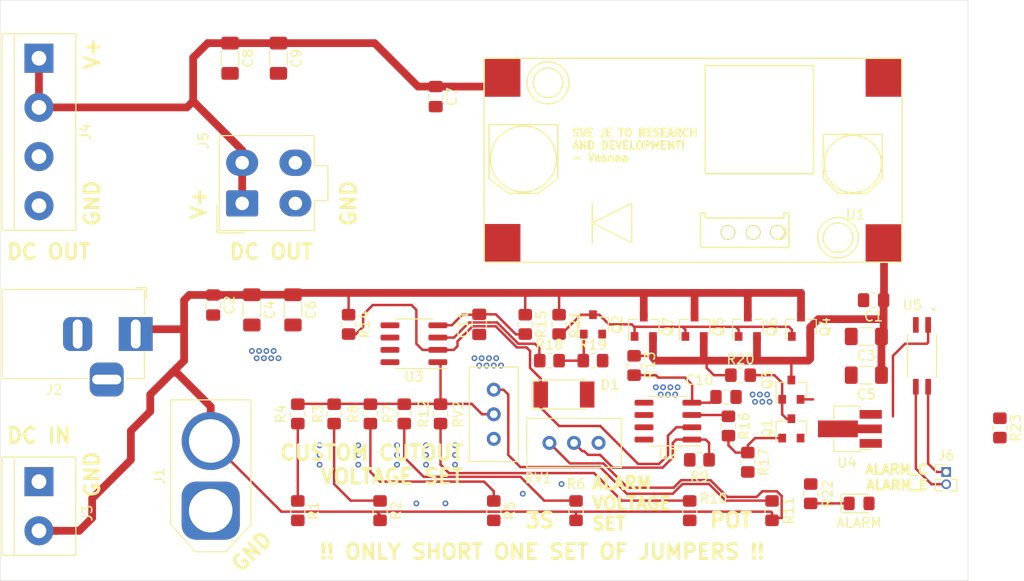
<source format=kicad_pcb>
(kicad_pcb (version 20171130) (host pcbnew 5.1.10-88a1d61d58~90~ubuntu20.04.1)

  (general
    (thickness 1.6002)
    (drawings 26)
    (tracks 317)
    (zones 0)
    (modules 60)
    (nets 31)
  )

  (page USLetter)
  (title_block
    (rev 1)
  )

  (layers
    (0 Front signal)
    (1 In1.Cu signal)
    (2 In2.Cu signal)
    (31 Back signal)
    (34 B.Paste user hide)
    (35 F.Paste user)
    (36 B.SilkS user)
    (37 F.SilkS user)
    (38 B.Mask user)
    (39 F.Mask user)
    (44 Edge.Cuts user)
    (45 Margin user)
    (46 B.CrtYd user)
    (47 F.CrtYd user)
    (49 F.Fab user hide)
  )

  (setup
    (last_trace_width 0.254)
    (user_trace_width 0.15)
    (user_trace_width 0.2)
    (user_trace_width 0.254)
    (user_trace_width 0.4)
    (user_trace_width 0.6)
    (user_trace_width 0.8)
    (user_trace_width 1)
    (trace_clearance 0.127)
    (zone_clearance 0.508)
    (zone_45_only no)
    (trace_min 0.127)
    (via_size 0.6)
    (via_drill 0.3)
    (via_min_size 0.6)
    (via_min_drill 0.3)
    (user_via 0.6 0.3)
    (user_via 0.9 0.4)
    (uvia_size 0.6858)
    (uvia_drill 0.3302)
    (uvias_allowed no)
    (uvia_min_size 0)
    (uvia_min_drill 0)
    (edge_width 0.0381)
    (segment_width 0.254)
    (pcb_text_width 0.3048)
    (pcb_text_size 1.524 1.524)
    (mod_edge_width 0.1524)
    (mod_text_size 0.8128 0.8128)
    (mod_text_width 0.1524)
    (pad_size 1.524 1.524)
    (pad_drill 0.762)
    (pad_to_mask_clearance 0)
    (solder_mask_min_width 0.12)
    (aux_axis_origin 0 0)
    (visible_elements FEFFFF7F)
    (pcbplotparams
      (layerselection 0x010fc_ffffffff)
      (usegerberextensions false)
      (usegerberattributes false)
      (usegerberadvancedattributes false)
      (creategerberjobfile false)
      (excludeedgelayer true)
      (linewidth 0.152400)
      (plotframeref false)
      (viasonmask false)
      (mode 1)
      (useauxorigin false)
      (hpglpennumber 1)
      (hpglpenspeed 20)
      (hpglpendiameter 15.000000)
      (psnegative false)
      (psa4output false)
      (plotreference true)
      (plotvalue false)
      (plotinvisibletext false)
      (padsonsilk false)
      (subtractmaskfromsilk true)
      (outputformat 1)
      (mirror false)
      (drillshape 0)
      (scaleselection 1)
      (outputdirectory "./gerbers"))
  )

  (net 0 "")
  (net 1 +BATT)
  (net 2 GND)
  (net 3 +VDC)
  (net 4 GND1)
  (net 5 VCC1)
  (net 6 "Net-(D1-Pad1)")
  (net 7 "Net-(Q1-Pad3)")
  (net 8 "Net-(Q1-Pad1)")
  (net 9 "Net-(R1-Pad1)")
  (net 10 "Net-(R2-Pad1)")
  (net 11 "Net-(R11-Pad1)")
  (net 12 "Net-(R5-Pad1)")
  (net 13 "Net-(R6-Pad1)")
  (net 14 "Net-(R10-Pad1)")
  (net 15 "Net-(RV1-Pad3)")
  (net 16 "Net-(C11-Pad2)")
  (net 17 "Net-(D2-Pad1)")
  (net 18 "Net-(D2-Pad2)")
  (net 19 "Net-(RV2-Pad3)")
  (net 20 "Net-(C10-Pad2)")
  (net 21 "Net-(J6-Pad1)")
  (net 22 "Net-(J6-Pad2)")
  (net 23 "Net-(Q2-Pad3)")
  (net 24 "Net-(Q2-Pad1)")
  (net 25 "Net-(Q3-Pad2)")
  (net 26 "Net-(R12-Pad1)")
  (net 27 "Net-(R9-Pad1)")
  (net 28 "Net-(R16-Pad1)")
  (net 29 "Net-(R18-Pad1)")
  (net 30 "Net-(R23-Pad1)")

  (net_class Default "This is the default net class."
    (clearance 0.127)
    (trace_width 0.127)
    (via_dia 0.6)
    (via_drill 0.3)
    (uvia_dia 0.6858)
    (uvia_drill 0.3302)
    (diff_pair_width 0.1524)
    (diff_pair_gap 0.254)
    (add_net +BATT)
    (add_net +VDC)
    (add_net GND)
    (add_net GND1)
    (add_net "Net-(C10-Pad2)")
    (add_net "Net-(C11-Pad2)")
    (add_net "Net-(D1-Pad1)")
    (add_net "Net-(D2-Pad1)")
    (add_net "Net-(D2-Pad2)")
    (add_net "Net-(J6-Pad1)")
    (add_net "Net-(J6-Pad2)")
    (add_net "Net-(Q1-Pad1)")
    (add_net "Net-(Q1-Pad3)")
    (add_net "Net-(Q2-Pad1)")
    (add_net "Net-(Q2-Pad3)")
    (add_net "Net-(Q3-Pad2)")
    (add_net "Net-(R1-Pad1)")
    (add_net "Net-(R10-Pad1)")
    (add_net "Net-(R11-Pad1)")
    (add_net "Net-(R12-Pad1)")
    (add_net "Net-(R16-Pad1)")
    (add_net "Net-(R18-Pad1)")
    (add_net "Net-(R2-Pad1)")
    (add_net "Net-(R23-Pad1)")
    (add_net "Net-(R5-Pad1)")
    (add_net "Net-(R6-Pad1)")
    (add_net "Net-(R9-Pad1)")
    (add_net "Net-(RV1-Pad3)")
    (add_net "Net-(RV2-Pad3)")
    (add_net VCC1)
  )

  (module TerminalBlock:TerminalBlock_bornier-4_P5.08mm (layer Front) (tedit 59FF03D1) (tstamp 615864A5)
    (at 4 46 270)
    (descr "simple 4-pin terminal block, pitch 5.08mm, revamped version of bornier4")
    (tags "terminal block bornier4")
    (path /61590C39)
    (fp_text reference J4 (at 7.6 -4.8 90) (layer F.SilkS)
      (effects (font (size 1 1) (thickness 0.15)))
    )
    (fp_text value Screw_Terminal_01x04 (at 7.6 4.75 90) (layer F.Fab)
      (effects (font (size 1 1) (thickness 0.15)))
    )
    (fp_line (start 17.97 4) (end -2.73 4) (layer F.CrtYd) (width 0.05))
    (fp_line (start 17.97 4) (end 17.97 -4) (layer F.CrtYd) (width 0.05))
    (fp_line (start -2.73 -4) (end -2.73 4) (layer F.CrtYd) (width 0.05))
    (fp_line (start -2.73 -4) (end 17.97 -4) (layer F.CrtYd) (width 0.05))
    (fp_line (start -2.54 3.81) (end 17.78 3.81) (layer F.SilkS) (width 0.12))
    (fp_line (start -2.54 -3.81) (end 17.78 -3.81) (layer F.SilkS) (width 0.12))
    (fp_line (start 17.78 2.54) (end -2.54 2.54) (layer F.SilkS) (width 0.12))
    (fp_line (start 17.78 3.81) (end 17.78 -3.81) (layer F.SilkS) (width 0.12))
    (fp_line (start -2.54 -3.81) (end -2.54 3.81) (layer F.SilkS) (width 0.12))
    (fp_line (start 17.72 3.75) (end -2.43 3.75) (layer F.Fab) (width 0.1))
    (fp_line (start 17.72 -3.75) (end 17.72 3.75) (layer F.Fab) (width 0.1))
    (fp_line (start -2.48 -3.75) (end 17.72 -3.75) (layer F.Fab) (width 0.1))
    (fp_line (start -2.48 3.75) (end -2.48 -3.75) (layer F.Fab) (width 0.1))
    (fp_line (start -2.43 3.75) (end -2.48 3.75) (layer F.Fab) (width 0.1))
    (fp_line (start -2.48 2.55) (end 17.72 2.55) (layer F.Fab) (width 0.1))
    (fp_text user %R (at 7.62 0 90) (layer F.Fab)
      (effects (font (size 1 1) (thickness 0.15)))
    )
    (pad 2 thru_hole circle (at 5.08 0 270) (size 3 3) (drill 1.52) (layers *.Cu *.Mask)
      (net 5 VCC1))
    (pad 3 thru_hole circle (at 10.16 0 270) (size 3 3) (drill 1.52) (layers *.Cu *.Mask)
      (net 4 GND1))
    (pad 1 thru_hole rect (at 0 0 270) (size 3 3) (drill 1.52) (layers *.Cu *.Mask)
      (net 5 VCC1))
    (pad 4 thru_hole circle (at 15.24 0 270) (size 3 3) (drill 1.52) (layers *.Cu *.Mask)
      (net 4 GND1))
    (model ${KISYS3DMOD}/TerminalBlock.3dshapes/TerminalBlock_bornier-4_P5.08mm.wrl
      (offset (xyz 7.619999885559082 0 0))
      (scale (xyz 1 1 1))
      (rotate (xyz 0 0 0))
    )
  )

  (module Connector_BarrelJack:BarrelJack_Horizontal (layer Front) (tedit 5A1DBF6A) (tstamp 61583DD8)
    (at 14 74.5)
    (descr "DC Barrel Jack")
    (tags "Power Jack")
    (path /61722371)
    (fp_text reference J2 (at -8.45 5.75) (layer F.SilkS)
      (effects (font (size 1 1) (thickness 0.15)))
    )
    (fp_text value Barrel_Jack (at -6.2 -5.5) (layer F.Fab)
      (effects (font (size 1 1) (thickness 0.15)))
    )
    (fp_line (start 0 -4.5) (end -13.7 -4.5) (layer F.Fab) (width 0.1))
    (fp_line (start 0.8 4.5) (end 0.8 -3.75) (layer F.Fab) (width 0.1))
    (fp_line (start -13.7 4.5) (end 0.8 4.5) (layer F.Fab) (width 0.1))
    (fp_line (start -13.7 -4.5) (end -13.7 4.5) (layer F.Fab) (width 0.1))
    (fp_line (start -10.2 -4.5) (end -10.2 4.5) (layer F.Fab) (width 0.1))
    (fp_line (start 0.9 -4.6) (end 0.9 -2) (layer F.SilkS) (width 0.12))
    (fp_line (start -13.8 -4.6) (end 0.9 -4.6) (layer F.SilkS) (width 0.12))
    (fp_line (start 0.9 4.6) (end -1 4.6) (layer F.SilkS) (width 0.12))
    (fp_line (start 0.9 1.9) (end 0.9 4.6) (layer F.SilkS) (width 0.12))
    (fp_line (start -13.8 4.6) (end -13.8 -4.6) (layer F.SilkS) (width 0.12))
    (fp_line (start -5 4.6) (end -13.8 4.6) (layer F.SilkS) (width 0.12))
    (fp_line (start -14 4.75) (end -14 -4.75) (layer F.CrtYd) (width 0.05))
    (fp_line (start -5 4.75) (end -14 4.75) (layer F.CrtYd) (width 0.05))
    (fp_line (start -5 6.75) (end -5 4.75) (layer F.CrtYd) (width 0.05))
    (fp_line (start -1 6.75) (end -5 6.75) (layer F.CrtYd) (width 0.05))
    (fp_line (start -1 4.75) (end -1 6.75) (layer F.CrtYd) (width 0.05))
    (fp_line (start 1 4.75) (end -1 4.75) (layer F.CrtYd) (width 0.05))
    (fp_line (start 1 2) (end 1 4.75) (layer F.CrtYd) (width 0.05))
    (fp_line (start 2 2) (end 1 2) (layer F.CrtYd) (width 0.05))
    (fp_line (start 2 -2) (end 2 2) (layer F.CrtYd) (width 0.05))
    (fp_line (start 1 -2) (end 2 -2) (layer F.CrtYd) (width 0.05))
    (fp_line (start 1 -4.5) (end 1 -2) (layer F.CrtYd) (width 0.05))
    (fp_line (start 1 -4.75) (end -14 -4.75) (layer F.CrtYd) (width 0.05))
    (fp_line (start 1 -4.5) (end 1 -4.75) (layer F.CrtYd) (width 0.05))
    (fp_line (start 0.05 -4.8) (end 1.1 -4.8) (layer F.SilkS) (width 0.12))
    (fp_line (start 1.1 -3.75) (end 1.1 -4.8) (layer F.SilkS) (width 0.12))
    (fp_line (start -0.003213 -4.505425) (end 0.8 -3.75) (layer F.Fab) (width 0.1))
    (fp_text user %R (at -3 -2.95) (layer F.Fab)
      (effects (font (size 1 1) (thickness 0.15)))
    )
    (pad 1 thru_hole rect (at 0 0) (size 3.5 3.5) (drill oval 1 3) (layers *.Cu *.Mask)
      (net 1 +BATT))
    (pad 2 thru_hole roundrect (at -6 0) (size 3 3.5) (drill oval 1 3) (layers *.Cu *.Mask) (roundrect_rratio 0.25)
      (net 2 GND))
    (pad 3 thru_hole roundrect (at -3 4.7) (size 3.5 3.5) (drill oval 3 1) (layers *.Cu *.Mask) (roundrect_rratio 0.25))
    (model ${KISYS3DMOD}/Connector_BarrelJack.3dshapes/BarrelJack_Horizontal.wrl
      (at (xyz 0 0 0))
      (scale (xyz 1 1 1))
      (rotate (xyz 0 0 0))
    )
  )

  (module misc_standard:XL6009_module_SMT (layer Front) (tedit 569E2A66) (tstamp 6158459B)
    (at 50 46 180)
    (path /6152E5F7)
    (fp_text reference U1 (at -38.375 -16.125) (layer F.SilkS)
      (effects (font (size 1 1) (thickness 0.15)))
    )
    (fp_text value XL6009_module (at -22.9 -7.075) (layer F.Fab)
      (effects (font (size 1 1) (thickness 0.15)))
    )
    (fp_line (start -43.18 -21.082) (end 0 -21.082) (layer F.SilkS) (width 0.15))
    (fp_line (start 0 0) (end 0 -21.082) (layer F.SilkS) (width 0.15))
    (fp_line (start -43.18 0) (end -43.18 -21.082) (layer F.SilkS) (width 0.15))
    (fp_line (start 0 0) (end -43.18 0) (layer F.SilkS) (width 0.15))
    (fp_circle (center -4.064 -10.414) (end -1.016 -11.938) (layer F.SilkS) (width 0.15))
    (fp_circle (center -38.1 -10.922) (end -35.56 -12.446) (layer F.SilkS) (width 0.15))
    (fp_line (start -22.86 -0.762) (end -30.988 -0.762) (layer F.SilkS) (width 0.15))
    (fp_line (start -22.86 -10.922) (end -22.86 -0.762) (layer F.SilkS) (width 0.15))
    (fp_line (start -22.86 -11.938) (end -22.86 -10.414) (layer F.SilkS) (width 0.15))
    (fp_line (start -34.036 -11.938) (end -22.86 -11.938) (layer F.SilkS) (width 0.15))
    (fp_line (start -34.036 -0.762) (end -34.036 -11.938) (layer F.SilkS) (width 0.15))
    (fp_line (start -33.02 -0.762) (end -34.036 -0.762) (layer F.SilkS) (width 0.15))
    (fp_line (start -30.988 -0.762) (end -33.02 -0.762) (layer F.SilkS) (width 0.15))
    (fp_line (start -2.54 -13.97) (end -0.508 -12.446) (layer F.SilkS) (width 0.15))
    (fp_line (start -5.588 -13.97) (end -2.54 -13.97) (layer F.SilkS) (width 0.15))
    (fp_line (start -7.62 -12.446) (end -5.588 -13.97) (layer F.SilkS) (width 0.15))
    (fp_line (start -7.62 -6.858) (end -7.62 -12.446) (layer F.SilkS) (width 0.15))
    (fp_line (start -0.508 -6.858) (end -7.62 -6.858) (layer F.SilkS) (width 0.15))
    (fp_line (start -0.508 -12.446) (end -0.508 -6.858) (layer F.SilkS) (width 0.15))
    (fp_line (start -41.148 -12.446) (end -41.148 -7.874) (layer F.SilkS) (width 0.15))
    (fp_line (start -39.624 -13.97) (end -41.148 -12.446) (layer F.SilkS) (width 0.15))
    (fp_line (start -36.576 -13.97) (end -39.624 -13.97) (layer F.SilkS) (width 0.15))
    (fp_line (start -35.052 -12.446) (end -36.576 -13.97) (layer F.SilkS) (width 0.15))
    (fp_line (start -35.052 -7.874) (end -35.052 -12.446) (layer F.SilkS) (width 0.15))
    (fp_line (start -41.148 -7.874) (end -35.052 -7.874) (layer F.SilkS) (width 0.15))
    (fp_line (start -22.352 -19.558) (end -31.496 -19.558) (layer F.SilkS) (width 0.15))
    (fp_line (start -22.352 -16.002) (end -22.352 -19.558) (layer F.SilkS) (width 0.15))
    (fp_line (start -22.86 -16.002) (end -22.352 -16.002) (layer F.SilkS) (width 0.15))
    (fp_line (start -22.86 -16.51) (end -22.86 -16.002) (layer F.SilkS) (width 0.15))
    (fp_line (start -30.988 -16.51) (end -22.86 -16.51) (layer F.SilkS) (width 0.15))
    (fp_line (start -30.988 -16.002) (end -30.988 -16.51) (layer F.SilkS) (width 0.15))
    (fp_line (start -31.496 -16.002) (end -30.988 -16.002) (layer F.SilkS) (width 0.15))
    (fp_line (start -31.496 -19.558) (end -31.496 -16.002) (layer F.SilkS) (width 0.15))
    (fp_circle (center -30.48 -18.034) (end -29.972 -18.542) (layer F.SilkS) (width 0.15))
    (fp_line (start -30.988 -17.526) (end -29.972 -18.542) (layer F.SilkS) (width 0.15))
    (fp_line (start -11.176 -17.018) (end -15.24 -19.05) (layer F.SilkS) (width 0.15))
    (fp_line (start -15.24 -14.986) (end -11.176 -17.018) (layer F.SilkS) (width 0.15))
    (fp_line (start -15.24 -19.05) (end -15.24 -14.986) (layer F.SilkS) (width 0.15))
    (fp_line (start -11.176 -19.05) (end -11.176 -14.986) (layer F.SilkS) (width 0.15))
    (fp_circle (center -36.576 -18.542) (end -36.576 -20.066) (layer F.SilkS) (width 0.15))
    (fp_circle (center -36.576 -18.542) (end -37.084 -20.574) (layer F.SilkS) (width 0.15))
    (fp_circle (center -6.604 -2.54) (end -6.604 -1.016) (layer F.SilkS) (width 0.15))
    (fp_circle (center -6.604 -2.54) (end -5.842 -0.508) (layer F.SilkS) (width 0.15))
    (pad "" thru_hole circle (at -25.2 -18 180) (size 1.5 1.5) (drill 1.25) (layers *.Cu *.Mask F.SilkS))
    (pad "" thru_hole circle (at -27.8 -18 180) (size 1.5 1.5) (drill 1.25) (layers *.Cu *.Mask F.SilkS))
    (pad 1 smd rect (at -41.3258 -19.1516 180) (size 3.8 4) (layers Front F.Paste F.Mask)
      (net 3 +VDC))
    (pad 2 smd rect (at -41.3258 -1.9812 180) (size 3.8 4) (layers Front F.Paste F.Mask)
      (net 2 GND))
    (pad 3 smd rect (at -1.8542 -1.9812 180) (size 3.8 4) (layers Front F.Paste F.Mask)
      (net 5 VCC1))
    (pad 4 smd rect (at -1.8542 -19.1262 180) (size 3.8 4) (layers Front F.Paste F.Mask)
      (net 4 GND1))
    (pad "" thru_hole circle (at -30.3 -18 180) (size 1.5 1.5) (drill 1.25) (layers *.Cu *.Mask F.SilkS))
  )

  (module Capacitor_SMD:C_0805_2012Metric_Pad1.18x1.45mm_HandSolder (layer Front) (tedit 5F68FEEF) (tstamp 61583CE2)
    (at 22 71.5 270)
    (descr "Capacitor SMD 0805 (2012 Metric), square (rectangular) end terminal, IPC_7351 nominal with elongated pad for handsoldering. (Body size source: IPC-SM-782 page 76, https://www.pcb-3d.com/wordpress/wp-content/uploads/ipc-sm-782a_amendment_1_and_2.pdf, https://docs.google.com/spreadsheets/d/1BsfQQcO9C6DZCsRaXUlFlo91Tg2WpOkGARC1WS5S8t0/edit?usp=sharing), generated with kicad-footprint-generator")
    (tags "capacitor handsolder")
    (path /615CD2CE)
    (attr smd)
    (fp_text reference C2 (at 0 -1.68 90) (layer F.SilkS)
      (effects (font (size 1 1) (thickness 0.15)))
    )
    (fp_text value "100n 50V" (at 0 1.68 90) (layer F.Fab)
      (effects (font (size 1 1) (thickness 0.15)))
    )
    (fp_line (start 1.88 0.98) (end -1.88 0.98) (layer F.CrtYd) (width 0.05))
    (fp_line (start 1.88 -0.98) (end 1.88 0.98) (layer F.CrtYd) (width 0.05))
    (fp_line (start -1.88 -0.98) (end 1.88 -0.98) (layer F.CrtYd) (width 0.05))
    (fp_line (start -1.88 0.98) (end -1.88 -0.98) (layer F.CrtYd) (width 0.05))
    (fp_line (start -0.261252 0.735) (end 0.261252 0.735) (layer F.SilkS) (width 0.12))
    (fp_line (start -0.261252 -0.735) (end 0.261252 -0.735) (layer F.SilkS) (width 0.12))
    (fp_line (start 1 0.625) (end -1 0.625) (layer F.Fab) (width 0.1))
    (fp_line (start 1 -0.625) (end 1 0.625) (layer F.Fab) (width 0.1))
    (fp_line (start -1 -0.625) (end 1 -0.625) (layer F.Fab) (width 0.1))
    (fp_line (start -1 0.625) (end -1 -0.625) (layer F.Fab) (width 0.1))
    (fp_text user %R (at 0 0 90) (layer F.Fab)
      (effects (font (size 0.5 0.5) (thickness 0.08)))
    )
    (pad 1 smd roundrect (at -1.0375 0 270) (size 1.175 1.45) (layers Front F.Paste F.Mask) (roundrect_rratio 0.212766)
      (net 1 +BATT))
    (pad 2 smd roundrect (at 1.0375 0 270) (size 1.175 1.45) (layers Front F.Paste F.Mask) (roundrect_rratio 0.212766)
      (net 2 GND))
    (model ${KISYS3DMOD}/Capacitor_SMD.3dshapes/C_0805_2012Metric.wrl
      (at (xyz 0 0 0))
      (scale (xyz 1 1 1))
      (rotate (xyz 0 0 0))
    )
  )

  (module Capacitor_SMD:C_1206_3216Metric_Pad1.33x1.80mm_HandSolder (layer Front) (tedit 5F68FEEF) (tstamp 61583C94)
    (at 26 72 270)
    (descr "Capacitor SMD 1206 (3216 Metric), square (rectangular) end terminal, IPC_7351 nominal with elongated pad for handsoldering. (Body size source: IPC-SM-782 page 76, https://www.pcb-3d.com/wordpress/wp-content/uploads/ipc-sm-782a_amendment_1_and_2.pdf), generated with kicad-footprint-generator")
    (tags "capacitor handsolder")
    (path /615CC7DC)
    (attr smd)
    (fp_text reference C4 (at 0 -1.85 90) (layer F.SilkS)
      (effects (font (size 1 1) (thickness 0.15)))
    )
    (fp_text value "10u 50V" (at 0 1.85 90) (layer F.Fab)
      (effects (font (size 1 1) (thickness 0.15)))
    )
    (fp_line (start -1.6 0.8) (end -1.6 -0.8) (layer F.Fab) (width 0.1))
    (fp_line (start -1.6 -0.8) (end 1.6 -0.8) (layer F.Fab) (width 0.1))
    (fp_line (start 1.6 -0.8) (end 1.6 0.8) (layer F.Fab) (width 0.1))
    (fp_line (start 1.6 0.8) (end -1.6 0.8) (layer F.Fab) (width 0.1))
    (fp_line (start -0.711252 -0.91) (end 0.711252 -0.91) (layer F.SilkS) (width 0.12))
    (fp_line (start -0.711252 0.91) (end 0.711252 0.91) (layer F.SilkS) (width 0.12))
    (fp_line (start -2.48 1.15) (end -2.48 -1.15) (layer F.CrtYd) (width 0.05))
    (fp_line (start -2.48 -1.15) (end 2.48 -1.15) (layer F.CrtYd) (width 0.05))
    (fp_line (start 2.48 -1.15) (end 2.48 1.15) (layer F.CrtYd) (width 0.05))
    (fp_line (start 2.48 1.15) (end -2.48 1.15) (layer F.CrtYd) (width 0.05))
    (fp_text user %R (at 0 0 90) (layer F.Fab)
      (effects (font (size 0.8 0.8) (thickness 0.12)))
    )
    (pad 2 smd roundrect (at 1.5625 0 270) (size 1.325 1.8) (layers Front F.Paste F.Mask) (roundrect_rratio 0.188679)
      (net 2 GND))
    (pad 1 smd roundrect (at -1.5625 0 270) (size 1.325 1.8) (layers Front F.Paste F.Mask) (roundrect_rratio 0.188679)
      (net 1 +BATT))
    (model ${KISYS3DMOD}/Capacitor_SMD.3dshapes/C_1206_3216Metric.wrl
      (at (xyz 0 0 0))
      (scale (xyz 1 1 1))
      (rotate (xyz 0 0 0))
    )
  )

  (module Capacitor_SMD:C_0805_2012Metric_Pad1.18x1.45mm_HandSolder (layer Front) (tedit 5F68FEEF) (tstamp 61583C4F)
    (at 90.25 71 180)
    (descr "Capacitor SMD 0805 (2012 Metric), square (rectangular) end terminal, IPC_7351 nominal with elongated pad for handsoldering. (Body size source: IPC-SM-782 page 76, https://www.pcb-3d.com/wordpress/wp-content/uploads/ipc-sm-782a_amendment_1_and_2.pdf, https://docs.google.com/spreadsheets/d/1BsfQQcO9C6DZCsRaXUlFlo91Tg2WpOkGARC1WS5S8t0/edit?usp=sharing), generated with kicad-footprint-generator")
    (tags "capacitor handsolder")
    (path /615B6251)
    (attr smd)
    (fp_text reference C1 (at 0 -1.68) (layer F.SilkS)
      (effects (font (size 1 1) (thickness 0.15)))
    )
    (fp_text value "100n 50V" (at 0 1.68) (layer F.Fab)
      (effects (font (size 1 1) (thickness 0.15)))
    )
    (fp_line (start -1 0.625) (end -1 -0.625) (layer F.Fab) (width 0.1))
    (fp_line (start -1 -0.625) (end 1 -0.625) (layer F.Fab) (width 0.1))
    (fp_line (start 1 -0.625) (end 1 0.625) (layer F.Fab) (width 0.1))
    (fp_line (start 1 0.625) (end -1 0.625) (layer F.Fab) (width 0.1))
    (fp_line (start -0.261252 -0.735) (end 0.261252 -0.735) (layer F.SilkS) (width 0.12))
    (fp_line (start -0.261252 0.735) (end 0.261252 0.735) (layer F.SilkS) (width 0.12))
    (fp_line (start -1.88 0.98) (end -1.88 -0.98) (layer F.CrtYd) (width 0.05))
    (fp_line (start -1.88 -0.98) (end 1.88 -0.98) (layer F.CrtYd) (width 0.05))
    (fp_line (start 1.88 -0.98) (end 1.88 0.98) (layer F.CrtYd) (width 0.05))
    (fp_line (start 1.88 0.98) (end -1.88 0.98) (layer F.CrtYd) (width 0.05))
    (fp_text user %R (at 0 0) (layer F.Fab)
      (effects (font (size 0.5 0.5) (thickness 0.08)))
    )
    (pad 2 smd roundrect (at 1.0375 0 180) (size 1.175 1.45) (layers Front F.Paste F.Mask) (roundrect_rratio 0.212766)
      (net 2 GND))
    (pad 1 smd roundrect (at -1.0375 0 180) (size 1.175 1.45) (layers Front F.Paste F.Mask) (roundrect_rratio 0.212766)
      (net 3 +VDC))
    (model ${KISYS3DMOD}/Capacitor_SMD.3dshapes/C_0805_2012Metric.wrl
      (at (xyz 0 0 0))
      (scale (xyz 1 1 1))
      (rotate (xyz 0 0 0))
    )
  )

  (module Capacitor_SMD:C_1206_3216Metric_Pad1.33x1.80mm_HandSolder (layer Front) (tedit 5F68FEEF) (tstamp 61583BF8)
    (at 30.25 72 270)
    (descr "Capacitor SMD 1206 (3216 Metric), square (rectangular) end terminal, IPC_7351 nominal with elongated pad for handsoldering. (Body size source: IPC-SM-782 page 76, https://www.pcb-3d.com/wordpress/wp-content/uploads/ipc-sm-782a_amendment_1_and_2.pdf), generated with kicad-footprint-generator")
    (tags "capacitor handsolder")
    (path /615F4D2F)
    (attr smd)
    (fp_text reference C6 (at 0 -1.85 90) (layer F.SilkS)
      (effects (font (size 1 1) (thickness 0.15)))
    )
    (fp_text value "10u 50V" (at 0 1.85 90) (layer F.Fab)
      (effects (font (size 1 1) (thickness 0.15)))
    )
    (fp_line (start 2.48 1.15) (end -2.48 1.15) (layer F.CrtYd) (width 0.05))
    (fp_line (start 2.48 -1.15) (end 2.48 1.15) (layer F.CrtYd) (width 0.05))
    (fp_line (start -2.48 -1.15) (end 2.48 -1.15) (layer F.CrtYd) (width 0.05))
    (fp_line (start -2.48 1.15) (end -2.48 -1.15) (layer F.CrtYd) (width 0.05))
    (fp_line (start -0.711252 0.91) (end 0.711252 0.91) (layer F.SilkS) (width 0.12))
    (fp_line (start -0.711252 -0.91) (end 0.711252 -0.91) (layer F.SilkS) (width 0.12))
    (fp_line (start 1.6 0.8) (end -1.6 0.8) (layer F.Fab) (width 0.1))
    (fp_line (start 1.6 -0.8) (end 1.6 0.8) (layer F.Fab) (width 0.1))
    (fp_line (start -1.6 -0.8) (end 1.6 -0.8) (layer F.Fab) (width 0.1))
    (fp_line (start -1.6 0.8) (end -1.6 -0.8) (layer F.Fab) (width 0.1))
    (fp_text user %R (at 0 0 90) (layer F.Fab)
      (effects (font (size 0.8 0.8) (thickness 0.12)))
    )
    (pad 1 smd roundrect (at -1.5625 0 270) (size 1.325 1.8) (layers Front F.Paste F.Mask) (roundrect_rratio 0.188679)
      (net 1 +BATT))
    (pad 2 smd roundrect (at 1.5625 0 270) (size 1.325 1.8) (layers Front F.Paste F.Mask) (roundrect_rratio 0.188679)
      (net 2 GND))
    (model ${KISYS3DMOD}/Capacitor_SMD.3dshapes/C_1206_3216Metric.wrl
      (at (xyz 0 0 0))
      (scale (xyz 1 1 1))
      (rotate (xyz 0 0 0))
    )
  )

  (module Capacitor_SMD:C_1206_3216Metric_Pad1.33x1.80mm_HandSolder (layer Front) (tedit 5F68FEEF) (tstamp 61583BB9)
    (at 89.5 74.75 180)
    (descr "Capacitor SMD 1206 (3216 Metric), square (rectangular) end terminal, IPC_7351 nominal with elongated pad for handsoldering. (Body size source: IPC-SM-782 page 76, https://www.pcb-3d.com/wordpress/wp-content/uploads/ipc-sm-782a_amendment_1_and_2.pdf), generated with kicad-footprint-generator")
    (tags "capacitor handsolder")
    (path /615F510C)
    (attr smd)
    (fp_text reference C3 (at 0 -2) (layer F.SilkS)
      (effects (font (size 1 1) (thickness 0.15)))
    )
    (fp_text value "10u 50V" (at 0 1.85) (layer F.Fab)
      (effects (font (size 1 1) (thickness 0.15)))
    )
    (fp_line (start -1.6 0.8) (end -1.6 -0.8) (layer F.Fab) (width 0.1))
    (fp_line (start -1.6 -0.8) (end 1.6 -0.8) (layer F.Fab) (width 0.1))
    (fp_line (start 1.6 -0.8) (end 1.6 0.8) (layer F.Fab) (width 0.1))
    (fp_line (start 1.6 0.8) (end -1.6 0.8) (layer F.Fab) (width 0.1))
    (fp_line (start -0.711252 -0.91) (end 0.711252 -0.91) (layer F.SilkS) (width 0.12))
    (fp_line (start -0.711252 0.91) (end 0.711252 0.91) (layer F.SilkS) (width 0.12))
    (fp_line (start -2.48 1.15) (end -2.48 -1.15) (layer F.CrtYd) (width 0.05))
    (fp_line (start -2.48 -1.15) (end 2.48 -1.15) (layer F.CrtYd) (width 0.05))
    (fp_line (start 2.48 -1.15) (end 2.48 1.15) (layer F.CrtYd) (width 0.05))
    (fp_line (start 2.48 1.15) (end -2.48 1.15) (layer F.CrtYd) (width 0.05))
    (fp_text user %R (at 0 0) (layer F.Fab)
      (effects (font (size 0.8 0.8) (thickness 0.12)))
    )
    (pad 2 smd roundrect (at 1.5625 0 180) (size 1.325 1.8) (layers Front F.Paste F.Mask) (roundrect_rratio 0.188679)
      (net 2 GND))
    (pad 1 smd roundrect (at -1.5625 0 180) (size 1.325 1.8) (layers Front F.Paste F.Mask) (roundrect_rratio 0.188679)
      (net 3 +VDC))
    (model ${KISYS3DMOD}/Capacitor_SMD.3dshapes/C_1206_3216Metric.wrl
      (at (xyz 0 0 0))
      (scale (xyz 1 1 1))
      (rotate (xyz 0 0 0))
    )
  )

  (module Capacitor_SMD:C_1206_3216Metric_Pad1.33x1.80mm_HandSolder (layer Front) (tedit 5F68FEEF) (tstamp 61583B7A)
    (at 89.5 78.75 180)
    (descr "Capacitor SMD 1206 (3216 Metric), square (rectangular) end terminal, IPC_7351 nominal with elongated pad for handsoldering. (Body size source: IPC-SM-782 page 76, https://www.pcb-3d.com/wordpress/wp-content/uploads/ipc-sm-782a_amendment_1_and_2.pdf), generated with kicad-footprint-generator")
    (tags "capacitor handsolder")
    (path /615F8C6F)
    (attr smd)
    (fp_text reference C5 (at 0 -2) (layer F.SilkS)
      (effects (font (size 1 1) (thickness 0.15)))
    )
    (fp_text value "10u 50V" (at 0 1.85) (layer F.Fab)
      (effects (font (size 1 1) (thickness 0.15)))
    )
    (fp_line (start 2.48 1.15) (end -2.48 1.15) (layer F.CrtYd) (width 0.05))
    (fp_line (start 2.48 -1.15) (end 2.48 1.15) (layer F.CrtYd) (width 0.05))
    (fp_line (start -2.48 -1.15) (end 2.48 -1.15) (layer F.CrtYd) (width 0.05))
    (fp_line (start -2.48 1.15) (end -2.48 -1.15) (layer F.CrtYd) (width 0.05))
    (fp_line (start -0.711252 0.91) (end 0.711252 0.91) (layer F.SilkS) (width 0.12))
    (fp_line (start -0.711252 -0.91) (end 0.711252 -0.91) (layer F.SilkS) (width 0.12))
    (fp_line (start 1.6 0.8) (end -1.6 0.8) (layer F.Fab) (width 0.1))
    (fp_line (start 1.6 -0.8) (end 1.6 0.8) (layer F.Fab) (width 0.1))
    (fp_line (start -1.6 -0.8) (end 1.6 -0.8) (layer F.Fab) (width 0.1))
    (fp_line (start -1.6 0.8) (end -1.6 -0.8) (layer F.Fab) (width 0.1))
    (fp_text user %R (at 0 0) (layer F.Fab)
      (effects (font (size 0.8 0.8) (thickness 0.12)))
    )
    (pad 1 smd roundrect (at -1.5625 0 180) (size 1.325 1.8) (layers Front F.Paste F.Mask) (roundrect_rratio 0.188679)
      (net 3 +VDC))
    (pad 2 smd roundrect (at 1.5625 0 180) (size 1.325 1.8) (layers Front F.Paste F.Mask) (roundrect_rratio 0.188679)
      (net 2 GND))
    (model ${KISYS3DMOD}/Capacitor_SMD.3dshapes/C_1206_3216Metric.wrl
      (at (xyz 0 0 0))
      (scale (xyz 1 1 1))
      (rotate (xyz 0 0 0))
    )
  )

  (module Capacitor_SMD:C_0805_2012Metric_Pad1.18x1.45mm_HandSolder (layer Front) (tedit 5F68FEEF) (tstamp 61584114)
    (at 45 49.9625 270)
    (descr "Capacitor SMD 0805 (2012 Metric), square (rectangular) end terminal, IPC_7351 nominal with elongated pad for handsoldering. (Body size source: IPC-SM-782 page 76, https://www.pcb-3d.com/wordpress/wp-content/uploads/ipc-sm-782a_amendment_1_and_2.pdf, https://docs.google.com/spreadsheets/d/1BsfQQcO9C6DZCsRaXUlFlo91Tg2WpOkGARC1WS5S8t0/edit?usp=sharing), generated with kicad-footprint-generator")
    (tags "capacitor handsolder")
    (path /615B29CB)
    (attr smd)
    (fp_text reference C7 (at 0 -1.68 90) (layer F.SilkS)
      (effects (font (size 1 1) (thickness 0.15)))
    )
    (fp_text value "100n 50V" (at 0 1.68 90) (layer F.Fab)
      (effects (font (size 1 1) (thickness 0.15)))
    )
    (fp_line (start 1.88 0.98) (end -1.88 0.98) (layer F.CrtYd) (width 0.05))
    (fp_line (start 1.88 -0.98) (end 1.88 0.98) (layer F.CrtYd) (width 0.05))
    (fp_line (start -1.88 -0.98) (end 1.88 -0.98) (layer F.CrtYd) (width 0.05))
    (fp_line (start -1.88 0.98) (end -1.88 -0.98) (layer F.CrtYd) (width 0.05))
    (fp_line (start -0.261252 0.735) (end 0.261252 0.735) (layer F.SilkS) (width 0.12))
    (fp_line (start -0.261252 -0.735) (end 0.261252 -0.735) (layer F.SilkS) (width 0.12))
    (fp_line (start 1 0.625) (end -1 0.625) (layer F.Fab) (width 0.1))
    (fp_line (start 1 -0.625) (end 1 0.625) (layer F.Fab) (width 0.1))
    (fp_line (start -1 -0.625) (end 1 -0.625) (layer F.Fab) (width 0.1))
    (fp_line (start -1 0.625) (end -1 -0.625) (layer F.Fab) (width 0.1))
    (fp_text user %R (at 0 0 90) (layer F.Fab)
      (effects (font (size 0.5 0.5) (thickness 0.08)))
    )
    (pad 1 smd roundrect (at -1.0375 0 270) (size 1.175 1.45) (layers Front F.Paste F.Mask) (roundrect_rratio 0.212766)
      (net 5 VCC1))
    (pad 2 smd roundrect (at 1.0375 0 270) (size 1.175 1.45) (layers Front F.Paste F.Mask) (roundrect_rratio 0.212766)
      (net 4 GND1))
    (model ${KISYS3DMOD}/Capacitor_SMD.3dshapes/C_0805_2012Metric.wrl
      (at (xyz 0 0 0))
      (scale (xyz 1 1 1))
      (rotate (xyz 0 0 0))
    )
  )

  (module Capacitor_SMD:C_1206_3216Metric_Pad1.33x1.80mm_HandSolder (layer Front) (tedit 5F68FEEF) (tstamp 61583D12)
    (at 23.75 46 270)
    (descr "Capacitor SMD 1206 (3216 Metric), square (rectangular) end terminal, IPC_7351 nominal with elongated pad for handsoldering. (Body size source: IPC-SM-782 page 76, https://www.pcb-3d.com/wordpress/wp-content/uploads/ipc-sm-782a_amendment_1_and_2.pdf), generated with kicad-footprint-generator")
    (tags "capacitor handsolder")
    (path /615F8ED6)
    (attr smd)
    (fp_text reference C8 (at 0 -1.85 90) (layer F.SilkS)
      (effects (font (size 1 1) (thickness 0.15)))
    )
    (fp_text value "10u 50V" (at 0 1.85 90) (layer F.Fab)
      (effects (font (size 1 1) (thickness 0.15)))
    )
    (fp_line (start -1.6 0.8) (end -1.6 -0.8) (layer F.Fab) (width 0.1))
    (fp_line (start -1.6 -0.8) (end 1.6 -0.8) (layer F.Fab) (width 0.1))
    (fp_line (start 1.6 -0.8) (end 1.6 0.8) (layer F.Fab) (width 0.1))
    (fp_line (start 1.6 0.8) (end -1.6 0.8) (layer F.Fab) (width 0.1))
    (fp_line (start -0.711252 -0.91) (end 0.711252 -0.91) (layer F.SilkS) (width 0.12))
    (fp_line (start -0.711252 0.91) (end 0.711252 0.91) (layer F.SilkS) (width 0.12))
    (fp_line (start -2.48 1.15) (end -2.48 -1.15) (layer F.CrtYd) (width 0.05))
    (fp_line (start -2.48 -1.15) (end 2.48 -1.15) (layer F.CrtYd) (width 0.05))
    (fp_line (start 2.48 -1.15) (end 2.48 1.15) (layer F.CrtYd) (width 0.05))
    (fp_line (start 2.48 1.15) (end -2.48 1.15) (layer F.CrtYd) (width 0.05))
    (fp_text user %R (at 0 0 90) (layer F.Fab)
      (effects (font (size 0.8 0.8) (thickness 0.12)))
    )
    (pad 2 smd roundrect (at 1.5625 0 270) (size 1.325 1.8) (layers Front F.Paste F.Mask) (roundrect_rratio 0.188679)
      (net 4 GND1))
    (pad 1 smd roundrect (at -1.5625 0 270) (size 1.325 1.8) (layers Front F.Paste F.Mask) (roundrect_rratio 0.188679)
      (net 5 VCC1))
    (model ${KISYS3DMOD}/Capacitor_SMD.3dshapes/C_1206_3216Metric.wrl
      (at (xyz 0 0 0))
      (scale (xyz 1 1 1))
      (rotate (xyz 0 0 0))
    )
  )

  (module Capacitor_SMD:C_0805_2012Metric_Pad1.18x1.45mm_HandSolder (layer Front) (tedit 5F68FEEF) (tstamp 61583F22)
    (at 49.5 73.5 90)
    (descr "Capacitor SMD 0805 (2012 Metric), square (rectangular) end terminal, IPC_7351 nominal with elongated pad for handsoldering. (Body size source: IPC-SM-782 page 76, https://www.pcb-3d.com/wordpress/wp-content/uploads/ipc-sm-782a_amendment_1_and_2.pdf, https://docs.google.com/spreadsheets/d/1BsfQQcO9C6DZCsRaXUlFlo91Tg2WpOkGARC1WS5S8t0/edit?usp=sharing), generated with kicad-footprint-generator")
    (tags "capacitor handsolder")
    (path /6158311A)
    (attr smd)
    (fp_text reference C11 (at 0 -1.68 90) (layer F.SilkS)
      (effects (font (size 1 1) (thickness 0.15)))
    )
    (fp_text value "100n 50V" (at 0 1.68 90) (layer F.Fab)
      (effects (font (size 1 1) (thickness 0.15)))
    )
    (fp_line (start 1.88 0.98) (end -1.88 0.98) (layer F.CrtYd) (width 0.05))
    (fp_line (start 1.88 -0.98) (end 1.88 0.98) (layer F.CrtYd) (width 0.05))
    (fp_line (start -1.88 -0.98) (end 1.88 -0.98) (layer F.CrtYd) (width 0.05))
    (fp_line (start -1.88 0.98) (end -1.88 -0.98) (layer F.CrtYd) (width 0.05))
    (fp_line (start -0.261252 0.735) (end 0.261252 0.735) (layer F.SilkS) (width 0.12))
    (fp_line (start -0.261252 -0.735) (end 0.261252 -0.735) (layer F.SilkS) (width 0.12))
    (fp_line (start 1 0.625) (end -1 0.625) (layer F.Fab) (width 0.1))
    (fp_line (start 1 -0.625) (end 1 0.625) (layer F.Fab) (width 0.1))
    (fp_line (start -1 -0.625) (end 1 -0.625) (layer F.Fab) (width 0.1))
    (fp_line (start -1 0.625) (end -1 -0.625) (layer F.Fab) (width 0.1))
    (fp_text user %R (at 0 0 90) (layer F.Fab)
      (effects (font (size 0.5 0.5) (thickness 0.08)))
    )
    (pad 1 smd roundrect (at -1.0375 0 90) (size 1.175 1.45) (layers Front F.Paste F.Mask) (roundrect_rratio 0.212766)
      (net 2 GND))
    (pad 2 smd roundrect (at 1.0375 0 90) (size 1.175 1.45) (layers Front F.Paste F.Mask) (roundrect_rratio 0.212766)
      (net 16 "Net-(C11-Pad2)"))
    (model ${KISYS3DMOD}/Capacitor_SMD.3dshapes/C_0805_2012Metric.wrl
      (at (xyz 0 0 0))
      (scale (xyz 1 1 1))
      (rotate (xyz 0 0 0))
    )
  )

  (module Capacitor_SMD:C_1206_3216Metric_Pad1.33x1.80mm_HandSolder (layer Front) (tedit 5F68FEEF) (tstamp 61583EEC)
    (at 28.75 46 270)
    (descr "Capacitor SMD 1206 (3216 Metric), square (rectangular) end terminal, IPC_7351 nominal with elongated pad for handsoldering. (Body size source: IPC-SM-782 page 76, https://www.pcb-3d.com/wordpress/wp-content/uploads/ipc-sm-782a_amendment_1_and_2.pdf), generated with kicad-footprint-generator")
    (tags "capacitor handsolder")
    (path /615F9FD5)
    (attr smd)
    (fp_text reference C9 (at 0 -1.85 90) (layer F.SilkS)
      (effects (font (size 1 1) (thickness 0.15)))
    )
    (fp_text value "10u 50V" (at 0 1.85 90) (layer F.Fab)
      (effects (font (size 1 1) (thickness 0.15)))
    )
    (fp_line (start 2.48 1.15) (end -2.48 1.15) (layer F.CrtYd) (width 0.05))
    (fp_line (start 2.48 -1.15) (end 2.48 1.15) (layer F.CrtYd) (width 0.05))
    (fp_line (start -2.48 -1.15) (end 2.48 -1.15) (layer F.CrtYd) (width 0.05))
    (fp_line (start -2.48 1.15) (end -2.48 -1.15) (layer F.CrtYd) (width 0.05))
    (fp_line (start -0.711252 0.91) (end 0.711252 0.91) (layer F.SilkS) (width 0.12))
    (fp_line (start -0.711252 -0.91) (end 0.711252 -0.91) (layer F.SilkS) (width 0.12))
    (fp_line (start 1.6 0.8) (end -1.6 0.8) (layer F.Fab) (width 0.1))
    (fp_line (start 1.6 -0.8) (end 1.6 0.8) (layer F.Fab) (width 0.1))
    (fp_line (start -1.6 -0.8) (end 1.6 -0.8) (layer F.Fab) (width 0.1))
    (fp_line (start -1.6 0.8) (end -1.6 -0.8) (layer F.Fab) (width 0.1))
    (fp_text user %R (at 0 0 90) (layer F.Fab)
      (effects (font (size 0.8 0.8) (thickness 0.12)))
    )
    (pad 1 smd roundrect (at -1.5625 0 270) (size 1.325 1.8) (layers Front F.Paste F.Mask) (roundrect_rratio 0.188679)
      (net 5 VCC1))
    (pad 2 smd roundrect (at 1.5625 0 270) (size 1.325 1.8) (layers Front F.Paste F.Mask) (roundrect_rratio 0.188679)
      (net 4 GND1))
    (model ${KISYS3DMOD}/Capacitor_SMD.3dshapes/C_1206_3216Metric.wrl
      (at (xyz 0 0 0))
      (scale (xyz 1 1 1))
      (rotate (xyz 0 0 0))
    )
  )

  (module Diode_SMD:D_MELF (layer Front) (tedit 5905D864) (tstamp 61583EAB)
    (at 58.25 80.75)
    (descr "Diode, MELF,,")
    (tags "Diode MELF ")
    (path /6151E343)
    (attr smd)
    (fp_text reference D1 (at 4.75 -1) (layer F.SilkS)
      (effects (font (size 1 1) (thickness 0.15)))
    )
    (fp_text value 3.3V (at -0.25 2.5) (layer F.Fab)
      (effects (font (size 1 1) (thickness 0.15)))
    )
    (fp_line (start -3.4 1.6) (end -3.4 -1.6) (layer F.CrtYd) (width 0.05))
    (fp_line (start 3.4 1.6) (end -3.4 1.6) (layer F.CrtYd) (width 0.05))
    (fp_line (start 3.4 -1.6) (end 3.4 1.6) (layer F.CrtYd) (width 0.05))
    (fp_line (start -3.4 -1.6) (end 3.4 -1.6) (layer F.CrtYd) (width 0.05))
    (fp_line (start -0.64944 0.00102) (end 0.50118 -0.79908) (layer F.Fab) (width 0.1))
    (fp_line (start -0.64944 0.00102) (end 0.50118 0.75032) (layer F.Fab) (width 0.1))
    (fp_line (start 0.50118 0.75032) (end 0.50118 -0.79908) (layer F.Fab) (width 0.1))
    (fp_line (start -0.64944 -0.79908) (end -0.64944 0.80112) (layer F.Fab) (width 0.1))
    (fp_line (start 0.50118 0.00102) (end 1.4994 0.00102) (layer F.Fab) (width 0.1))
    (fp_line (start -0.64944 0.00102) (end -1.55114 0.00102) (layer F.Fab) (width 0.1))
    (fp_line (start 2.6 1.3) (end 2.6 -1.3) (layer F.Fab) (width 0.1))
    (fp_line (start -2.6 1.3) (end 2.6 1.3) (layer F.Fab) (width 0.1))
    (fp_line (start -2.6 -1.3) (end -2.6 1.3) (layer F.Fab) (width 0.1))
    (fp_line (start 2.6 -1.3) (end -2.6 -1.3) (layer F.Fab) (width 0.1))
    (fp_line (start -3.3 1.5) (end 2.4 1.5) (layer F.SilkS) (width 0.12))
    (fp_line (start -3.3 -1.5) (end -3.3 1.5) (layer F.SilkS) (width 0.12))
    (fp_line (start 2.4 -1.5) (end -3.3 -1.5) (layer F.SilkS) (width 0.12))
    (fp_text user %R (at 0 -2.5) (layer F.Fab)
      (effects (font (size 1 1) (thickness 0.15)))
    )
    (pad 1 smd rect (at -2.4 0) (size 1.5 2.7) (layers Front F.Paste F.Mask)
      (net 6 "Net-(D1-Pad1)"))
    (pad 2 smd rect (at 2.4 0) (size 1.5 2.7) (layers Front F.Paste F.Mask)
      (net 2 GND))
    (model ${KISYS3DMOD}/Diode_SMD.3dshapes/D_MELF.wrl
      (at (xyz 0 0 0))
      (scale (xyz 1 1 1))
      (rotate (xyz 0 0 0))
    )
  )

  (module Connector_AMASS:AMASS_XT60-F_1x02_P7.20mm_Vertical (layer Front) (tedit 5D6C1D2C) (tstamp 61583E64)
    (at 21.75 92.75 90)
    (descr "AMASS female XT60, through hole, vertical, https://www.tme.eu/Document/2d152ced3b7a446066e6c419d84bb460/XT60%20SPEC.pdf")
    (tags "XT60 female vertical")
    (path /615244F3)
    (fp_text reference J1 (at 3.6 -5.3 270) (layer F.SilkS)
      (effects (font (size 1 1) (thickness 0.15)))
    )
    (fp_text value XT60 (at 3.6 5.4 90) (layer F.Fab)
      (effects (font (size 1 1) (thickness 0.15)))
    )
    (fp_line (start -1.6 -4.6) (end 11.85 -4.6) (layer F.CrtYd) (width 0.05))
    (fp_line (start -4.65 -1.85) (end -1.6 -4.6) (layer F.CrtYd) (width 0.05))
    (fp_line (start -4.65 1.85) (end -4.65 -1.85) (layer F.CrtYd) (width 0.05))
    (fp_line (start -1.6 4.6) (end -4.65 1.85) (layer F.CrtYd) (width 0.05))
    (fp_line (start 11.85 4.6) (end -1.6 4.6) (layer F.CrtYd) (width 0.05))
    (fp_line (start 11.85 -4.6) (end 11.85 4.6) (layer F.CrtYd) (width 0.05))
    (fp_line (start 11.35 4.05) (end 11.35 -4.05) (layer F.Fab) (width 0.12))
    (fp_line (start -1.4 4.05) (end 11.35 4.05) (layer F.Fab) (width 0.12))
    (fp_line (start -4.15 1.55) (end -1.4 4.05) (layer F.Fab) (width 0.12))
    (fp_line (start -4.15 -1.55) (end -4.15 1.55) (layer F.Fab) (width 0.12))
    (fp_line (start -1.4 -4.05) (end -4.15 -1.55) (layer F.Fab) (width 0.12))
    (fp_line (start 11.35 -4.05) (end -1.4 -4.05) (layer F.Fab) (width 0.12))
    (fp_line (start -4.25 1.55) (end -1.4 4.15) (layer F.SilkS) (width 0.12))
    (fp_line (start -1.4 -4.15) (end -4.25 -1.6) (layer F.SilkS) (width 0.12))
    (fp_line (start 11.45 4.15) (end 11.45 -4.15) (layer F.SilkS) (width 0.12))
    (fp_line (start -1.4 4.15) (end 11.45 4.15) (layer F.SilkS) (width 0.12))
    (fp_line (start -4.25 -1.6) (end -4.25 1.55) (layer F.SilkS) (width 0.12))
    (fp_line (start 11.45 -4.15) (end -1.4 -4.15) (layer F.SilkS) (width 0.12))
    (fp_text user %R (at 3.6 0.05 90) (layer F.Fab)
      (effects (font (size 1 1) (thickness 0.15)))
    )
    (pad 2 thru_hole circle (at 7.2 0 90) (size 6 6) (drill 4.5) (layers *.Cu *.Mask)
      (net 1 +BATT))
    (pad 1 thru_hole roundrect (at 0 0 90) (size 6 6) (drill 4.5) (layers *.Cu *.Mask) (roundrect_rratio 0.25)
      (net 2 GND))
    (model ${KISYS3DMOD}/Connector_AMASS.3dshapes/AMASS_XT60-F_1x02_P7.2mm_Vertical.wrl
      (at (xyz 0 0 0))
      (scale (xyz 1 1 1))
      (rotate (xyz 0 0 0))
    )
  )

  (module TerminalBlock:TerminalBlock_bornier-2_P5.08mm (layer Front) (tedit 59FF03AB) (tstamp 61583D8E)
    (at 4 89.75 270)
    (descr "simple 2-pin terminal block, pitch 5.08mm, revamped version of bornier2")
    (tags "terminal block bornier2")
    (path /6171A142)
    (fp_text reference J3 (at 3.25 -5 90) (layer F.SilkS)
      (effects (font (size 1 1) (thickness 0.15)))
    )
    (fp_text value 2_PIN_SCREW (at 2.54 5.08 90) (layer F.Fab)
      (effects (font (size 1 1) (thickness 0.15)))
    )
    (fp_line (start 7.79 4) (end -2.71 4) (layer F.CrtYd) (width 0.05))
    (fp_line (start 7.79 4) (end 7.79 -4) (layer F.CrtYd) (width 0.05))
    (fp_line (start -2.71 -4) (end -2.71 4) (layer F.CrtYd) (width 0.05))
    (fp_line (start -2.71 -4) (end 7.79 -4) (layer F.CrtYd) (width 0.05))
    (fp_line (start -2.54 3.81) (end 7.62 3.81) (layer F.SilkS) (width 0.12))
    (fp_line (start -2.54 -3.81) (end -2.54 3.81) (layer F.SilkS) (width 0.12))
    (fp_line (start 7.62 -3.81) (end -2.54 -3.81) (layer F.SilkS) (width 0.12))
    (fp_line (start 7.62 3.81) (end 7.62 -3.81) (layer F.SilkS) (width 0.12))
    (fp_line (start 7.62 2.54) (end -2.54 2.54) (layer F.SilkS) (width 0.12))
    (fp_line (start 7.54 -3.75) (end -2.46 -3.75) (layer F.Fab) (width 0.1))
    (fp_line (start 7.54 3.75) (end 7.54 -3.75) (layer F.Fab) (width 0.1))
    (fp_line (start -2.46 3.75) (end 7.54 3.75) (layer F.Fab) (width 0.1))
    (fp_line (start -2.46 -3.75) (end -2.46 3.75) (layer F.Fab) (width 0.1))
    (fp_line (start -2.41 2.55) (end 7.49 2.55) (layer F.Fab) (width 0.1))
    (fp_text user %R (at 2.54 0 90) (layer F.Fab)
      (effects (font (size 1 1) (thickness 0.15)))
    )
    (pad 1 thru_hole rect (at 0 0 270) (size 3 3) (drill 1.52) (layers *.Cu *.Mask)
      (net 2 GND))
    (pad 2 thru_hole circle (at 5.08 0 270) (size 3 3) (drill 1.52) (layers *.Cu *.Mask)
      (net 1 +BATT))
    (model ${KISYS3DMOD}/TerminalBlock.3dshapes/TerminalBlock_bornier-2_P5.08mm.wrl
      (offset (xyz 2.539999961853027 0 0))
      (scale (xyz 1 1 1))
      (rotate (xyz 0 0 0))
    )
  )

  (module Connector_Molex:Molex_Mini-Fit_Jr_5566-04A_2x02_P4.20mm_Vertical (layer Front) (tedit 5B781992) (tstamp 61583FEC)
    (at 25 61 90)
    (descr "Molex Mini-Fit Jr. Power Connectors, old mpn/engineering number: 5566-04A, example for new mpn: 39-28-x04x, 2 Pins per row, Mounting:  (http://www.molex.com/pdm_docs/sd/039281043_sd.pdf), generated with kicad-footprint-generator")
    (tags "connector Molex Mini-Fit_Jr side entry")
    (path /615BF255)
    (fp_text reference J5 (at 6.5 -4 90) (layer F.SilkS)
      (effects (font (size 1 1) (thickness 0.15)))
    )
    (fp_text value Conn_02x02_Top_Bottom (at 2.1 9.95 90) (layer F.Fab)
      (effects (font (size 1 1) (thickness 0.15)))
    )
    (fp_line (start 7.4 -2.75) (end -3.2 -2.75) (layer F.CrtYd) (width 0.05))
    (fp_line (start 7.4 9.25) (end 7.4 -2.75) (layer F.CrtYd) (width 0.05))
    (fp_line (start -3.2 9.25) (end 7.4 9.25) (layer F.CrtYd) (width 0.05))
    (fp_line (start -3.2 -2.75) (end -3.2 9.25) (layer F.CrtYd) (width 0.05))
    (fp_line (start -3.05 -2.6) (end -3.05 0.25) (layer F.Fab) (width 0.1))
    (fp_line (start -0.2 -2.6) (end -3.05 -2.6) (layer F.Fab) (width 0.1))
    (fp_line (start -3.05 -2.6) (end -3.05 0.25) (layer F.SilkS) (width 0.12))
    (fp_line (start -0.2 -2.6) (end -3.05 -2.6) (layer F.SilkS) (width 0.12))
    (fp_line (start 3.91 8.86) (end 2.1 8.86) (layer F.SilkS) (width 0.12))
    (fp_line (start 3.91 7.46) (end 3.91 8.86) (layer F.SilkS) (width 0.12))
    (fp_line (start 7.01 7.46) (end 3.91 7.46) (layer F.SilkS) (width 0.12))
    (fp_line (start 7.01 -2.36) (end 7.01 7.46) (layer F.SilkS) (width 0.12))
    (fp_line (start 2.1 -2.36) (end 7.01 -2.36) (layer F.SilkS) (width 0.12))
    (fp_line (start 0.29 8.86) (end 2.1 8.86) (layer F.SilkS) (width 0.12))
    (fp_line (start 0.29 7.46) (end 0.29 8.86) (layer F.SilkS) (width 0.12))
    (fp_line (start -2.81 7.46) (end 0.29 7.46) (layer F.SilkS) (width 0.12))
    (fp_line (start -2.81 -2.36) (end -2.81 7.46) (layer F.SilkS) (width 0.12))
    (fp_line (start 2.1 -2.36) (end -2.81 -2.36) (layer F.SilkS) (width 0.12))
    (fp_line (start 5.85 2.3) (end 2.55 2.3) (layer F.Fab) (width 0.1))
    (fp_line (start 5.85 -0.175) (end 5.85 2.3) (layer F.Fab) (width 0.1))
    (fp_line (start 5.025 -1) (end 5.85 -0.175) (layer F.Fab) (width 0.1))
    (fp_line (start 3.375 -1) (end 5.025 -1) (layer F.Fab) (width 0.1))
    (fp_line (start 2.55 -0.175) (end 3.375 -1) (layer F.Fab) (width 0.1))
    (fp_line (start 2.55 2.3) (end 2.55 -0.175) (layer F.Fab) (width 0.1))
    (fp_line (start 5.85 3.2) (end 2.55 3.2) (layer F.Fab) (width 0.1))
    (fp_line (start 5.85 6.5) (end 5.85 3.2) (layer F.Fab) (width 0.1))
    (fp_line (start 2.55 6.5) (end 5.85 6.5) (layer F.Fab) (width 0.1))
    (fp_line (start 2.55 3.2) (end 2.55 6.5) (layer F.Fab) (width 0.1))
    (fp_line (start 1.65 6.5) (end -1.65 6.5) (layer F.Fab) (width 0.1))
    (fp_line (start 1.65 4.025) (end 1.65 6.5) (layer F.Fab) (width 0.1))
    (fp_line (start 0.825 3.2) (end 1.65 4.025) (layer F.Fab) (width 0.1))
    (fp_line (start -0.825 3.2) (end 0.825 3.2) (layer F.Fab) (width 0.1))
    (fp_line (start -1.65 4.025) (end -0.825 3.2) (layer F.Fab) (width 0.1))
    (fp_line (start -1.65 6.5) (end -1.65 4.025) (layer F.Fab) (width 0.1))
    (fp_line (start 1.65 -1) (end -1.65 -1) (layer F.Fab) (width 0.1))
    (fp_line (start 1.65 2.3) (end 1.65 -1) (layer F.Fab) (width 0.1))
    (fp_line (start -1.65 2.3) (end 1.65 2.3) (layer F.Fab) (width 0.1))
    (fp_line (start -1.65 -1) (end -1.65 2.3) (layer F.Fab) (width 0.1))
    (fp_line (start 3.8 8.75) (end 3.8 7.35) (layer F.Fab) (width 0.1))
    (fp_line (start 0.4 8.75) (end 3.8 8.75) (layer F.Fab) (width 0.1))
    (fp_line (start 0.4 7.35) (end 0.4 8.75) (layer F.Fab) (width 0.1))
    (fp_line (start 6.9 -2.25) (end -2.7 -2.25) (layer F.Fab) (width 0.1))
    (fp_line (start 6.9 7.35) (end 6.9 -2.25) (layer F.Fab) (width 0.1))
    (fp_line (start -2.7 7.35) (end 6.9 7.35) (layer F.Fab) (width 0.1))
    (fp_line (start -2.7 -2.25) (end -2.7 7.35) (layer F.Fab) (width 0.1))
    (fp_text user %R (at 2.1 -1.55 90) (layer F.Fab)
      (effects (font (size 1 1) (thickness 0.15)))
    )
    (pad 1 thru_hole roundrect (at 0 0 90) (size 2.7 3.3) (drill 1.4) (layers *.Cu *.Mask) (roundrect_rratio 0.09259299999999999)
      (net 5 VCC1))
    (pad 2 thru_hole oval (at 4.2 0 90) (size 2.7 3.3) (drill 1.4) (layers *.Cu *.Mask)
      (net 5 VCC1))
    (pad 3 thru_hole oval (at 0 5.5 90) (size 2.7 3.3) (drill 1.4) (layers *.Cu *.Mask)
      (net 4 GND1))
    (pad 4 thru_hole oval (at 4.2 5.5 90) (size 2.7 3.3) (drill 1.4) (layers *.Cu *.Mask)
      (net 4 GND1))
    (model ${KISYS3DMOD}/Connector_Molex.3dshapes/Molex_Mini-Fit_Jr_5566-04A_2x02_P4.20mm_Vertical.wrl
      (at (xyz 0 0 0))
      (scale (xyz 1 1 1))
      (rotate (xyz 0 0 0))
    )
  )

  (module Package_TO_SOT_SMD:SOT-23 (layer Front) (tedit 5A02FF57) (tstamp 61584235)
    (at 61.25 73.5 90)
    (descr "SOT-23, Standard")
    (tags SOT-23)
    (path /61520271)
    (attr smd)
    (fp_text reference Q2 (at 0 2.5 90) (layer F.SilkS)
      (effects (font (size 1 1) (thickness 0.15)))
    )
    (fp_text value AO3400A (at 0 2.5 90) (layer F.Fab)
      (effects (font (size 1 1) (thickness 0.15)))
    )
    (fp_line (start -0.7 -0.95) (end -0.7 1.5) (layer F.Fab) (width 0.1))
    (fp_line (start -0.15 -1.52) (end 0.7 -1.52) (layer F.Fab) (width 0.1))
    (fp_line (start -0.7 -0.95) (end -0.15 -1.52) (layer F.Fab) (width 0.1))
    (fp_line (start 0.7 -1.52) (end 0.7 1.52) (layer F.Fab) (width 0.1))
    (fp_line (start -0.7 1.52) (end 0.7 1.52) (layer F.Fab) (width 0.1))
    (fp_line (start 0.76 1.58) (end 0.76 0.65) (layer F.SilkS) (width 0.12))
    (fp_line (start 0.76 -1.58) (end 0.76 -0.65) (layer F.SilkS) (width 0.12))
    (fp_line (start -1.7 -1.75) (end 1.7 -1.75) (layer F.CrtYd) (width 0.05))
    (fp_line (start 1.7 -1.75) (end 1.7 1.75) (layer F.CrtYd) (width 0.05))
    (fp_line (start 1.7 1.75) (end -1.7 1.75) (layer F.CrtYd) (width 0.05))
    (fp_line (start -1.7 1.75) (end -1.7 -1.75) (layer F.CrtYd) (width 0.05))
    (fp_line (start 0.76 -1.58) (end -1.4 -1.58) (layer F.SilkS) (width 0.12))
    (fp_line (start 0.76 1.58) (end -0.7 1.58) (layer F.SilkS) (width 0.12))
    (fp_text user %R (at 0 0) (layer F.Fab)
      (effects (font (size 0.5 0.5) (thickness 0.075)))
    )
    (pad 3 smd rect (at 1 0 90) (size 0.9 0.8) (layers Front F.Paste F.Mask)
      (net 23 "Net-(Q2-Pad3)"))
    (pad 2 smd rect (at -1 0.95 90) (size 0.9 0.8) (layers Front F.Paste F.Mask)
      (net 2 GND))
    (pad 1 smd rect (at -1 -0.95 90) (size 0.9 0.8) (layers Front F.Paste F.Mask)
      (net 24 "Net-(Q2-Pad1)"))
    (model ${KISYS3DMOD}/Package_TO_SOT_SMD.3dshapes/SOT-23.wrl
      (at (xyz 0 0 0))
      (scale (xyz 1 1 1))
      (rotate (xyz 0 0 0))
    )
  )

  (module Package_TO_SOT_SMD:SOT-23 (layer Front) (tedit 5A02FF57) (tstamp 615841C3)
    (at 82.75 73.75 90)
    (descr "SOT-23, Standard")
    (tags SOT-23)
    (path /615210F9)
    (attr smd)
    (fp_text reference Q4 (at 0 2.5 90) (layer F.SilkS)
      (effects (font (size 1 1) (thickness 0.15)))
    )
    (fp_text value AO3401A (at 0 2.5 90) (layer F.Fab)
      (effects (font (size 1 1) (thickness 0.15)))
    )
    (fp_line (start 0.76 1.58) (end -0.7 1.58) (layer F.SilkS) (width 0.12))
    (fp_line (start 0.76 -1.58) (end -1.4 -1.58) (layer F.SilkS) (width 0.12))
    (fp_line (start -1.7 1.75) (end -1.7 -1.75) (layer F.CrtYd) (width 0.05))
    (fp_line (start 1.7 1.75) (end -1.7 1.75) (layer F.CrtYd) (width 0.05))
    (fp_line (start 1.7 -1.75) (end 1.7 1.75) (layer F.CrtYd) (width 0.05))
    (fp_line (start -1.7 -1.75) (end 1.7 -1.75) (layer F.CrtYd) (width 0.05))
    (fp_line (start 0.76 -1.58) (end 0.76 -0.65) (layer F.SilkS) (width 0.12))
    (fp_line (start 0.76 1.58) (end 0.76 0.65) (layer F.SilkS) (width 0.12))
    (fp_line (start -0.7 1.52) (end 0.7 1.52) (layer F.Fab) (width 0.1))
    (fp_line (start 0.7 -1.52) (end 0.7 1.52) (layer F.Fab) (width 0.1))
    (fp_line (start -0.7 -0.95) (end -0.15 -1.52) (layer F.Fab) (width 0.1))
    (fp_line (start -0.15 -1.52) (end 0.7 -1.52) (layer F.Fab) (width 0.1))
    (fp_line (start -0.7 -0.95) (end -0.7 1.5) (layer F.Fab) (width 0.1))
    (fp_text user %R (at 0 0) (layer F.Fab)
      (effects (font (size 0.5 0.5) (thickness 0.075)))
    )
    (pad 1 smd rect (at -1 -0.95 90) (size 0.9 0.8) (layers Front F.Paste F.Mask)
      (net 23 "Net-(Q2-Pad3)"))
    (pad 2 smd rect (at -1 0.95 90) (size 0.9 0.8) (layers Front F.Paste F.Mask)
      (net 3 +VDC))
    (pad 3 smd rect (at 1 0 90) (size 0.9 0.8) (layers Front F.Paste F.Mask)
      (net 1 +BATT))
    (model ${KISYS3DMOD}/Package_TO_SOT_SMD.3dshapes/SOT-23.wrl
      (at (xyz 0 0 0))
      (scale (xyz 1 1 1))
      (rotate (xyz 0 0 0))
    )
  )

  (module Package_TO_SOT_SMD:SOT-23 (layer Front) (tedit 5A02FF57) (tstamp 61584187)
    (at 71.75 73.75 90)
    (descr "SOT-23, Standard")
    (tags SOT-23)
    (path /615D4019)
    (attr smd)
    (fp_text reference Q5 (at 0 2.5 90) (layer F.SilkS)
      (effects (font (size 1 1) (thickness 0.15)))
    )
    (fp_text value AO3401A (at 0 2.5 90) (layer F.Fab)
      (effects (font (size 1 1) (thickness 0.15)))
    )
    (fp_line (start -0.7 -0.95) (end -0.7 1.5) (layer F.Fab) (width 0.1))
    (fp_line (start -0.15 -1.52) (end 0.7 -1.52) (layer F.Fab) (width 0.1))
    (fp_line (start -0.7 -0.95) (end -0.15 -1.52) (layer F.Fab) (width 0.1))
    (fp_line (start 0.7 -1.52) (end 0.7 1.52) (layer F.Fab) (width 0.1))
    (fp_line (start -0.7 1.52) (end 0.7 1.52) (layer F.Fab) (width 0.1))
    (fp_line (start 0.76 1.58) (end 0.76 0.65) (layer F.SilkS) (width 0.12))
    (fp_line (start 0.76 -1.58) (end 0.76 -0.65) (layer F.SilkS) (width 0.12))
    (fp_line (start -1.7 -1.75) (end 1.7 -1.75) (layer F.CrtYd) (width 0.05))
    (fp_line (start 1.7 -1.75) (end 1.7 1.75) (layer F.CrtYd) (width 0.05))
    (fp_line (start 1.7 1.75) (end -1.7 1.75) (layer F.CrtYd) (width 0.05))
    (fp_line (start -1.7 1.75) (end -1.7 -1.75) (layer F.CrtYd) (width 0.05))
    (fp_line (start 0.76 -1.58) (end -1.4 -1.58) (layer F.SilkS) (width 0.12))
    (fp_line (start 0.76 1.58) (end -0.7 1.58) (layer F.SilkS) (width 0.12))
    (fp_text user %R (at 0 0) (layer F.Fab)
      (effects (font (size 0.5 0.5) (thickness 0.075)))
    )
    (pad 3 smd rect (at 1 0 90) (size 0.9 0.8) (layers Front F.Paste F.Mask)
      (net 1 +BATT))
    (pad 2 smd rect (at -1 0.95 90) (size 0.9 0.8) (layers Front F.Paste F.Mask)
      (net 3 +VDC))
    (pad 1 smd rect (at -1 -0.95 90) (size 0.9 0.8) (layers Front F.Paste F.Mask)
      (net 23 "Net-(Q2-Pad3)"))
    (model ${KISYS3DMOD}/Package_TO_SOT_SMD.3dshapes/SOT-23.wrl
      (at (xyz 0 0 0))
      (scale (xyz 1 1 1))
      (rotate (xyz 0 0 0))
    )
  )

  (module Package_TO_SOT_SMD:SOT-23 (layer Front) (tedit 5A02FF57) (tstamp 61584148)
    (at 77.25 73.75 90)
    (descr "SOT-23, Standard")
    (tags SOT-23)
    (path /615D36BE)
    (attr smd)
    (fp_text reference Q6 (at 0 2.5 90) (layer F.SilkS)
      (effects (font (size 1 1) (thickness 0.15)))
    )
    (fp_text value AO3401A (at 0 2.5 90) (layer F.Fab)
      (effects (font (size 1 1) (thickness 0.15)))
    )
    (fp_line (start 0.76 1.58) (end -0.7 1.58) (layer F.SilkS) (width 0.12))
    (fp_line (start 0.76 -1.58) (end -1.4 -1.58) (layer F.SilkS) (width 0.12))
    (fp_line (start -1.7 1.75) (end -1.7 -1.75) (layer F.CrtYd) (width 0.05))
    (fp_line (start 1.7 1.75) (end -1.7 1.75) (layer F.CrtYd) (width 0.05))
    (fp_line (start 1.7 -1.75) (end 1.7 1.75) (layer F.CrtYd) (width 0.05))
    (fp_line (start -1.7 -1.75) (end 1.7 -1.75) (layer F.CrtYd) (width 0.05))
    (fp_line (start 0.76 -1.58) (end 0.76 -0.65) (layer F.SilkS) (width 0.12))
    (fp_line (start 0.76 1.58) (end 0.76 0.65) (layer F.SilkS) (width 0.12))
    (fp_line (start -0.7 1.52) (end 0.7 1.52) (layer F.Fab) (width 0.1))
    (fp_line (start 0.7 -1.52) (end 0.7 1.52) (layer F.Fab) (width 0.1))
    (fp_line (start -0.7 -0.95) (end -0.15 -1.52) (layer F.Fab) (width 0.1))
    (fp_line (start -0.15 -1.52) (end 0.7 -1.52) (layer F.Fab) (width 0.1))
    (fp_line (start -0.7 -0.95) (end -0.7 1.5) (layer F.Fab) (width 0.1))
    (fp_text user %R (at 0 0) (layer F.Fab)
      (effects (font (size 0.5 0.5) (thickness 0.075)))
    )
    (pad 1 smd rect (at -1 -0.95 90) (size 0.9 0.8) (layers Front F.Paste F.Mask)
      (net 23 "Net-(Q2-Pad3)"))
    (pad 2 smd rect (at -1 0.95 90) (size 0.9 0.8) (layers Front F.Paste F.Mask)
      (net 3 +VDC))
    (pad 3 smd rect (at 1 0 90) (size 0.9 0.8) (layers Front F.Paste F.Mask)
      (net 1 +BATT))
    (model ${KISYS3DMOD}/Package_TO_SOT_SMD.3dshapes/SOT-23.wrl
      (at (xyz 0 0 0))
      (scale (xyz 1 1 1))
      (rotate (xyz 0 0 0))
    )
  )

  (module Package_TO_SOT_SMD:SOT-23 (layer Front) (tedit 5A02FF57) (tstamp 615840D9)
    (at 66.5 73.75 90)
    (descr "SOT-23, Standard")
    (tags SOT-23)
    (path /615D4DA6)
    (attr smd)
    (fp_text reference Q7 (at 0 2.5 90) (layer F.SilkS)
      (effects (font (size 1 1) (thickness 0.15)))
    )
    (fp_text value AO3401A (at 0 2.5 90) (layer F.Fab)
      (effects (font (size 1 1) (thickness 0.15)))
    )
    (fp_line (start 0.76 1.58) (end -0.7 1.58) (layer F.SilkS) (width 0.12))
    (fp_line (start 0.76 -1.58) (end -1.4 -1.58) (layer F.SilkS) (width 0.12))
    (fp_line (start -1.7 1.75) (end -1.7 -1.75) (layer F.CrtYd) (width 0.05))
    (fp_line (start 1.7 1.75) (end -1.7 1.75) (layer F.CrtYd) (width 0.05))
    (fp_line (start 1.7 -1.75) (end 1.7 1.75) (layer F.CrtYd) (width 0.05))
    (fp_line (start -1.7 -1.75) (end 1.7 -1.75) (layer F.CrtYd) (width 0.05))
    (fp_line (start 0.76 -1.58) (end 0.76 -0.65) (layer F.SilkS) (width 0.12))
    (fp_line (start 0.76 1.58) (end 0.76 0.65) (layer F.SilkS) (width 0.12))
    (fp_line (start -0.7 1.52) (end 0.7 1.52) (layer F.Fab) (width 0.1))
    (fp_line (start 0.7 -1.52) (end 0.7 1.52) (layer F.Fab) (width 0.1))
    (fp_line (start -0.7 -0.95) (end -0.15 -1.52) (layer F.Fab) (width 0.1))
    (fp_line (start -0.15 -1.52) (end 0.7 -1.52) (layer F.Fab) (width 0.1))
    (fp_line (start -0.7 -0.95) (end -0.7 1.5) (layer F.Fab) (width 0.1))
    (fp_text user %R (at 0 0) (layer F.Fab)
      (effects (font (size 0.5 0.5) (thickness 0.075)))
    )
    (pad 1 smd rect (at -1 -0.95 90) (size 0.9 0.8) (layers Front F.Paste F.Mask)
      (net 23 "Net-(Q2-Pad3)"))
    (pad 2 smd rect (at -1 0.95 90) (size 0.9 0.8) (layers Front F.Paste F.Mask)
      (net 3 +VDC))
    (pad 3 smd rect (at 1 0 90) (size 0.9 0.8) (layers Front F.Paste F.Mask)
      (net 1 +BATT))
    (model ${KISYS3DMOD}/Package_TO_SOT_SMD.3dshapes/SOT-23.wrl
      (at (xyz 0 0 0))
      (scale (xyz 1 1 1))
      (rotate (xyz 0 0 0))
    )
  )

  (module Potentiometer_THT:Potentiometer_Bourns_3296W_Vertical (layer Front) (tedit 5A3D4994) (tstamp 6158427C)
    (at 51 80.25 90)
    (descr "Potentiometer, vertical, Bourns 3296W, https://www.bourns.com/pdfs/3296.pdf")
    (tags "Potentiometer vertical Bourns 3296W")
    (path /6154BC60)
    (fp_text reference RV2 (at -2.54 -3.66 90) (layer F.SilkS)
      (effects (font (size 1 1) (thickness 0.15)))
    )
    (fp_text value 10k (at -2.54 3.67 90) (layer F.Fab)
      (effects (font (size 1 1) (thickness 0.15)))
    )
    (fp_line (start 2.5 -2.7) (end -7.6 -2.7) (layer F.CrtYd) (width 0.05))
    (fp_line (start 2.5 2.7) (end 2.5 -2.7) (layer F.CrtYd) (width 0.05))
    (fp_line (start -7.6 2.7) (end 2.5 2.7) (layer F.CrtYd) (width 0.05))
    (fp_line (start -7.6 -2.7) (end -7.6 2.7) (layer F.CrtYd) (width 0.05))
    (fp_line (start 2.345 -2.53) (end 2.345 2.54) (layer F.SilkS) (width 0.12))
    (fp_line (start -7.425 -2.53) (end -7.425 2.54) (layer F.SilkS) (width 0.12))
    (fp_line (start -7.425 2.54) (end 2.345 2.54) (layer F.SilkS) (width 0.12))
    (fp_line (start -7.425 -2.53) (end 2.345 -2.53) (layer F.SilkS) (width 0.12))
    (fp_line (start 0.955 2.235) (end 0.956 0.066) (layer F.Fab) (width 0.1))
    (fp_line (start 0.955 2.235) (end 0.956 0.066) (layer F.Fab) (width 0.1))
    (fp_line (start 2.225 -2.41) (end -7.305 -2.41) (layer F.Fab) (width 0.1))
    (fp_line (start 2.225 2.42) (end 2.225 -2.41) (layer F.Fab) (width 0.1))
    (fp_line (start -7.305 2.42) (end 2.225 2.42) (layer F.Fab) (width 0.1))
    (fp_line (start -7.305 -2.41) (end -7.305 2.42) (layer F.Fab) (width 0.1))
    (fp_circle (center 0.955 1.15) (end 2.05 1.15) (layer F.Fab) (width 0.1))
    (fp_text user %R (at -3.175 0.005 90) (layer F.Fab)
      (effects (font (size 1 1) (thickness 0.15)))
    )
    (pad 1 thru_hole circle (at 0 0 90) (size 1.44 1.44) (drill 0.8) (layers *.Cu *.Mask)
      (net 11 "Net-(R11-Pad1)"))
    (pad 2 thru_hole circle (at -2.54 0 90) (size 1.44 1.44) (drill 0.8) (layers *.Cu *.Mask)
      (net 26 "Net-(R12-Pad1)"))
    (pad 3 thru_hole circle (at -5.08 0 90) (size 1.44 1.44) (drill 0.8) (layers *.Cu *.Mask)
      (net 19 "Net-(RV2-Pad3)"))
    (model ${KISYS3DMOD}/Potentiometer_THT.3dshapes/Potentiometer_Bourns_3296W_Vertical.wrl
      (at (xyz 0 0 0))
      (scale (xyz 1 1 1))
      (rotate (xyz 0 0 0))
    )
  )

  (module Package_SO:SOIC-8_3.9x4.9mm_P1.27mm (layer Front) (tedit 5D9F72B1) (tstamp 61583AED)
    (at 42.75 75.5 180)
    (descr "SOIC, 8 Pin (JEDEC MS-012AA, https://www.analog.com/media/en/package-pcb-resources/package/pkg_pdf/soic_narrow-r/r_8.pdf), generated with kicad-footprint-generator ipc_gullwing_generator.py")
    (tags "SOIC SO")
    (path /6151DA15)
    (attr smd)
    (fp_text reference U3 (at 0 -3.4) (layer F.SilkS)
      (effects (font (size 1 1) (thickness 0.15)))
    )
    (fp_text value OPAMP (at 0 3.4) (layer F.Fab)
      (effects (font (size 1 1) (thickness 0.15)))
    )
    (fp_line (start 3.7 -2.7) (end -3.7 -2.7) (layer F.CrtYd) (width 0.05))
    (fp_line (start 3.7 2.7) (end 3.7 -2.7) (layer F.CrtYd) (width 0.05))
    (fp_line (start -3.7 2.7) (end 3.7 2.7) (layer F.CrtYd) (width 0.05))
    (fp_line (start -3.7 -2.7) (end -3.7 2.7) (layer F.CrtYd) (width 0.05))
    (fp_line (start -1.95 -1.475) (end -0.975 -2.45) (layer F.Fab) (width 0.1))
    (fp_line (start -1.95 2.45) (end -1.95 -1.475) (layer F.Fab) (width 0.1))
    (fp_line (start 1.95 2.45) (end -1.95 2.45) (layer F.Fab) (width 0.1))
    (fp_line (start 1.95 -2.45) (end 1.95 2.45) (layer F.Fab) (width 0.1))
    (fp_line (start -0.975 -2.45) (end 1.95 -2.45) (layer F.Fab) (width 0.1))
    (fp_line (start 0 -2.56) (end -3.45 -2.56) (layer F.SilkS) (width 0.12))
    (fp_line (start 0 -2.56) (end 1.95 -2.56) (layer F.SilkS) (width 0.12))
    (fp_line (start 0 2.56) (end -1.95 2.56) (layer F.SilkS) (width 0.12))
    (fp_line (start 0 2.56) (end 1.95 2.56) (layer F.SilkS) (width 0.12))
    (fp_text user %R (at 0 0) (layer F.Fab)
      (effects (font (size 0.98 0.98) (thickness 0.15)))
    )
    (pad 1 smd roundrect (at -2.475 -1.905 180) (size 1.95 0.6) (layers Front F.Paste F.Mask) (roundrect_rratio 0.25)
      (net 26 "Net-(R12-Pad1)"))
    (pad 2 smd roundrect (at -2.475 -0.635 180) (size 1.95 0.6) (layers Front F.Paste F.Mask) (roundrect_rratio 0.25)
      (net 6 "Net-(D1-Pad1)"))
    (pad 3 smd roundrect (at -2.475 0.635 180) (size 1.95 0.6) (layers Front F.Paste F.Mask) (roundrect_rratio 0.25)
      (net 29 "Net-(R18-Pad1)"))
    (pad 4 smd roundrect (at -2.475 1.905 180) (size 1.95 0.6) (layers Front F.Paste F.Mask) (roundrect_rratio 0.25)
      (net 16 "Net-(C11-Pad2)"))
    (pad 5 smd roundrect (at 2.475 1.905 180) (size 1.95 0.6) (layers Front F.Paste F.Mask) (roundrect_rratio 0.25)
      (net 2 GND))
    (pad 6 smd roundrect (at 2.475 0.635 180) (size 1.95 0.6) (layers Front F.Paste F.Mask) (roundrect_rratio 0.25))
    (pad 7 smd roundrect (at 2.475 -0.635 180) (size 1.95 0.6) (layers Front F.Paste F.Mask) (roundrect_rratio 0.25))
    (pad 8 smd roundrect (at 2.475 -1.905 180) (size 1.95 0.6) (layers Front F.Paste F.Mask) (roundrect_rratio 0.25))
    (model ${KISYS3DMOD}/Package_SO.3dshapes/SOIC-8_3.9x4.9mm_P1.27mm.wrl
      (at (xyz 0 0 0))
      (scale (xyz 1 1 1))
      (rotate (xyz 0 0 0))
    )
  )

  (module MountingHole:MountingHole_3.2mm_M3 (layer Front) (tedit 56D1B4CB) (tstamp 61586252)
    (at 96 44)
    (descr "Mounting Hole 3.2mm, no annular, M3")
    (tags "mounting hole 3.2mm no annular m3")
    (path /61795A32)
    (attr virtual)
    (fp_text reference H1 (at 0 -4.2) (layer F.SilkS) hide
      (effects (font (size 1 1) (thickness 0.15)))
    )
    (fp_text value MountingHole (at 0 4.2) (layer F.Fab)
      (effects (font (size 1 1) (thickness 0.15)))
    )
    (fp_circle (center 0 0) (end 3.2 0) (layer Cmts.User) (width 0.15))
    (fp_circle (center 0 0) (end 3.45 0) (layer F.CrtYd) (width 0.05))
    (fp_text user %R (at 0.3 0) (layer F.Fab)
      (effects (font (size 1 1) (thickness 0.15)))
    )
    (pad 1 np_thru_hole circle (at 0 0) (size 3.2 3.2) (drill 3.2) (layers *.Cu *.Mask))
  )

  (module MountingHole:MountingHole_3.2mm_M3 (layer Front) (tedit 56D1B4CB) (tstamp 61586284)
    (at 96 96)
    (descr "Mounting Hole 3.2mm, no annular, M3")
    (tags "mounting hole 3.2mm no annular m3")
    (path /61797D11)
    (attr virtual)
    (fp_text reference H2 (at 0 -4.2) (layer F.SilkS) hide
      (effects (font (size 1 1) (thickness 0.15)))
    )
    (fp_text value MountingHole (at 0 4.2) (layer F.Fab)
      (effects (font (size 1 1) (thickness 0.15)))
    )
    (fp_circle (center 0 0) (end 3.2 0) (layer Cmts.User) (width 0.15))
    (fp_circle (center 0 0) (end 3.45 0) (layer F.CrtYd) (width 0.05))
    (fp_text user %R (at 0.3 0) (layer F.Fab)
      (effects (font (size 1 1) (thickness 0.15)))
    )
    (pad 1 np_thru_hole circle (at 0 0) (size 3.2 3.2) (drill 3.2) (layers *.Cu *.Mask))
  )

  (module MountingHole:MountingHole_3.2mm_M3 (layer Front) (tedit 56D1B4CB) (tstamp 615861AD)
    (at 13 44)
    (descr "Mounting Hole 3.2mm, no annular, M3")
    (tags "mounting hole 3.2mm no annular m3")
    (path /61797AE5)
    (attr virtual)
    (fp_text reference H3 (at 0 -4.2) (layer F.SilkS) hide
      (effects (font (size 1 1) (thickness 0.15)))
    )
    (fp_text value MountingHole (at 0 4.2) (layer F.Fab)
      (effects (font (size 1 1) (thickness 0.15)))
    )
    (fp_circle (center 0 0) (end 3.45 0) (layer F.CrtYd) (width 0.05))
    (fp_circle (center 0 0) (end 3.2 0) (layer Cmts.User) (width 0.15))
    (fp_text user %R (at 0.3 0) (layer F.Fab)
      (effects (font (size 1 1) (thickness 0.15)))
    )
    (pad 1 np_thru_hole circle (at 0 0) (size 3.2 3.2) (drill 3.2) (layers *.Cu *.Mask))
  )

  (module MountingHole:MountingHole_3.2mm_M3 (layer Front) (tedit 56D1B4CB) (tstamp 615861B5)
    (at 13 96)
    (descr "Mounting Hole 3.2mm, no annular, M3")
    (tags "mounting hole 3.2mm no annular m3")
    (path /61797F00)
    (attr virtual)
    (fp_text reference H4 (at 0 -4.2) (layer F.SilkS) hide
      (effects (font (size 1 1) (thickness 0.15)))
    )
    (fp_text value MountingHole (at 0 4.2) (layer F.Fab)
      (effects (font (size 1 1) (thickness 0.15)))
    )
    (fp_circle (center 0 0) (end 3.45 0) (layer F.CrtYd) (width 0.05))
    (fp_circle (center 0 0) (end 3.2 0) (layer Cmts.User) (width 0.15))
    (fp_text user %R (at 0.3 0) (layer F.Fab)
      (effects (font (size 1 1) (thickness 0.15)))
    )
    (pad 1 np_thru_hole circle (at 0 0) (size 3.2 3.2) (drill 3.2) (layers *.Cu *.Mask))
  )

  (module Capacitor_SMD:C_0805_2012Metric_Pad1.18x1.45mm_HandSolder placed (layer Front) (tedit 5F68FEEF) (tstamp 615B7FB5)
    (at 75 81 180)
    (descr "Capacitor SMD 0805 (2012 Metric), square (rectangular) end terminal, IPC_7351 nominal with elongated pad for handsoldering. (Body size source: IPC-SM-782 page 76, https://www.pcb-3d.com/wordpress/wp-content/uploads/ipc-sm-782a_amendment_1_and_2.pdf, https://docs.google.com/spreadsheets/d/1BsfQQcO9C6DZCsRaXUlFlo91Tg2WpOkGARC1WS5S8t0/edit?usp=sharing), generated with kicad-footprint-generator")
    (tags "capacitor handsolder")
    (path /6183A847)
    (attr smd)
    (fp_text reference C10 (at 2.75 1.75) (layer F.SilkS)
      (effects (font (size 1 1) (thickness 0.15)))
    )
    (fp_text value "100n 50V" (at 0 1.68) (layer F.Fab)
      (effects (font (size 1 1) (thickness 0.15)))
    )
    (fp_line (start -1 0.625) (end -1 -0.625) (layer F.Fab) (width 0.1))
    (fp_line (start -1 -0.625) (end 1 -0.625) (layer F.Fab) (width 0.1))
    (fp_line (start 1 -0.625) (end 1 0.625) (layer F.Fab) (width 0.1))
    (fp_line (start 1 0.625) (end -1 0.625) (layer F.Fab) (width 0.1))
    (fp_line (start -0.261252 -0.735) (end 0.261252 -0.735) (layer F.SilkS) (width 0.12))
    (fp_line (start -0.261252 0.735) (end 0.261252 0.735) (layer F.SilkS) (width 0.12))
    (fp_line (start -1.88 0.98) (end -1.88 -0.98) (layer F.CrtYd) (width 0.05))
    (fp_line (start -1.88 -0.98) (end 1.88 -0.98) (layer F.CrtYd) (width 0.05))
    (fp_line (start 1.88 -0.98) (end 1.88 0.98) (layer F.CrtYd) (width 0.05))
    (fp_line (start 1.88 0.98) (end -1.88 0.98) (layer F.CrtYd) (width 0.05))
    (fp_text user %R (at 0 0) (layer F.Fab)
      (effects (font (size 0.5 0.5) (thickness 0.08)))
    )
    (pad 1 smd roundrect (at -1.0375 0 180) (size 1.175 1.45) (layers Front F.Paste F.Mask) (roundrect_rratio 0.212766)
      (net 2 GND))
    (pad 2 smd roundrect (at 1.0375 0 180) (size 1.175 1.45) (layers Front F.Paste F.Mask) (roundrect_rratio 0.212766)
      (net 20 "Net-(C10-Pad2)"))
    (model ${KISYS3DMOD}/Capacitor_SMD.3dshapes/C_0805_2012Metric.wrl
      (at (xyz 0 0 0))
      (scale (xyz 1 1 1))
      (rotate (xyz 0 0 0))
    )
  )

  (module Resistor_SMD:R_0805_2012Metric_Pad1.20x1.40mm_HandSolder placed (layer Front) (tedit 5F68FEEE) (tstamp 615A3884)
    (at 72.25 87.5 180)
    (descr "Resistor SMD 0805 (2012 Metric), square (rectangular) end terminal, IPC_7351 nominal with elongated pad for handsoldering. (Body size source: IPC-SM-782 page 72, https://www.pcb-3d.com/wordpress/wp-content/uploads/ipc-sm-782a_amendment_1_and_2.pdf), generated with kicad-footprint-generator")
    (tags "resistor handsolder")
    (path /6186F7A6)
    (attr smd)
    (fp_text reference R9 (at 0 -1.75) (layer F.SilkS)
      (effects (font (size 1 1) (thickness 0.15)))
    )
    (fp_text value 2k2 (at 0 1.65) (layer F.Fab)
      (effects (font (size 1 1) (thickness 0.15)))
    )
    (fp_text user %R (at 0 0) (layer F.Fab)
      (effects (font (size 0.5 0.5) (thickness 0.08)))
    )
    (fp_line (start -1 0.625) (end -1 -0.625) (layer F.Fab) (width 0.1))
    (fp_line (start -1 -0.625) (end 1 -0.625) (layer F.Fab) (width 0.1))
    (fp_line (start 1 -0.625) (end 1 0.625) (layer F.Fab) (width 0.1))
    (fp_line (start 1 0.625) (end -1 0.625) (layer F.Fab) (width 0.1))
    (fp_line (start -0.227064 -0.735) (end 0.227064 -0.735) (layer F.SilkS) (width 0.12))
    (fp_line (start -0.227064 0.735) (end 0.227064 0.735) (layer F.SilkS) (width 0.12))
    (fp_line (start -1.85 0.95) (end -1.85 -0.95) (layer F.CrtYd) (width 0.05))
    (fp_line (start -1.85 -0.95) (end 1.85 -0.95) (layer F.CrtYd) (width 0.05))
    (fp_line (start 1.85 -0.95) (end 1.85 0.95) (layer F.CrtYd) (width 0.05))
    (fp_line (start 1.85 0.95) (end -1.85 0.95) (layer F.CrtYd) (width 0.05))
    (pad 1 smd roundrect (at -1 0 180) (size 1.2 1.4) (layers Front F.Paste F.Mask) (roundrect_rratio 0.208333)
      (net 27 "Net-(R9-Pad1)"))
    (pad 2 smd roundrect (at 1 0 180) (size 1.2 1.4) (layers Front F.Paste F.Mask) (roundrect_rratio 0.208333)
      (net 2 GND))
    (model ${KISYS3DMOD}/Resistor_SMD.3dshapes/R_0805_2012Metric.wrl
      (at (xyz 0 0 0))
      (scale (xyz 1 1 1))
      (rotate (xyz 0 0 0))
    )
  )

  (module Resistor_SMD:R_0805_2012Metric_Pad1.20x1.40mm_HandSolder placed (layer Front) (tedit 5F68FEEE) (tstamp 615A3895)
    (at 65.5 77.75 270)
    (descr "Resistor SMD 0805 (2012 Metric), square (rectangular) end terminal, IPC_7351 nominal with elongated pad for handsoldering. (Body size source: IPC-SM-782 page 72, https://www.pcb-3d.com/wordpress/wp-content/uploads/ipc-sm-782a_amendment_1_and_2.pdf), generated with kicad-footprint-generator")
    (tags "resistor handsolder")
    (path /6183A85B)
    (attr smd)
    (fp_text reference R13 (at 0 -1.65 90) (layer F.SilkS)
      (effects (font (size 1 1) (thickness 0.15)))
    )
    (fp_text value 47R (at 0 1.65 90) (layer F.Fab)
      (effects (font (size 1 1) (thickness 0.15)))
    )
    (fp_line (start -1 0.625) (end -1 -0.625) (layer F.Fab) (width 0.1))
    (fp_line (start -1 -0.625) (end 1 -0.625) (layer F.Fab) (width 0.1))
    (fp_line (start 1 -0.625) (end 1 0.625) (layer F.Fab) (width 0.1))
    (fp_line (start 1 0.625) (end -1 0.625) (layer F.Fab) (width 0.1))
    (fp_line (start -0.227064 -0.735) (end 0.227064 -0.735) (layer F.SilkS) (width 0.12))
    (fp_line (start -0.227064 0.735) (end 0.227064 0.735) (layer F.SilkS) (width 0.12))
    (fp_line (start -1.85 0.95) (end -1.85 -0.95) (layer F.CrtYd) (width 0.05))
    (fp_line (start -1.85 -0.95) (end 1.85 -0.95) (layer F.CrtYd) (width 0.05))
    (fp_line (start 1.85 -0.95) (end 1.85 0.95) (layer F.CrtYd) (width 0.05))
    (fp_line (start 1.85 0.95) (end -1.85 0.95) (layer F.CrtYd) (width 0.05))
    (fp_text user %R (at 0 0 90) (layer F.Fab)
      (effects (font (size 0.5 0.5) (thickness 0.08)))
    )
    (pad 1 smd roundrect (at -1 0 270) (size 1.2 1.4) (layers Front F.Paste F.Mask) (roundrect_rratio 0.208333)
      (net 3 +VDC))
    (pad 2 smd roundrect (at 1 0 270) (size 1.2 1.4) (layers Front F.Paste F.Mask) (roundrect_rratio 0.208333)
      (net 20 "Net-(C10-Pad2)"))
    (model ${KISYS3DMOD}/Resistor_SMD.3dshapes/R_0805_2012Metric.wrl
      (at (xyz 0 0 0))
      (scale (xyz 1 1 1))
      (rotate (xyz 0 0 0))
    )
  )

  (module Resistor_SMD:R_0805_2012Metric_Pad1.20x1.40mm_HandSolder placed (layer Front) (tedit 5F68FEEE) (tstamp 615A38A6)
    (at 83.75 91 270)
    (descr "Resistor SMD 0805 (2012 Metric), square (rectangular) end terminal, IPC_7351 nominal with elongated pad for handsoldering. (Body size source: IPC-SM-782 page 72, https://www.pcb-3d.com/wordpress/wp-content/uploads/ipc-sm-782a_amendment_1_and_2.pdf), generated with kicad-footprint-generator")
    (tags "resistor handsolder")
    (path /619A5E96)
    (attr smd)
    (fp_text reference R22 (at 0 -1.75 90) (layer F.SilkS)
      (effects (font (size 1 1) (thickness 0.15)))
    )
    (fp_text value 220R (at 0 1.65 90) (layer F.Fab)
      (effects (font (size 1 1) (thickness 0.15)))
    )
    (fp_line (start -1 0.625) (end -1 -0.625) (layer F.Fab) (width 0.1))
    (fp_line (start -1 -0.625) (end 1 -0.625) (layer F.Fab) (width 0.1))
    (fp_line (start 1 -0.625) (end 1 0.625) (layer F.Fab) (width 0.1))
    (fp_line (start 1 0.625) (end -1 0.625) (layer F.Fab) (width 0.1))
    (fp_line (start -0.227064 -0.735) (end 0.227064 -0.735) (layer F.SilkS) (width 0.12))
    (fp_line (start -0.227064 0.735) (end 0.227064 0.735) (layer F.SilkS) (width 0.12))
    (fp_line (start -1.85 0.95) (end -1.85 -0.95) (layer F.CrtYd) (width 0.05))
    (fp_line (start -1.85 -0.95) (end 1.85 -0.95) (layer F.CrtYd) (width 0.05))
    (fp_line (start 1.85 -0.95) (end 1.85 0.95) (layer F.CrtYd) (width 0.05))
    (fp_line (start 1.85 0.95) (end -1.85 0.95) (layer F.CrtYd) (width 0.05))
    (fp_text user %R (at 0 0 90) (layer F.Fab)
      (effects (font (size 0.5 0.5) (thickness 0.08)))
    )
    (pad 1 smd roundrect (at -1 0 270) (size 1.2 1.4) (layers Front F.Paste F.Mask) (roundrect_rratio 0.208333)
      (net 2 GND))
    (pad 2 smd roundrect (at 1 0 270) (size 1.2 1.4) (layers Front F.Paste F.Mask) (roundrect_rratio 0.208333)
      (net 17 "Net-(D2-Pad1)"))
    (model ${KISYS3DMOD}/Resistor_SMD.3dshapes/R_0805_2012Metric.wrl
      (at (xyz 0 0 0))
      (scale (xyz 1 1 1))
      (rotate (xyz 0 0 0))
    )
  )

  (module Resistor_SMD:R_0805_2012Metric_Pad1.20x1.40mm_HandSolder placed (layer Front) (tedit 5F68FEEE) (tstamp 615B96B6)
    (at 103.3 84.2 270)
    (descr "Resistor SMD 0805 (2012 Metric), square (rectangular) end terminal, IPC_7351 nominal with elongated pad for handsoldering. (Body size source: IPC-SM-782 page 72, https://www.pcb-3d.com/wordpress/wp-content/uploads/ipc-sm-782a_amendment_1_and_2.pdf), generated with kicad-footprint-generator")
    (tags "resistor handsolder")
    (path /618FB257)
    (attr smd)
    (fp_text reference R23 (at 0 -1.65 90) (layer F.SilkS)
      (effects (font (size 1 1) (thickness 0.15)))
    )
    (fp_text value 330R (at 0 1.65 90) (layer F.Fab)
      (effects (font (size 1 1) (thickness 0.15)))
    )
    (fp_line (start 1.85 0.95) (end -1.85 0.95) (layer F.CrtYd) (width 0.05))
    (fp_line (start 1.85 -0.95) (end 1.85 0.95) (layer F.CrtYd) (width 0.05))
    (fp_line (start -1.85 -0.95) (end 1.85 -0.95) (layer F.CrtYd) (width 0.05))
    (fp_line (start -1.85 0.95) (end -1.85 -0.95) (layer F.CrtYd) (width 0.05))
    (fp_line (start -0.227064 0.735) (end 0.227064 0.735) (layer F.SilkS) (width 0.12))
    (fp_line (start -0.227064 -0.735) (end 0.227064 -0.735) (layer F.SilkS) (width 0.12))
    (fp_line (start 1 0.625) (end -1 0.625) (layer F.Fab) (width 0.1))
    (fp_line (start 1 -0.625) (end 1 0.625) (layer F.Fab) (width 0.1))
    (fp_line (start -1 -0.625) (end 1 -0.625) (layer F.Fab) (width 0.1))
    (fp_line (start -1 0.625) (end -1 -0.625) (layer F.Fab) (width 0.1))
    (fp_text user %R (at 0 0 90) (layer F.Fab)
      (effects (font (size 0.5 0.5) (thickness 0.08)))
    )
    (pad 2 smd roundrect (at 1 0 270) (size 1.2 1.4) (layers Front F.Paste F.Mask) (roundrect_rratio 0.208333)
      (net 18 "Net-(D2-Pad2)"))
    (pad 1 smd roundrect (at -1 0 270) (size 1.2 1.4) (layers Front F.Paste F.Mask) (roundrect_rratio 0.208333)
      (net 30 "Net-(R23-Pad1)"))
    (model ${KISYS3DMOD}/Resistor_SMD.3dshapes/R_0805_2012Metric.wrl
      (at (xyz 0 0 0))
      (scale (xyz 1 1 1))
      (rotate (xyz 0 0 0))
    )
  )

  (module Potentiometer_THT:Potentiometer_Bourns_3296W_Vertical (layer Front) (tedit 5A3D4994) (tstamp 615B7C66)
    (at 56.75 85.75 180)
    (descr "Potentiometer, vertical, Bourns 3296W, https://www.bourns.com/pdfs/3296.pdf")
    (tags "Potentiometer vertical Bourns 3296W")
    (path /6186F7AF)
    (fp_text reference RV1 (at 1.15 -3.65) (layer F.SilkS)
      (effects (font (size 1 1) (thickness 0.15)))
    )
    (fp_text value 10k (at -2.54 3.67) (layer F.Fab)
      (effects (font (size 1 1) (thickness 0.15)))
    )
    (fp_circle (center 0.955 1.15) (end 2.05 1.15) (layer F.Fab) (width 0.1))
    (fp_line (start -7.305 -2.41) (end -7.305 2.42) (layer F.Fab) (width 0.1))
    (fp_line (start -7.305 2.42) (end 2.225 2.42) (layer F.Fab) (width 0.1))
    (fp_line (start 2.225 2.42) (end 2.225 -2.41) (layer F.Fab) (width 0.1))
    (fp_line (start 2.225 -2.41) (end -7.305 -2.41) (layer F.Fab) (width 0.1))
    (fp_line (start 0.955 2.235) (end 0.956 0.066) (layer F.Fab) (width 0.1))
    (fp_line (start 0.955 2.235) (end 0.956 0.066) (layer F.Fab) (width 0.1))
    (fp_line (start -7.425 -2.53) (end 2.345 -2.53) (layer F.SilkS) (width 0.12))
    (fp_line (start -7.425 2.54) (end 2.345 2.54) (layer F.SilkS) (width 0.12))
    (fp_line (start -7.425 -2.53) (end -7.425 2.54) (layer F.SilkS) (width 0.12))
    (fp_line (start 2.345 -2.53) (end 2.345 2.54) (layer F.SilkS) (width 0.12))
    (fp_line (start -7.6 -2.7) (end -7.6 2.7) (layer F.CrtYd) (width 0.05))
    (fp_line (start -7.6 2.7) (end 2.5 2.7) (layer F.CrtYd) (width 0.05))
    (fp_line (start 2.5 2.7) (end 2.5 -2.7) (layer F.CrtYd) (width 0.05))
    (fp_line (start 2.5 -2.7) (end -7.6 -2.7) (layer F.CrtYd) (width 0.05))
    (fp_text user %R (at -3.175 0.005) (layer F.Fab)
      (effects (font (size 1 1) (thickness 0.15)))
    )
    (pad 1 thru_hole circle (at 0 0 180) (size 1.44 1.44) (drill 0.8) (layers *.Cu *.Mask)
      (net 1 +BATT))
    (pad 2 thru_hole circle (at -2.54 0 180) (size 1.44 1.44) (drill 0.8) (layers *.Cu *.Mask)
      (net 27 "Net-(R9-Pad1)"))
    (pad 3 thru_hole circle (at -5.08 0 180) (size 1.44 1.44) (drill 0.8) (layers *.Cu *.Mask)
      (net 15 "Net-(RV1-Pad3)"))
    (model ${KISYS3DMOD}/Potentiometer_THT.3dshapes/Potentiometer_Bourns_3296W_Vertical.wrl
      (at (xyz 0 0 0))
      (scale (xyz 1 1 1))
      (rotate (xyz 0 0 0))
    )
  )

  (module Package_SO:SOIC-8_3.9x4.9mm_P1.27mm placed (layer Front) (tedit 5D9F72B1) (tstamp 615A38E8)
    (at 69 83.5 180)
    (descr "SOIC, 8 Pin (JEDEC MS-012AA, https://www.analog.com/media/en/package-pcb-resources/package/pkg_pdf/soic_narrow-r/r_8.pdf), generated with kicad-footprint-generator ipc_gullwing_generator.py")
    (tags "SOIC SO")
    (path /6183A810)
    (attr smd)
    (fp_text reference U2 (at 0 -3.4) (layer F.SilkS)
      (effects (font (size 1 1) (thickness 0.15)))
    )
    (fp_text value OPAMP (at 0 3.4) (layer F.Fab)
      (effects (font (size 1 1) (thickness 0.15)))
    )
    (fp_line (start 0 2.56) (end 1.95 2.56) (layer F.SilkS) (width 0.12))
    (fp_line (start 0 2.56) (end -1.95 2.56) (layer F.SilkS) (width 0.12))
    (fp_line (start 0 -2.56) (end 1.95 -2.56) (layer F.SilkS) (width 0.12))
    (fp_line (start 0 -2.56) (end -3.45 -2.56) (layer F.SilkS) (width 0.12))
    (fp_line (start -0.975 -2.45) (end 1.95 -2.45) (layer F.Fab) (width 0.1))
    (fp_line (start 1.95 -2.45) (end 1.95 2.45) (layer F.Fab) (width 0.1))
    (fp_line (start 1.95 2.45) (end -1.95 2.45) (layer F.Fab) (width 0.1))
    (fp_line (start -1.95 2.45) (end -1.95 -1.475) (layer F.Fab) (width 0.1))
    (fp_line (start -1.95 -1.475) (end -0.975 -2.45) (layer F.Fab) (width 0.1))
    (fp_line (start -3.7 -2.7) (end -3.7 2.7) (layer F.CrtYd) (width 0.05))
    (fp_line (start -3.7 2.7) (end 3.7 2.7) (layer F.CrtYd) (width 0.05))
    (fp_line (start 3.7 2.7) (end 3.7 -2.7) (layer F.CrtYd) (width 0.05))
    (fp_line (start 3.7 -2.7) (end -3.7 -2.7) (layer F.CrtYd) (width 0.05))
    (fp_text user %R (at 0 0) (layer F.Fab)
      (effects (font (size 0.98 0.98) (thickness 0.15)))
    )
    (pad 1 smd roundrect (at -2.475 -1.905 180) (size 1.95 0.6) (layers Front F.Paste F.Mask) (roundrect_rratio 0.25)
      (net 27 "Net-(R9-Pad1)"))
    (pad 2 smd roundrect (at -2.475 -0.635 180) (size 1.95 0.6) (layers Front F.Paste F.Mask) (roundrect_rratio 0.25)
      (net 6 "Net-(D1-Pad1)"))
    (pad 3 smd roundrect (at -2.475 0.635 180) (size 1.95 0.6) (layers Front F.Paste F.Mask) (roundrect_rratio 0.25)
      (net 28 "Net-(R16-Pad1)"))
    (pad 4 smd roundrect (at -2.475 1.905 180) (size 1.95 0.6) (layers Front F.Paste F.Mask) (roundrect_rratio 0.25)
      (net 20 "Net-(C10-Pad2)"))
    (pad 5 smd roundrect (at 2.475 1.905 180) (size 1.95 0.6) (layers Front F.Paste F.Mask) (roundrect_rratio 0.25)
      (net 2 GND))
    (pad 6 smd roundrect (at 2.475 0.635 180) (size 1.95 0.6) (layers Front F.Paste F.Mask) (roundrect_rratio 0.25))
    (pad 7 smd roundrect (at 2.475 -0.635 180) (size 1.95 0.6) (layers Front F.Paste F.Mask) (roundrect_rratio 0.25))
    (pad 8 smd roundrect (at 2.475 -1.905 180) (size 1.95 0.6) (layers Front F.Paste F.Mask) (roundrect_rratio 0.25))
    (model ${KISYS3DMOD}/Package_SO.3dshapes/SOIC-8_3.9x4.9mm_P1.27mm.wrl
      (at (xyz 0 0 0))
      (scale (xyz 1 1 1))
      (rotate (xyz 0 0 0))
    )
  )

  (module Package_TO_SOT_SMD:SOT-89-3_Handsoldering placed (layer Front) (tedit 5C33D6DD) (tstamp 615A3900)
    (at 87.8 84.3 180)
    (descr "SOT-89-3 Handsoldering")
    (tags "SOT-89-3 Handsoldering")
    (path /618D81C3)
    (attr smd)
    (fp_text reference U4 (at 0.3 -3.5) (layer F.SilkS)
      (effects (font (size 1 1) (thickness 0.15)))
    )
    (fp_text value L7805 (at 0.3 3.5) (layer F.Fab)
      (effects (font (size 1 1) (thickness 0.15)))
    )
    (fp_line (start 1.66 1.05) (end 1.66 2.36) (layer F.SilkS) (width 0.12))
    (fp_line (start 1.66 2.36) (end -1.06 2.36) (layer F.SilkS) (width 0.12))
    (fp_line (start -2.2 -2.13) (end -1.06 -2.13) (layer F.SilkS) (width 0.12))
    (fp_line (start 1.66 -2.36) (end 1.66 -1.05) (layer F.SilkS) (width 0.12))
    (fp_line (start -0.95 -1.25) (end 0.05 -2.25) (layer F.Fab) (width 0.1))
    (fp_line (start 1.55 -2.25) (end 1.55 2.25) (layer F.Fab) (width 0.1))
    (fp_line (start 1.55 2.25) (end -0.95 2.25) (layer F.Fab) (width 0.1))
    (fp_line (start -0.95 2.25) (end -0.95 -1.25) (layer F.Fab) (width 0.1))
    (fp_line (start 0.05 -2.25) (end 1.55 -2.25) (layer F.Fab) (width 0.1))
    (fp_line (start 3.55 -2.5) (end 3.55 2.5) (layer F.CrtYd) (width 0.05))
    (fp_line (start 3.55 -2.5) (end -3.55 -2.5) (layer F.CrtYd) (width 0.05))
    (fp_line (start -3.55 2.5) (end 3.55 2.5) (layer F.CrtYd) (width 0.05))
    (fp_line (start -3.55 2.5) (end -3.55 -2.5) (layer F.CrtYd) (width 0.05))
    (fp_line (start -1.06 -2.36) (end 1.66 -2.36) (layer F.SilkS) (width 0.12))
    (fp_line (start -1.06 -2.36) (end -1.06 -2.13) (layer F.SilkS) (width 0.12))
    (fp_line (start -1.06 2.36) (end -1.06 2.13) (layer F.SilkS) (width 0.12))
    (fp_text user %R (at 0.5 0 90) (layer F.Fab)
      (effects (font (size 1 1) (thickness 0.15)))
    )
    (pad 1 smd rect (at -2.15 -1.5 180) (size 2.3 0.9) (layers Front F.Paste F.Mask)
      (net 25 "Net-(Q3-Pad2)"))
    (pad 3 smd rect (at -2.15 1.5 180) (size 2.3 0.9) (layers Front F.Paste F.Mask)
      (net 18 "Net-(D2-Pad2)"))
    (pad 2 smd custom (at -2.0625 0 180) (size 2.475 0.9) (layers Front F.Paste F.Mask)
      (net 2 GND) (zone_connect 2)
      (options (clearance outline) (anchor rect))
      (primitives
        (gr_poly (pts
           (xy 1.2375 -0.8665) (xy 5.3625 -0.8665) (xy 5.3625 0.8665) (xy 1.2375 0.8665)) (width 0))
      ))
    (model ${KISYS3DMOD}/Package_TO_SOT_SMD.3dshapes/SOT-89-3.wrl
      (at (xyz 0 0 0))
      (scale (xyz 1 1 1))
      (rotate (xyz 0 0 0))
    )
  )

  (module lipo-discharge-protection-board:SOIC127P700X210-4N placed (layer Front) (tedit 615A35F2) (tstamp 615A3914)
    (at 95.25 76.75 270)
    (path /618EED7A)
    (fp_text reference U5 (at -5.25 1 180) (layer F.SilkS)
      (effects (font (size 1 1) (thickness 0.15)))
    )
    (fp_text value EL3H7 (at 7.61 2.312 90) (layer F.Fab)
      (effects (font (size 1 1) (thickness 0.15)))
    )
    (fp_circle (center -4.815 -1.225) (end -4.715 -1.225) (layer F.SilkS) (width 0.2))
    (fp_circle (center -4.815 -1.225) (end -4.715 -1.225) (layer F.Fab) (width 0.2))
    (fp_line (start -2.2 -1.5) (end 2.2 -1.5) (layer F.Fab) (width 0.127))
    (fp_line (start -2.2 1.5) (end 2.2 1.5) (layer F.Fab) (width 0.127))
    (fp_line (start -2.2 -1.5) (end 2.2 -1.5) (layer F.SilkS) (width 0.127))
    (fp_line (start -2.2 1.5) (end 2.2 1.5) (layer F.SilkS) (width 0.127))
    (fp_line (start -2.2 -1.5) (end -2.2 1.5) (layer F.Fab) (width 0.127))
    (fp_line (start 2.2 -1.5) (end 2.2 1.5) (layer F.Fab) (width 0.127))
    (fp_line (start -4.255 -1.75) (end 4.255 -1.75) (layer F.CrtYd) (width 0.05))
    (fp_line (start -4.255 1.75) (end 4.255 1.75) (layer F.CrtYd) (width 0.05))
    (fp_line (start -4.255 -1.75) (end -4.255 1.75) (layer F.CrtYd) (width 0.05))
    (fp_line (start 4.255 -1.75) (end 4.255 1.75) (layer F.CrtYd) (width 0.05))
    (pad 4 smd roundrect (at 3.195 -0.635 270) (size 1.62 0.59) (layers Front F.Paste F.Mask) (roundrect_rratio 0.07000000000000001)
      (net 21 "Net-(J6-Pad1)"))
    (pad 3 smd roundrect (at 3.195 0.635 270) (size 1.62 0.59) (layers Front F.Paste F.Mask) (roundrect_rratio 0.07000000000000001)
      (net 22 "Net-(J6-Pad2)"))
    (pad 2 smd roundrect (at -3.195 0.635 270) (size 1.62 0.59) (layers Front F.Paste F.Mask) (roundrect_rratio 0.07000000000000001)
      (net 2 GND))
    (pad 1 smd roundrect (at -3.195 -0.635 270) (size 1.62 0.59) (layers Front F.Paste F.Mask) (roundrect_rratio 0.07000000000000001)
      (net 30 "Net-(R23-Pad1)"))
  )

  (module LED_SMD:LED_0805_2012Metric_Pad1.15x1.40mm_HandSolder (layer Front) (tedit 5F68FEF1) (tstamp 615B8E5F)
    (at 88.75 92)
    (descr "LED SMD 0805 (2012 Metric), square (rectangular) end terminal, IPC_7351 nominal, (Body size source: https://docs.google.com/spreadsheets/d/1BsfQQcO9C6DZCsRaXUlFlo91Tg2WpOkGARC1WS5S8t0/edit?usp=sharing), generated with kicad-footprint-generator")
    (tags "LED handsolder")
    (path /6196679F)
    (attr smd)
    (fp_text reference ALARM (at 0 2) (layer F.SilkS)
      (effects (font (size 1 1) (thickness 0.15)))
    )
    (fp_text value LED (at 0 1.65) (layer F.Fab)
      (effects (font (size 1 1) (thickness 0.15)))
    )
    (fp_line (start 1 -0.6) (end -0.7 -0.6) (layer F.Fab) (width 0.1))
    (fp_line (start -0.7 -0.6) (end -1 -0.3) (layer F.Fab) (width 0.1))
    (fp_line (start -1 -0.3) (end -1 0.6) (layer F.Fab) (width 0.1))
    (fp_line (start -1 0.6) (end 1 0.6) (layer F.Fab) (width 0.1))
    (fp_line (start 1 0.6) (end 1 -0.6) (layer F.Fab) (width 0.1))
    (fp_line (start 1 -0.96) (end -1.86 -0.96) (layer F.SilkS) (width 0.12))
    (fp_line (start -1.86 -0.96) (end -1.86 0.96) (layer F.SilkS) (width 0.12))
    (fp_line (start -1.86 0.96) (end 1 0.96) (layer F.SilkS) (width 0.12))
    (fp_line (start -1.85 0.95) (end -1.85 -0.95) (layer F.CrtYd) (width 0.05))
    (fp_line (start -1.85 -0.95) (end 1.85 -0.95) (layer F.CrtYd) (width 0.05))
    (fp_line (start 1.85 -0.95) (end 1.85 0.95) (layer F.CrtYd) (width 0.05))
    (fp_line (start 1.85 0.95) (end -1.85 0.95) (layer F.CrtYd) (width 0.05))
    (fp_text user %R (at 0 0) (layer F.Fab)
      (effects (font (size 0.5 0.5) (thickness 0.08)))
    )
    (pad 1 smd roundrect (at -1.025 0) (size 1.15 1.4) (layers Front F.Paste F.Mask) (roundrect_rratio 0.217391)
      (net 17 "Net-(D2-Pad1)"))
    (pad 2 smd roundrect (at 1.025 0) (size 1.15 1.4) (layers Front F.Paste F.Mask) (roundrect_rratio 0.217391)
      (net 18 "Net-(D2-Pad2)"))
    (model ${KISYS3DMOD}/LED_SMD.3dshapes/LED_0805_2012Metric.wrl
      (at (xyz 0 0 0))
      (scale (xyz 1 1 1))
      (rotate (xyz 0 0 0))
    )
  )

  (module Resistor_SMD:R_0805_2012Metric_Pad1.20x1.40mm_HandSolder (layer Front) (tedit 5F68FEEE) (tstamp 615A3F54)
    (at 30.75 92.75 270)
    (descr "Resistor SMD 0805 (2012 Metric), square (rectangular) end terminal, IPC_7351 nominal with elongated pad for handsoldering. (Body size source: IPC-SM-782 page 72, https://www.pcb-3d.com/wordpress/wp-content/uploads/ipc-sm-782a_amendment_1_and_2.pdf), generated with kicad-footprint-generator")
    (tags "resistor handsolder")
    (path /616AD068)
    (attr smd)
    (fp_text reference R1 (at 0 -1.65 90) (layer F.SilkS)
      (effects (font (size 1 1) (thickness 0.15)))
    )
    (fp_text value "0R DNF" (at 0 1.65 90) (layer F.Fab)
      (effects (font (size 1 1) (thickness 0.15)))
    )
    (fp_line (start 1.85 0.95) (end -1.85 0.95) (layer F.CrtYd) (width 0.05))
    (fp_line (start 1.85 -0.95) (end 1.85 0.95) (layer F.CrtYd) (width 0.05))
    (fp_line (start -1.85 -0.95) (end 1.85 -0.95) (layer F.CrtYd) (width 0.05))
    (fp_line (start -1.85 0.95) (end -1.85 -0.95) (layer F.CrtYd) (width 0.05))
    (fp_line (start -0.227064 0.735) (end 0.227064 0.735) (layer F.SilkS) (width 0.12))
    (fp_line (start -0.227064 -0.735) (end 0.227064 -0.735) (layer F.SilkS) (width 0.12))
    (fp_line (start 1 0.625) (end -1 0.625) (layer F.Fab) (width 0.1))
    (fp_line (start 1 -0.625) (end 1 0.625) (layer F.Fab) (width 0.1))
    (fp_line (start -1 -0.625) (end 1 -0.625) (layer F.Fab) (width 0.1))
    (fp_line (start -1 0.625) (end -1 -0.625) (layer F.Fab) (width 0.1))
    (fp_text user %R (at 0 0 90) (layer F.Fab)
      (effects (font (size 0.5 0.5) (thickness 0.08)))
    )
    (pad 2 smd roundrect (at 1 0 270) (size 1.2 1.4) (layers Front F.Paste F.Mask) (roundrect_rratio 0.208333)
      (net 2 GND))
    (pad 1 smd roundrect (at -1 0 270) (size 1.2 1.4) (layers Front F.Paste F.Mask) (roundrect_rratio 0.208333)
      (net 9 "Net-(R1-Pad1)"))
    (model ${KISYS3DMOD}/Resistor_SMD.3dshapes/R_0805_2012Metric.wrl
      (at (xyz 0 0 0))
      (scale (xyz 1 1 1))
      (rotate (xyz 0 0 0))
    )
  )

  (module Resistor_SMD:R_0805_2012Metric_Pad1.20x1.40mm_HandSolder (layer Front) (tedit 5F68FEEE) (tstamp 615A3F64)
    (at 39.25 92.75 270)
    (descr "Resistor SMD 0805 (2012 Metric), square (rectangular) end terminal, IPC_7351 nominal with elongated pad for handsoldering. (Body size source: IPC-SM-782 page 72, https://www.pcb-3d.com/wordpress/wp-content/uploads/ipc-sm-782a_amendment_1_and_2.pdf), generated with kicad-footprint-generator")
    (tags "resistor handsolder")
    (path /616AD04B)
    (attr smd)
    (fp_text reference R2 (at 0 -1.65 90) (layer F.SilkS)
      (effects (font (size 1 1) (thickness 0.15)))
    )
    (fp_text value "0R DNF" (at 0 1.65 90) (layer F.Fab)
      (effects (font (size 1 1) (thickness 0.15)))
    )
    (fp_line (start -1 0.625) (end -1 -0.625) (layer F.Fab) (width 0.1))
    (fp_line (start -1 -0.625) (end 1 -0.625) (layer F.Fab) (width 0.1))
    (fp_line (start 1 -0.625) (end 1 0.625) (layer F.Fab) (width 0.1))
    (fp_line (start 1 0.625) (end -1 0.625) (layer F.Fab) (width 0.1))
    (fp_line (start -0.227064 -0.735) (end 0.227064 -0.735) (layer F.SilkS) (width 0.12))
    (fp_line (start -0.227064 0.735) (end 0.227064 0.735) (layer F.SilkS) (width 0.12))
    (fp_line (start -1.85 0.95) (end -1.85 -0.95) (layer F.CrtYd) (width 0.05))
    (fp_line (start -1.85 -0.95) (end 1.85 -0.95) (layer F.CrtYd) (width 0.05))
    (fp_line (start 1.85 -0.95) (end 1.85 0.95) (layer F.CrtYd) (width 0.05))
    (fp_line (start 1.85 0.95) (end -1.85 0.95) (layer F.CrtYd) (width 0.05))
    (fp_text user %R (at 0 0 90) (layer F.Fab)
      (effects (font (size 0.5 0.5) (thickness 0.08)))
    )
    (pad 1 smd roundrect (at -1 0 270) (size 1.2 1.4) (layers Front F.Paste F.Mask) (roundrect_rratio 0.208333)
      (net 10 "Net-(R2-Pad1)"))
    (pad 2 smd roundrect (at 1 0 270) (size 1.2 1.4) (layers Front F.Paste F.Mask) (roundrect_rratio 0.208333)
      (net 1 +BATT))
    (model ${KISYS3DMOD}/Resistor_SMD.3dshapes/R_0805_2012Metric.wrl
      (at (xyz 0 0 0))
      (scale (xyz 1 1 1))
      (rotate (xyz 0 0 0))
    )
  )

  (module Resistor_SMD:R_0805_2012Metric_Pad1.20x1.40mm_HandSolder (layer Front) (tedit 5F68FEEE) (tstamp 615A3F74)
    (at 34.5 82.75 90)
    (descr "Resistor SMD 0805 (2012 Metric), square (rectangular) end terminal, IPC_7351 nominal with elongated pad for handsoldering. (Body size source: IPC-SM-782 page 72, https://www.pcb-3d.com/wordpress/wp-content/uploads/ipc-sm-782a_amendment_1_and_2.pdf), generated with kicad-footprint-generator")
    (tags "resistor handsolder")
    (path /616AD06E)
    (attr smd)
    (fp_text reference R3 (at 0 -1.65 90) (layer F.SilkS)
      (effects (font (size 1 1) (thickness 0.15)))
    )
    (fp_text value 5k6 (at 0 1.65 90) (layer F.Fab)
      (effects (font (size 1 1) (thickness 0.15)))
    )
    (fp_line (start -1 0.625) (end -1 -0.625) (layer F.Fab) (width 0.1))
    (fp_line (start -1 -0.625) (end 1 -0.625) (layer F.Fab) (width 0.1))
    (fp_line (start 1 -0.625) (end 1 0.625) (layer F.Fab) (width 0.1))
    (fp_line (start 1 0.625) (end -1 0.625) (layer F.Fab) (width 0.1))
    (fp_line (start -0.227064 -0.735) (end 0.227064 -0.735) (layer F.SilkS) (width 0.12))
    (fp_line (start -0.227064 0.735) (end 0.227064 0.735) (layer F.SilkS) (width 0.12))
    (fp_line (start -1.85 0.95) (end -1.85 -0.95) (layer F.CrtYd) (width 0.05))
    (fp_line (start -1.85 -0.95) (end 1.85 -0.95) (layer F.CrtYd) (width 0.05))
    (fp_line (start 1.85 -0.95) (end 1.85 0.95) (layer F.CrtYd) (width 0.05))
    (fp_line (start 1.85 0.95) (end -1.85 0.95) (layer F.CrtYd) (width 0.05))
    (fp_text user %R (at 0 0 90) (layer F.Fab)
      (effects (font (size 0.5 0.5) (thickness 0.08)))
    )
    (pad 1 smd roundrect (at -1 0 90) (size 1.2 1.4) (layers Front F.Paste F.Mask) (roundrect_rratio 0.208333)
      (net 10 "Net-(R2-Pad1)"))
    (pad 2 smd roundrect (at 1 0 90) (size 1.2 1.4) (layers Front F.Paste F.Mask) (roundrect_rratio 0.208333)
      (net 26 "Net-(R12-Pad1)"))
    (model ${KISYS3DMOD}/Resistor_SMD.3dshapes/R_0805_2012Metric.wrl
      (at (xyz 0 0 0))
      (scale (xyz 1 1 1))
      (rotate (xyz 0 0 0))
    )
  )

  (module Resistor_SMD:R_0805_2012Metric_Pad1.20x1.40mm_HandSolder (layer Front) (tedit 5F68FEEE) (tstamp 615A3F84)
    (at 30.75 82.75 270)
    (descr "Resistor SMD 0805 (2012 Metric), square (rectangular) end terminal, IPC_7351 nominal with elongated pad for handsoldering. (Body size source: IPC-SM-782 page 72, https://www.pcb-3d.com/wordpress/wp-content/uploads/ipc-sm-782a_amendment_1_and_2.pdf), generated with kicad-footprint-generator")
    (tags "resistor handsolder")
    (path /616AD045)
    (attr smd)
    (fp_text reference R4 (at 0 1.75 90) (layer F.SilkS)
      (effects (font (size 1 1) (thickness 0.15)))
    )
    (fp_text value 5k1 (at 0 1.65 90) (layer F.Fab)
      (effects (font (size 1 1) (thickness 0.15)))
    )
    (fp_line (start 1.85 0.95) (end -1.85 0.95) (layer F.CrtYd) (width 0.05))
    (fp_line (start 1.85 -0.95) (end 1.85 0.95) (layer F.CrtYd) (width 0.05))
    (fp_line (start -1.85 -0.95) (end 1.85 -0.95) (layer F.CrtYd) (width 0.05))
    (fp_line (start -1.85 0.95) (end -1.85 -0.95) (layer F.CrtYd) (width 0.05))
    (fp_line (start -0.227064 0.735) (end 0.227064 0.735) (layer F.SilkS) (width 0.12))
    (fp_line (start -0.227064 -0.735) (end 0.227064 -0.735) (layer F.SilkS) (width 0.12))
    (fp_line (start 1 0.625) (end -1 0.625) (layer F.Fab) (width 0.1))
    (fp_line (start 1 -0.625) (end 1 0.625) (layer F.Fab) (width 0.1))
    (fp_line (start -1 -0.625) (end 1 -0.625) (layer F.Fab) (width 0.1))
    (fp_line (start -1 0.625) (end -1 -0.625) (layer F.Fab) (width 0.1))
    (fp_text user %R (at 0 0 90) (layer F.Fab)
      (effects (font (size 0.5 0.5) (thickness 0.08)))
    )
    (pad 2 smd roundrect (at 1 0 270) (size 1.2 1.4) (layers Front F.Paste F.Mask) (roundrect_rratio 0.208333)
      (net 9 "Net-(R1-Pad1)"))
    (pad 1 smd roundrect (at -1 0 270) (size 1.2 1.4) (layers Front F.Paste F.Mask) (roundrect_rratio 0.208333)
      (net 26 "Net-(R12-Pad1)"))
    (model ${KISYS3DMOD}/Resistor_SMD.3dshapes/R_0805_2012Metric.wrl
      (at (xyz 0 0 0))
      (scale (xyz 1 1 1))
      (rotate (xyz 0 0 0))
    )
  )

  (module Resistor_SMD:R_0805_2012Metric_Pad1.20x1.40mm_HandSolder (layer Front) (tedit 5F68FEEE) (tstamp 615A3F94)
    (at 51 92.75 270)
    (descr "Resistor SMD 0805 (2012 Metric), square (rectangular) end terminal, IPC_7351 nominal with elongated pad for handsoldering. (Body size source: IPC-SM-782 page 72, https://www.pcb-3d.com/wordpress/wp-content/uploads/ipc-sm-782a_amendment_1_and_2.pdf), generated with kicad-footprint-generator")
    (tags "resistor handsolder")
    (path /6168F401)
    (attr smd)
    (fp_text reference R5 (at 0 -1.65 90) (layer F.SilkS)
      (effects (font (size 1 1) (thickness 0.15)))
    )
    (fp_text value 0 (at 0 1.65 90) (layer F.Fab)
      (effects (font (size 1 1) (thickness 0.15)))
    )
    (fp_line (start 1.85 0.95) (end -1.85 0.95) (layer F.CrtYd) (width 0.05))
    (fp_line (start 1.85 -0.95) (end 1.85 0.95) (layer F.CrtYd) (width 0.05))
    (fp_line (start -1.85 -0.95) (end 1.85 -0.95) (layer F.CrtYd) (width 0.05))
    (fp_line (start -1.85 0.95) (end -1.85 -0.95) (layer F.CrtYd) (width 0.05))
    (fp_line (start -0.227064 0.735) (end 0.227064 0.735) (layer F.SilkS) (width 0.12))
    (fp_line (start -0.227064 -0.735) (end 0.227064 -0.735) (layer F.SilkS) (width 0.12))
    (fp_line (start 1 0.625) (end -1 0.625) (layer F.Fab) (width 0.1))
    (fp_line (start 1 -0.625) (end 1 0.625) (layer F.Fab) (width 0.1))
    (fp_line (start -1 -0.625) (end 1 -0.625) (layer F.Fab) (width 0.1))
    (fp_line (start -1 0.625) (end -1 -0.625) (layer F.Fab) (width 0.1))
    (fp_text user %R (at 0 0 90) (layer F.Fab)
      (effects (font (size 0.5 0.5) (thickness 0.08)))
    )
    (pad 2 smd roundrect (at 1 0 270) (size 1.2 1.4) (layers Front F.Paste F.Mask) (roundrect_rratio 0.208333)
      (net 2 GND))
    (pad 1 smd roundrect (at -1 0 270) (size 1.2 1.4) (layers Front F.Paste F.Mask) (roundrect_rratio 0.208333)
      (net 12 "Net-(R5-Pad1)"))
    (model ${KISYS3DMOD}/Resistor_SMD.3dshapes/R_0805_2012Metric.wrl
      (at (xyz 0 0 0))
      (scale (xyz 1 1 1))
      (rotate (xyz 0 0 0))
    )
  )

  (module Resistor_SMD:R_0805_2012Metric_Pad1.20x1.40mm_HandSolder (layer Front) (tedit 5F68FEEE) (tstamp 615A3FA4)
    (at 59.5 92.75 270)
    (descr "Resistor SMD 0805 (2012 Metric), square (rectangular) end terminal, IPC_7351 nominal with elongated pad for handsoldering. (Body size source: IPC-SM-782 page 72, https://www.pcb-3d.com/wordpress/wp-content/uploads/ipc-sm-782a_amendment_1_and_2.pdf), generated with kicad-footprint-generator")
    (tags "resistor handsolder")
    (path /6168F3D9)
    (attr smd)
    (fp_text reference R6 (at -2.75 0 180) (layer F.SilkS)
      (effects (font (size 1 1) (thickness 0.15)))
    )
    (fp_text value 0R (at 0 1.65 90) (layer F.Fab)
      (effects (font (size 1 1) (thickness 0.15)))
    )
    (fp_line (start -1 0.625) (end -1 -0.625) (layer F.Fab) (width 0.1))
    (fp_line (start -1 -0.625) (end 1 -0.625) (layer F.Fab) (width 0.1))
    (fp_line (start 1 -0.625) (end 1 0.625) (layer F.Fab) (width 0.1))
    (fp_line (start 1 0.625) (end -1 0.625) (layer F.Fab) (width 0.1))
    (fp_line (start -0.227064 -0.735) (end 0.227064 -0.735) (layer F.SilkS) (width 0.12))
    (fp_line (start -0.227064 0.735) (end 0.227064 0.735) (layer F.SilkS) (width 0.12))
    (fp_line (start -1.85 0.95) (end -1.85 -0.95) (layer F.CrtYd) (width 0.05))
    (fp_line (start -1.85 -0.95) (end 1.85 -0.95) (layer F.CrtYd) (width 0.05))
    (fp_line (start 1.85 -0.95) (end 1.85 0.95) (layer F.CrtYd) (width 0.05))
    (fp_line (start 1.85 0.95) (end -1.85 0.95) (layer F.CrtYd) (width 0.05))
    (fp_text user %R (at 0 0 90) (layer F.Fab)
      (effects (font (size 0.5 0.5) (thickness 0.08)))
    )
    (pad 1 smd roundrect (at -1 0 270) (size 1.2 1.4) (layers Front F.Paste F.Mask) (roundrect_rratio 0.208333)
      (net 13 "Net-(R6-Pad1)"))
    (pad 2 smd roundrect (at 1 0 270) (size 1.2 1.4) (layers Front F.Paste F.Mask) (roundrect_rratio 0.208333)
      (net 1 +BATT))
    (model ${KISYS3DMOD}/Resistor_SMD.3dshapes/R_0805_2012Metric.wrl
      (at (xyz 0 0 0))
      (scale (xyz 1 1 1))
      (rotate (xyz 0 0 0))
    )
  )

  (module Resistor_SMD:R_0805_2012Metric_Pad1.20x1.40mm_HandSolder (layer Front) (tedit 5F68FEEE) (tstamp 615A3FB4)
    (at 41.75 82.75 90)
    (descr "Resistor SMD 0805 (2012 Metric), square (rectangular) end terminal, IPC_7351 nominal with elongated pad for handsoldering. (Body size source: IPC-SM-782 page 72, https://www.pcb-3d.com/wordpress/wp-content/uploads/ipc-sm-782a_amendment_1_and_2.pdf), generated with kicad-footprint-generator")
    (tags "resistor handsolder")
    (path /6169554C)
    (attr smd)
    (fp_text reference R7 (at 0 -1.65 90) (layer F.SilkS)
      (effects (font (size 1 1) (thickness 0.15)))
    )
    (fp_text value 4k7 (at 0 1.65 90) (layer F.Fab)
      (effects (font (size 1 1) (thickness 0.15)))
    )
    (fp_line (start 1.85 0.95) (end -1.85 0.95) (layer F.CrtYd) (width 0.05))
    (fp_line (start 1.85 -0.95) (end 1.85 0.95) (layer F.CrtYd) (width 0.05))
    (fp_line (start -1.85 -0.95) (end 1.85 -0.95) (layer F.CrtYd) (width 0.05))
    (fp_line (start -1.85 0.95) (end -1.85 -0.95) (layer F.CrtYd) (width 0.05))
    (fp_line (start -0.227064 0.735) (end 0.227064 0.735) (layer F.SilkS) (width 0.12))
    (fp_line (start -0.227064 -0.735) (end 0.227064 -0.735) (layer F.SilkS) (width 0.12))
    (fp_line (start 1 0.625) (end -1 0.625) (layer F.Fab) (width 0.1))
    (fp_line (start 1 -0.625) (end 1 0.625) (layer F.Fab) (width 0.1))
    (fp_line (start -1 -0.625) (end 1 -0.625) (layer F.Fab) (width 0.1))
    (fp_line (start -1 0.625) (end -1 -0.625) (layer F.Fab) (width 0.1))
    (fp_text user %R (at 0 0 90) (layer F.Fab)
      (effects (font (size 0.5 0.5) (thickness 0.08)))
    )
    (pad 2 smd roundrect (at 1 0 90) (size 1.2 1.4) (layers Front F.Paste F.Mask) (roundrect_rratio 0.208333)
      (net 26 "Net-(R12-Pad1)"))
    (pad 1 smd roundrect (at -1 0 90) (size 1.2 1.4) (layers Front F.Paste F.Mask) (roundrect_rratio 0.208333)
      (net 13 "Net-(R6-Pad1)"))
    (model ${KISYS3DMOD}/Resistor_SMD.3dshapes/R_0805_2012Metric.wrl
      (at (xyz 0 0 0))
      (scale (xyz 1 1 1))
      (rotate (xyz 0 0 0))
    )
  )

  (module Resistor_SMD:R_0805_2012Metric_Pad1.20x1.40mm_HandSolder (layer Front) (tedit 5F68FEEE) (tstamp 615A3FC4)
    (at 38.25 82.75 270)
    (descr "Resistor SMD 0805 (2012 Metric), square (rectangular) end terminal, IPC_7351 nominal with elongated pad for handsoldering. (Body size source: IPC-SM-782 page 72, https://www.pcb-3d.com/wordpress/wp-content/uploads/ipc-sm-782a_amendment_1_and_2.pdf), generated with kicad-footprint-generator")
    (tags "resistor handsolder")
    (path /6168F3D3)
    (attr smd)
    (fp_text reference R8 (at 0 1.75 90) (layer F.SilkS)
      (effects (font (size 1 1) (thickness 0.15)))
    )
    (fp_text value 2k2 (at 0 1.65 90) (layer F.Fab)
      (effects (font (size 1 1) (thickness 0.15)))
    )
    (fp_line (start 1.85 0.95) (end -1.85 0.95) (layer F.CrtYd) (width 0.05))
    (fp_line (start 1.85 -0.95) (end 1.85 0.95) (layer F.CrtYd) (width 0.05))
    (fp_line (start -1.85 -0.95) (end 1.85 -0.95) (layer F.CrtYd) (width 0.05))
    (fp_line (start -1.85 0.95) (end -1.85 -0.95) (layer F.CrtYd) (width 0.05))
    (fp_line (start -0.227064 0.735) (end 0.227064 0.735) (layer F.SilkS) (width 0.12))
    (fp_line (start -0.227064 -0.735) (end 0.227064 -0.735) (layer F.SilkS) (width 0.12))
    (fp_line (start 1 0.625) (end -1 0.625) (layer F.Fab) (width 0.1))
    (fp_line (start 1 -0.625) (end 1 0.625) (layer F.Fab) (width 0.1))
    (fp_line (start -1 -0.625) (end 1 -0.625) (layer F.Fab) (width 0.1))
    (fp_line (start -1 0.625) (end -1 -0.625) (layer F.Fab) (width 0.1))
    (fp_text user %R (at 0 0 90) (layer F.Fab)
      (effects (font (size 0.5 0.5) (thickness 0.08)))
    )
    (pad 2 smd roundrect (at 1 0 270) (size 1.2 1.4) (layers Front F.Paste F.Mask) (roundrect_rratio 0.208333)
      (net 12 "Net-(R5-Pad1)"))
    (pad 1 smd roundrect (at -1 0 270) (size 1.2 1.4) (layers Front F.Paste F.Mask) (roundrect_rratio 0.208333)
      (net 26 "Net-(R12-Pad1)"))
    (model ${KISYS3DMOD}/Resistor_SMD.3dshapes/R_0805_2012Metric.wrl
      (at (xyz 0 0 0))
      (scale (xyz 1 1 1))
      (rotate (xyz 0 0 0))
    )
  )

  (module Resistor_SMD:R_0805_2012Metric_Pad1.20x1.40mm_HandSolder (layer Front) (tedit 5F68FEEE) (tstamp 615A3FD4)
    (at 71.25 92.75 270)
    (descr "Resistor SMD 0805 (2012 Metric), square (rectangular) end terminal, IPC_7351 nominal with elongated pad for handsoldering. (Body size source: IPC-SM-782 page 72, https://www.pcb-3d.com/wordpress/wp-content/uploads/ipc-sm-782a_amendment_1_and_2.pdf), generated with kicad-footprint-generator")
    (tags "resistor handsolder")
    (path /615496A7)
    (attr smd)
    (fp_text reference R10 (at -1.25 -2.45 180) (layer F.SilkS)
      (effects (font (size 1 1) (thickness 0.15)))
    )
    (fp_text value "0R DNF" (at 0 1.65 90) (layer F.Fab)
      (effects (font (size 1 1) (thickness 0.15)))
    )
    (fp_line (start -1 0.625) (end -1 -0.625) (layer F.Fab) (width 0.1))
    (fp_line (start -1 -0.625) (end 1 -0.625) (layer F.Fab) (width 0.1))
    (fp_line (start 1 -0.625) (end 1 0.625) (layer F.Fab) (width 0.1))
    (fp_line (start 1 0.625) (end -1 0.625) (layer F.Fab) (width 0.1))
    (fp_line (start -0.227064 -0.735) (end 0.227064 -0.735) (layer F.SilkS) (width 0.12))
    (fp_line (start -0.227064 0.735) (end 0.227064 0.735) (layer F.SilkS) (width 0.12))
    (fp_line (start -1.85 0.95) (end -1.85 -0.95) (layer F.CrtYd) (width 0.05))
    (fp_line (start -1.85 -0.95) (end 1.85 -0.95) (layer F.CrtYd) (width 0.05))
    (fp_line (start 1.85 -0.95) (end 1.85 0.95) (layer F.CrtYd) (width 0.05))
    (fp_line (start 1.85 0.95) (end -1.85 0.95) (layer F.CrtYd) (width 0.05))
    (fp_text user %R (at 0 0 90) (layer F.Fab)
      (effects (font (size 0.5 0.5) (thickness 0.08)))
    )
    (pad 1 smd roundrect (at -1 0 270) (size 1.2 1.4) (layers Front F.Paste F.Mask) (roundrect_rratio 0.208333)
      (net 14 "Net-(R10-Pad1)"))
    (pad 2 smd roundrect (at 1 0 270) (size 1.2 1.4) (layers Front F.Paste F.Mask) (roundrect_rratio 0.208333)
      (net 2 GND))
    (model ${KISYS3DMOD}/Resistor_SMD.3dshapes/R_0805_2012Metric.wrl
      (at (xyz 0 0 0))
      (scale (xyz 1 1 1))
      (rotate (xyz 0 0 0))
    )
  )

  (module Resistor_SMD:R_0805_2012Metric_Pad1.20x1.40mm_HandSolder (layer Front) (tedit 5F68FEEE) (tstamp 615A3FE4)
    (at 79.75 92.75 270)
    (descr "Resistor SMD 0805 (2012 Metric), square (rectangular) end terminal, IPC_7351 nominal with elongated pad for handsoldering. (Body size source: IPC-SM-782 page 72, https://www.pcb-3d.com/wordpress/wp-content/uploads/ipc-sm-782a_amendment_1_and_2.pdf), generated with kicad-footprint-generator")
    (tags "resistor handsolder")
    (path /615496AD)
    (attr smd)
    (fp_text reference R11 (at 0 -1.75 90) (layer F.SilkS)
      (effects (font (size 1 1) (thickness 0.15)))
    )
    (fp_text value "0R DNF" (at 0 1.65 90) (layer F.Fab)
      (effects (font (size 1 1) (thickness 0.15)))
    )
    (fp_line (start -1 0.625) (end -1 -0.625) (layer F.Fab) (width 0.1))
    (fp_line (start -1 -0.625) (end 1 -0.625) (layer F.Fab) (width 0.1))
    (fp_line (start 1 -0.625) (end 1 0.625) (layer F.Fab) (width 0.1))
    (fp_line (start 1 0.625) (end -1 0.625) (layer F.Fab) (width 0.1))
    (fp_line (start -0.227064 -0.735) (end 0.227064 -0.735) (layer F.SilkS) (width 0.12))
    (fp_line (start -0.227064 0.735) (end 0.227064 0.735) (layer F.SilkS) (width 0.12))
    (fp_line (start -1.85 0.95) (end -1.85 -0.95) (layer F.CrtYd) (width 0.05))
    (fp_line (start -1.85 -0.95) (end 1.85 -0.95) (layer F.CrtYd) (width 0.05))
    (fp_line (start 1.85 -0.95) (end 1.85 0.95) (layer F.CrtYd) (width 0.05))
    (fp_line (start 1.85 0.95) (end -1.85 0.95) (layer F.CrtYd) (width 0.05))
    (fp_text user %R (at 0 0 90) (layer F.Fab)
      (effects (font (size 0.5 0.5) (thickness 0.08)))
    )
    (pad 1 smd roundrect (at -1 0 270) (size 1.2 1.4) (layers Front F.Paste F.Mask) (roundrect_rratio 0.208333)
      (net 11 "Net-(R11-Pad1)"))
    (pad 2 smd roundrect (at 1 0 270) (size 1.2 1.4) (layers Front F.Paste F.Mask) (roundrect_rratio 0.208333)
      (net 1 +BATT))
    (model ${KISYS3DMOD}/Resistor_SMD.3dshapes/R_0805_2012Metric.wrl
      (at (xyz 0 0 0))
      (scale (xyz 1 1 1))
      (rotate (xyz 0 0 0))
    )
  )

  (module Resistor_SMD:R_0805_2012Metric_Pad1.20x1.40mm_HandSolder (layer Front) (tedit 5F68FEEE) (tstamp 615A3FF4)
    (at 45.5 82.75 270)
    (descr "Resistor SMD 0805 (2012 Metric), square (rectangular) end terminal, IPC_7351 nominal with elongated pad for handsoldering. (Body size source: IPC-SM-782 page 72, https://www.pcb-3d.com/wordpress/wp-content/uploads/ipc-sm-782a_amendment_1_and_2.pdf), generated with kicad-footprint-generator")
    (tags "resistor handsolder")
    (path /615496A1)
    (attr smd)
    (fp_text reference R12 (at 0 1.75 90) (layer F.SilkS)
      (effects (font (size 1 1) (thickness 0.15)))
    )
    (fp_text value 2k2 (at 0 1.65 90) (layer F.Fab)
      (effects (font (size 1 1) (thickness 0.15)))
    )
    (fp_line (start -1 0.625) (end -1 -0.625) (layer F.Fab) (width 0.1))
    (fp_line (start -1 -0.625) (end 1 -0.625) (layer F.Fab) (width 0.1))
    (fp_line (start 1 -0.625) (end 1 0.625) (layer F.Fab) (width 0.1))
    (fp_line (start 1 0.625) (end -1 0.625) (layer F.Fab) (width 0.1))
    (fp_line (start -0.227064 -0.735) (end 0.227064 -0.735) (layer F.SilkS) (width 0.12))
    (fp_line (start -0.227064 0.735) (end 0.227064 0.735) (layer F.SilkS) (width 0.12))
    (fp_line (start -1.85 0.95) (end -1.85 -0.95) (layer F.CrtYd) (width 0.05))
    (fp_line (start -1.85 -0.95) (end 1.85 -0.95) (layer F.CrtYd) (width 0.05))
    (fp_line (start 1.85 -0.95) (end 1.85 0.95) (layer F.CrtYd) (width 0.05))
    (fp_line (start 1.85 0.95) (end -1.85 0.95) (layer F.CrtYd) (width 0.05))
    (fp_text user %R (at 0 0 90) (layer F.Fab)
      (effects (font (size 0.5 0.5) (thickness 0.08)))
    )
    (pad 1 smd roundrect (at -1 0 270) (size 1.2 1.4) (layers Front F.Paste F.Mask) (roundrect_rratio 0.208333)
      (net 26 "Net-(R12-Pad1)"))
    (pad 2 smd roundrect (at 1 0 270) (size 1.2 1.4) (layers Front F.Paste F.Mask) (roundrect_rratio 0.208333)
      (net 14 "Net-(R10-Pad1)"))
    (model ${KISYS3DMOD}/Resistor_SMD.3dshapes/R_0805_2012Metric.wrl
      (at (xyz 0 0 0))
      (scale (xyz 1 1 1))
      (rotate (xyz 0 0 0))
    )
  )

  (module Resistor_SMD:R_0805_2012Metric_Pad1.20x1.40mm_HandSolder (layer Front) (tedit 5F68FEEE) (tstamp 615A4004)
    (at 36 73.5 270)
    (descr "Resistor SMD 0805 (2012 Metric), square (rectangular) end terminal, IPC_7351 nominal with elongated pad for handsoldering. (Body size source: IPC-SM-782 page 72, https://www.pcb-3d.com/wordpress/wp-content/uploads/ipc-sm-782a_amendment_1_and_2.pdf), generated with kicad-footprint-generator")
    (tags "resistor handsolder")
    (path /6151EB3A)
    (attr smd)
    (fp_text reference R14 (at 0 -1.65 90) (layer F.SilkS)
      (effects (font (size 1 1) (thickness 0.15)))
    )
    (fp_text value 10k (at 0 1.65 90) (layer F.Fab)
      (effects (font (size 1 1) (thickness 0.15)))
    )
    (fp_line (start -1 0.625) (end -1 -0.625) (layer F.Fab) (width 0.1))
    (fp_line (start -1 -0.625) (end 1 -0.625) (layer F.Fab) (width 0.1))
    (fp_line (start 1 -0.625) (end 1 0.625) (layer F.Fab) (width 0.1))
    (fp_line (start 1 0.625) (end -1 0.625) (layer F.Fab) (width 0.1))
    (fp_line (start -0.227064 -0.735) (end 0.227064 -0.735) (layer F.SilkS) (width 0.12))
    (fp_line (start -0.227064 0.735) (end 0.227064 0.735) (layer F.SilkS) (width 0.12))
    (fp_line (start -1.85 0.95) (end -1.85 -0.95) (layer F.CrtYd) (width 0.05))
    (fp_line (start -1.85 -0.95) (end 1.85 -0.95) (layer F.CrtYd) (width 0.05))
    (fp_line (start 1.85 -0.95) (end 1.85 0.95) (layer F.CrtYd) (width 0.05))
    (fp_line (start 1.85 0.95) (end -1.85 0.95) (layer F.CrtYd) (width 0.05))
    (fp_text user %R (at 0 0 90) (layer F.Fab)
      (effects (font (size 0.5 0.5) (thickness 0.08)))
    )
    (pad 1 smd roundrect (at -1 0 270) (size 1.2 1.4) (layers Front F.Paste F.Mask) (roundrect_rratio 0.208333)
      (net 1 +BATT))
    (pad 2 smd roundrect (at 1 0 270) (size 1.2 1.4) (layers Front F.Paste F.Mask) (roundrect_rratio 0.208333)
      (net 6 "Net-(D1-Pad1)"))
    (model ${KISYS3DMOD}/Resistor_SMD.3dshapes/R_0805_2012Metric.wrl
      (at (xyz 0 0 0))
      (scale (xyz 1 1 1))
      (rotate (xyz 0 0 0))
    )
  )

  (module Resistor_SMD:R_0805_2012Metric_Pad1.20x1.40mm_HandSolder (layer Front) (tedit 5F68FEEE) (tstamp 615A4014)
    (at 54.25 73.5 270)
    (descr "Resistor SMD 0805 (2012 Metric), square (rectangular) end terminal, IPC_7351 nominal with elongated pad for handsoldering. (Body size source: IPC-SM-782 page 72, https://www.pcb-3d.com/wordpress/wp-content/uploads/ipc-sm-782a_amendment_1_and_2.pdf), generated with kicad-footprint-generator")
    (tags "resistor handsolder")
    (path /6157DB61)
    (attr smd)
    (fp_text reference R15 (at 0 -1.65 90) (layer F.SilkS)
      (effects (font (size 1 1) (thickness 0.15)))
    )
    (fp_text value 47R (at 0 1.65 90) (layer F.Fab)
      (effects (font (size 1 1) (thickness 0.15)))
    )
    (fp_line (start -1 0.625) (end -1 -0.625) (layer F.Fab) (width 0.1))
    (fp_line (start -1 -0.625) (end 1 -0.625) (layer F.Fab) (width 0.1))
    (fp_line (start 1 -0.625) (end 1 0.625) (layer F.Fab) (width 0.1))
    (fp_line (start 1 0.625) (end -1 0.625) (layer F.Fab) (width 0.1))
    (fp_line (start -0.227064 -0.735) (end 0.227064 -0.735) (layer F.SilkS) (width 0.12))
    (fp_line (start -0.227064 0.735) (end 0.227064 0.735) (layer F.SilkS) (width 0.12))
    (fp_line (start -1.85 0.95) (end -1.85 -0.95) (layer F.CrtYd) (width 0.05))
    (fp_line (start -1.85 -0.95) (end 1.85 -0.95) (layer F.CrtYd) (width 0.05))
    (fp_line (start 1.85 -0.95) (end 1.85 0.95) (layer F.CrtYd) (width 0.05))
    (fp_line (start 1.85 0.95) (end -1.85 0.95) (layer F.CrtYd) (width 0.05))
    (fp_text user %R (at 0 0 90) (layer F.Fab)
      (effects (font (size 0.5 0.5) (thickness 0.08)))
    )
    (pad 1 smd roundrect (at -1 0 270) (size 1.2 1.4) (layers Front F.Paste F.Mask) (roundrect_rratio 0.208333)
      (net 1 +BATT))
    (pad 2 smd roundrect (at 1 0 270) (size 1.2 1.4) (layers Front F.Paste F.Mask) (roundrect_rratio 0.208333)
      (net 16 "Net-(C11-Pad2)"))
    (model ${KISYS3DMOD}/Resistor_SMD.3dshapes/R_0805_2012Metric.wrl
      (at (xyz 0 0 0))
      (scale (xyz 1 1 1))
      (rotate (xyz 0 0 0))
    )
  )

  (module Resistor_SMD:R_0805_2012Metric_Pad1.20x1.40mm_HandSolder (layer Front) (tedit 5F68FEEE) (tstamp 615A4024)
    (at 56.75 77.25)
    (descr "Resistor SMD 0805 (2012 Metric), square (rectangular) end terminal, IPC_7351 nominal with elongated pad for handsoldering. (Body size source: IPC-SM-782 page 72, https://www.pcb-3d.com/wordpress/wp-content/uploads/ipc-sm-782a_amendment_1_and_2.pdf), generated with kicad-footprint-generator")
    (tags "resistor handsolder")
    (path /6159BC57)
    (attr smd)
    (fp_text reference R18 (at 0 -1.65) (layer F.SilkS)
      (effects (font (size 1 1) (thickness 0.15)))
    )
    (fp_text value 3k3 (at 0 1.65) (layer F.Fab)
      (effects (font (size 1 1) (thickness 0.15)))
    )
    (fp_line (start 1.85 0.95) (end -1.85 0.95) (layer F.CrtYd) (width 0.05))
    (fp_line (start 1.85 -0.95) (end 1.85 0.95) (layer F.CrtYd) (width 0.05))
    (fp_line (start -1.85 -0.95) (end 1.85 -0.95) (layer F.CrtYd) (width 0.05))
    (fp_line (start -1.85 0.95) (end -1.85 -0.95) (layer F.CrtYd) (width 0.05))
    (fp_line (start -0.227064 0.735) (end 0.227064 0.735) (layer F.SilkS) (width 0.12))
    (fp_line (start -0.227064 -0.735) (end 0.227064 -0.735) (layer F.SilkS) (width 0.12))
    (fp_line (start 1 0.625) (end -1 0.625) (layer F.Fab) (width 0.1))
    (fp_line (start 1 -0.625) (end 1 0.625) (layer F.Fab) (width 0.1))
    (fp_line (start -1 -0.625) (end 1 -0.625) (layer F.Fab) (width 0.1))
    (fp_line (start -1 0.625) (end -1 -0.625) (layer F.Fab) (width 0.1))
    (fp_text user %R (at 0 0) (layer F.Fab)
      (effects (font (size 0.5 0.5) (thickness 0.08)))
    )
    (pad 2 smd roundrect (at 1 0) (size 1.2 1.4) (layers Front F.Paste F.Mask) (roundrect_rratio 0.208333)
      (net 24 "Net-(Q2-Pad1)"))
    (pad 1 smd roundrect (at -1 0) (size 1.2 1.4) (layers Front F.Paste F.Mask) (roundrect_rratio 0.208333)
      (net 29 "Net-(R18-Pad1)"))
    (model ${KISYS3DMOD}/Resistor_SMD.3dshapes/R_0805_2012Metric.wrl
      (at (xyz 0 0 0))
      (scale (xyz 1 1 1))
      (rotate (xyz 0 0 0))
    )
  )

  (module Resistor_SMD:R_0805_2012Metric_Pad1.20x1.40mm_HandSolder (layer Front) (tedit 5F68FEEE) (tstamp 615A4034)
    (at 61.25 77.25)
    (descr "Resistor SMD 0805 (2012 Metric), square (rectangular) end terminal, IPC_7351 nominal with elongated pad for handsoldering. (Body size source: IPC-SM-782 page 72, https://www.pcb-3d.com/wordpress/wp-content/uploads/ipc-sm-782a_amendment_1_and_2.pdf), generated with kicad-footprint-generator")
    (tags "resistor handsolder")
    (path /6151EDDF)
    (attr smd)
    (fp_text reference R19 (at 0 -1.65) (layer F.SilkS)
      (effects (font (size 1 1) (thickness 0.15)))
    )
    (fp_text value 1k (at 0 1.65) (layer F.Fab)
      (effects (font (size 1 1) (thickness 0.15)))
    )
    (fp_line (start 1.85 0.95) (end -1.85 0.95) (layer F.CrtYd) (width 0.05))
    (fp_line (start 1.85 -0.95) (end 1.85 0.95) (layer F.CrtYd) (width 0.05))
    (fp_line (start -1.85 -0.95) (end 1.85 -0.95) (layer F.CrtYd) (width 0.05))
    (fp_line (start -1.85 0.95) (end -1.85 -0.95) (layer F.CrtYd) (width 0.05))
    (fp_line (start -0.227064 0.735) (end 0.227064 0.735) (layer F.SilkS) (width 0.12))
    (fp_line (start -0.227064 -0.735) (end 0.227064 -0.735) (layer F.SilkS) (width 0.12))
    (fp_line (start 1 0.625) (end -1 0.625) (layer F.Fab) (width 0.1))
    (fp_line (start 1 -0.625) (end 1 0.625) (layer F.Fab) (width 0.1))
    (fp_line (start -1 -0.625) (end 1 -0.625) (layer F.Fab) (width 0.1))
    (fp_line (start -1 0.625) (end -1 -0.625) (layer F.Fab) (width 0.1))
    (fp_text user %R (at 0 0) (layer F.Fab)
      (effects (font (size 0.5 0.5) (thickness 0.08)))
    )
    (pad 2 smd roundrect (at 1 0) (size 1.2 1.4) (layers Front F.Paste F.Mask) (roundrect_rratio 0.208333)
      (net 2 GND))
    (pad 1 smd roundrect (at -1 0) (size 1.2 1.4) (layers Front F.Paste F.Mask) (roundrect_rratio 0.208333)
      (net 24 "Net-(Q2-Pad1)"))
    (model ${KISYS3DMOD}/Resistor_SMD.3dshapes/R_0805_2012Metric.wrl
      (at (xyz 0 0 0))
      (scale (xyz 1 1 1))
      (rotate (xyz 0 0 0))
    )
  )

  (module Resistor_SMD:R_0805_2012Metric_Pad1.20x1.40mm_HandSolder (layer Front) (tedit 5F68FEEE) (tstamp 615A4044)
    (at 57.75 73.5 270)
    (descr "Resistor SMD 0805 (2012 Metric), square (rectangular) end terminal, IPC_7351 nominal with elongated pad for handsoldering. (Body size source: IPC-SM-782 page 72, https://www.pcb-3d.com/wordpress/wp-content/uploads/ipc-sm-782a_amendment_1_and_2.pdf), generated with kicad-footprint-generator")
    (tags "resistor handsolder")
    (path /61598C82)
    (attr smd)
    (fp_text reference R21 (at 0 -1.65 90) (layer F.SilkS)
      (effects (font (size 1 1) (thickness 0.15)))
    )
    (fp_text value 3k3 (at 0 1.65 90) (layer F.Fab)
      (effects (font (size 1 1) (thickness 0.15)))
    )
    (fp_line (start 1.85 0.95) (end -1.85 0.95) (layer F.CrtYd) (width 0.05))
    (fp_line (start 1.85 -0.95) (end 1.85 0.95) (layer F.CrtYd) (width 0.05))
    (fp_line (start -1.85 -0.95) (end 1.85 -0.95) (layer F.CrtYd) (width 0.05))
    (fp_line (start -1.85 0.95) (end -1.85 -0.95) (layer F.CrtYd) (width 0.05))
    (fp_line (start -0.227064 0.735) (end 0.227064 0.735) (layer F.SilkS) (width 0.12))
    (fp_line (start -0.227064 -0.735) (end 0.227064 -0.735) (layer F.SilkS) (width 0.12))
    (fp_line (start 1 0.625) (end -1 0.625) (layer F.Fab) (width 0.1))
    (fp_line (start 1 -0.625) (end 1 0.625) (layer F.Fab) (width 0.1))
    (fp_line (start -1 -0.625) (end 1 -0.625) (layer F.Fab) (width 0.1))
    (fp_line (start -1 0.625) (end -1 -0.625) (layer F.Fab) (width 0.1))
    (fp_text user %R (at 0 0 90) (layer F.Fab)
      (effects (font (size 0.5 0.5) (thickness 0.08)))
    )
    (pad 2 smd roundrect (at 1 0 270) (size 1.2 1.4) (layers Front F.Paste F.Mask) (roundrect_rratio 0.208333)
      (net 23 "Net-(Q2-Pad3)"))
    (pad 1 smd roundrect (at -1 0 270) (size 1.2 1.4) (layers Front F.Paste F.Mask) (roundrect_rratio 0.208333)
      (net 1 +BATT))
    (model ${KISYS3DMOD}/Resistor_SMD.3dshapes/R_0805_2012Metric.wrl
      (at (xyz 0 0 0))
      (scale (xyz 1 1 1))
      (rotate (xyz 0 0 0))
    )
  )

  (module Connector_PinHeader_1.27mm:PinHeader_1x02_P1.27mm_Vertical (layer Front) (tedit 59FED6E3) (tstamp 615B7986)
    (at 97.75 88.75)
    (descr "Through hole straight pin header, 1x02, 1.27mm pitch, single row")
    (tags "Through hole pin header THT 1x02 1.27mm single row")
    (path /615BA4F3)
    (fp_text reference J6 (at 0 -1.695) (layer F.SilkS)
      (effects (font (size 1 1) (thickness 0.15)))
    )
    (fp_text value Conn_01x02_Male (at 0 2.965) (layer F.Fab)
      (effects (font (size 1 1) (thickness 0.15)))
    )
    (fp_line (start 1.55 -1.15) (end -1.55 -1.15) (layer F.CrtYd) (width 0.05))
    (fp_line (start 1.55 2.45) (end 1.55 -1.15) (layer F.CrtYd) (width 0.05))
    (fp_line (start -1.55 2.45) (end 1.55 2.45) (layer F.CrtYd) (width 0.05))
    (fp_line (start -1.55 -1.15) (end -1.55 2.45) (layer F.CrtYd) (width 0.05))
    (fp_line (start -1.11 -0.76) (end 0 -0.76) (layer F.SilkS) (width 0.12))
    (fp_line (start -1.11 0) (end -1.11 -0.76) (layer F.SilkS) (width 0.12))
    (fp_line (start 0.563471 0.76) (end 1.11 0.76) (layer F.SilkS) (width 0.12))
    (fp_line (start -1.11 0.76) (end -0.563471 0.76) (layer F.SilkS) (width 0.12))
    (fp_line (start 1.11 0.76) (end 1.11 1.965) (layer F.SilkS) (width 0.12))
    (fp_line (start -1.11 0.76) (end -1.11 1.965) (layer F.SilkS) (width 0.12))
    (fp_line (start 0.30753 1.965) (end 1.11 1.965) (layer F.SilkS) (width 0.12))
    (fp_line (start -1.11 1.965) (end -0.30753 1.965) (layer F.SilkS) (width 0.12))
    (fp_line (start -1.05 -0.11) (end -0.525 -0.635) (layer F.Fab) (width 0.1))
    (fp_line (start -1.05 1.905) (end -1.05 -0.11) (layer F.Fab) (width 0.1))
    (fp_line (start 1.05 1.905) (end -1.05 1.905) (layer F.Fab) (width 0.1))
    (fp_line (start 1.05 -0.635) (end 1.05 1.905) (layer F.Fab) (width 0.1))
    (fp_line (start -0.525 -0.635) (end 1.05 -0.635) (layer F.Fab) (width 0.1))
    (fp_text user %R (at 0 0.635 90) (layer F.Fab)
      (effects (font (size 1 1) (thickness 0.15)))
    )
    (pad 1 thru_hole rect (at 0 0) (size 1 1) (drill 0.65) (layers *.Cu *.Mask)
      (net 21 "Net-(J6-Pad1)"))
    (pad 2 thru_hole oval (at 0 1.27) (size 1 1) (drill 0.65) (layers *.Cu *.Mask)
      (net 22 "Net-(J6-Pad2)"))
    (model ${KISYS3DMOD}/Connector_PinHeader_1.27mm.3dshapes/PinHeader_1x02_P1.27mm_Vertical.wrl
      (at (xyz 0 0 0))
      (scale (xyz 1 1 1))
      (rotate (xyz 0 0 0))
    )
  )

  (module Package_TO_SOT_SMD:SOT-23 placed (layer Front) (tedit 5A02FF57) (tstamp 615B7808)
    (at 81.75 84.25 90)
    (descr "SOT-23, Standard")
    (tags SOT-23)
    (path /615FA95F)
    (attr smd)
    (fp_text reference Q1 (at 0 -2.5 90) (layer F.SilkS)
      (effects (font (size 1 1) (thickness 0.15)))
    )
    (fp_text value AO3400A (at 0 2.5 90) (layer F.Fab)
      (effects (font (size 1 1) (thickness 0.15)))
    )
    (fp_line (start 0.76 1.58) (end -0.7 1.58) (layer F.SilkS) (width 0.12))
    (fp_line (start 0.76 -1.58) (end -1.4 -1.58) (layer F.SilkS) (width 0.12))
    (fp_line (start -1.7 1.75) (end -1.7 -1.75) (layer F.CrtYd) (width 0.05))
    (fp_line (start 1.7 1.75) (end -1.7 1.75) (layer F.CrtYd) (width 0.05))
    (fp_line (start 1.7 -1.75) (end 1.7 1.75) (layer F.CrtYd) (width 0.05))
    (fp_line (start -1.7 -1.75) (end 1.7 -1.75) (layer F.CrtYd) (width 0.05))
    (fp_line (start 0.76 -1.58) (end 0.76 -0.65) (layer F.SilkS) (width 0.12))
    (fp_line (start 0.76 1.58) (end 0.76 0.65) (layer F.SilkS) (width 0.12))
    (fp_line (start -0.7 1.52) (end 0.7 1.52) (layer F.Fab) (width 0.1))
    (fp_line (start 0.7 -1.52) (end 0.7 1.52) (layer F.Fab) (width 0.1))
    (fp_line (start -0.7 -0.95) (end -0.15 -1.52) (layer F.Fab) (width 0.1))
    (fp_line (start -0.15 -1.52) (end 0.7 -1.52) (layer F.Fab) (width 0.1))
    (fp_line (start -0.7 -0.95) (end -0.7 1.5) (layer F.Fab) (width 0.1))
    (fp_text user %R (at 0 0) (layer F.Fab)
      (effects (font (size 0.5 0.5) (thickness 0.075)))
    )
    (pad 1 smd rect (at -1 -0.95 90) (size 0.9 0.8) (layers Front F.Paste F.Mask)
      (net 8 "Net-(Q1-Pad1)"))
    (pad 2 smd rect (at -1 0.95 90) (size 0.9 0.8) (layers Front F.Paste F.Mask)
      (net 2 GND))
    (pad 3 smd rect (at 1 0 90) (size 0.9 0.8) (layers Front F.Paste F.Mask)
      (net 7 "Net-(Q1-Pad3)"))
    (model ${KISYS3DMOD}/Package_TO_SOT_SMD.3dshapes/SOT-23.wrl
      (at (xyz 0 0 0))
      (scale (xyz 1 1 1))
      (rotate (xyz 0 0 0))
    )
  )

  (module Package_TO_SOT_SMD:SOT-23 placed (layer Front) (tedit 5A02FF57) (tstamp 615B7874)
    (at 81.75 80.25 90)
    (descr "SOT-23, Standard")
    (tags SOT-23)
    (path /615FA966)
    (attr smd)
    (fp_text reference Q3 (at 1 -2.5 90) (layer F.SilkS)
      (effects (font (size 1 1) (thickness 0.15)))
    )
    (fp_text value AO3401A (at 0 2.5 90) (layer F.Fab)
      (effects (font (size 1 1) (thickness 0.15)))
    )
    (fp_text user %R (at 0 0) (layer F.Fab)
      (effects (font (size 0.5 0.5) (thickness 0.075)))
    )
    (fp_line (start -0.7 -0.95) (end -0.7 1.5) (layer F.Fab) (width 0.1))
    (fp_line (start -0.15 -1.52) (end 0.7 -1.52) (layer F.Fab) (width 0.1))
    (fp_line (start -0.7 -0.95) (end -0.15 -1.52) (layer F.Fab) (width 0.1))
    (fp_line (start 0.7 -1.52) (end 0.7 1.52) (layer F.Fab) (width 0.1))
    (fp_line (start -0.7 1.52) (end 0.7 1.52) (layer F.Fab) (width 0.1))
    (fp_line (start 0.76 1.58) (end 0.76 0.65) (layer F.SilkS) (width 0.12))
    (fp_line (start 0.76 -1.58) (end 0.76 -0.65) (layer F.SilkS) (width 0.12))
    (fp_line (start -1.7 -1.75) (end 1.7 -1.75) (layer F.CrtYd) (width 0.05))
    (fp_line (start 1.7 -1.75) (end 1.7 1.75) (layer F.CrtYd) (width 0.05))
    (fp_line (start 1.7 1.75) (end -1.7 1.75) (layer F.CrtYd) (width 0.05))
    (fp_line (start -1.7 1.75) (end -1.7 -1.75) (layer F.CrtYd) (width 0.05))
    (fp_line (start 0.76 -1.58) (end -1.4 -1.58) (layer F.SilkS) (width 0.12))
    (fp_line (start 0.76 1.58) (end -0.7 1.58) (layer F.SilkS) (width 0.12))
    (pad 3 smd rect (at 1 0 90) (size 0.9 0.8) (layers Front F.Paste F.Mask)
      (net 3 +VDC))
    (pad 2 smd rect (at -1 0.95 90) (size 0.9 0.8) (layers Front F.Paste F.Mask)
      (net 25 "Net-(Q3-Pad2)"))
    (pad 1 smd rect (at -1 -0.95 90) (size 0.9 0.8) (layers Front F.Paste F.Mask)
      (net 7 "Net-(Q1-Pad3)"))
    (model ${KISYS3DMOD}/Package_TO_SOT_SMD.3dshapes/SOT-23.wrl
      (at (xyz 0 0 0))
      (scale (xyz 1 1 1))
      (rotate (xyz 0 0 0))
    )
  )

  (module Resistor_SMD:R_0805_2012Metric_Pad1.20x1.40mm_HandSolder placed (layer Front) (tedit 5F68FEEE) (tstamp 615B7840)
    (at 75.25 84 270)
    (descr "Resistor SMD 0805 (2012 Metric), square (rectangular) end terminal, IPC_7351 nominal with elongated pad for handsoldering. (Body size source: IPC-SM-782 page 72, https://www.pcb-3d.com/wordpress/wp-content/uploads/ipc-sm-782a_amendment_1_and_2.pdf), generated with kicad-footprint-generator")
    (tags "resistor handsolder")
    (path /615FA9AC)
    (attr smd)
    (fp_text reference R16 (at 0 -1.65 90) (layer F.SilkS)
      (effects (font (size 1 1) (thickness 0.15)))
    )
    (fp_text value 3k3 (at 0 1.65 90) (layer F.Fab)
      (effects (font (size 1 1) (thickness 0.15)))
    )
    (fp_line (start 1.85 0.95) (end -1.85 0.95) (layer F.CrtYd) (width 0.05))
    (fp_line (start 1.85 -0.95) (end 1.85 0.95) (layer F.CrtYd) (width 0.05))
    (fp_line (start -1.85 -0.95) (end 1.85 -0.95) (layer F.CrtYd) (width 0.05))
    (fp_line (start -1.85 0.95) (end -1.85 -0.95) (layer F.CrtYd) (width 0.05))
    (fp_line (start -0.227064 0.735) (end 0.227064 0.735) (layer F.SilkS) (width 0.12))
    (fp_line (start -0.227064 -0.735) (end 0.227064 -0.735) (layer F.SilkS) (width 0.12))
    (fp_line (start 1 0.625) (end -1 0.625) (layer F.Fab) (width 0.1))
    (fp_line (start 1 -0.625) (end 1 0.625) (layer F.Fab) (width 0.1))
    (fp_line (start -1 -0.625) (end 1 -0.625) (layer F.Fab) (width 0.1))
    (fp_line (start -1 0.625) (end -1 -0.625) (layer F.Fab) (width 0.1))
    (fp_text user %R (at 0 0 90) (layer F.Fab)
      (effects (font (size 0.5 0.5) (thickness 0.08)))
    )
    (pad 1 smd roundrect (at -1 0 270) (size 1.2 1.4) (layers Front F.Paste F.Mask) (roundrect_rratio 0.208333)
      (net 28 "Net-(R16-Pad1)"))
    (pad 2 smd roundrect (at 1 0 270) (size 1.2 1.4) (layers Front F.Paste F.Mask) (roundrect_rratio 0.208333)
      (net 8 "Net-(Q1-Pad1)"))
    (model ${KISYS3DMOD}/Resistor_SMD.3dshapes/R_0805_2012Metric.wrl
      (at (xyz 0 0 0))
      (scale (xyz 1 1 1))
      (rotate (xyz 0 0 0))
    )
  )

  (module Resistor_SMD:R_0805_2012Metric_Pad1.20x1.40mm_HandSolder placed (layer Front) (tedit 5F68FEEE) (tstamp 615B78AC)
    (at 77.25 87.75 270)
    (descr "Resistor SMD 0805 (2012 Metric), square (rectangular) end terminal, IPC_7351 nominal with elongated pad for handsoldering. (Body size source: IPC-SM-782 page 72, https://www.pcb-3d.com/wordpress/wp-content/uploads/ipc-sm-782a_amendment_1_and_2.pdf), generated with kicad-footprint-generator")
    (tags "resistor handsolder")
    (path /615FA958)
    (attr smd)
    (fp_text reference R17 (at 0 -1.65 90) (layer F.SilkS)
      (effects (font (size 1 1) (thickness 0.15)))
    )
    (fp_text value 1k (at 0 1.65 90) (layer F.Fab)
      (effects (font (size 1 1) (thickness 0.15)))
    )
    (fp_line (start 1.85 0.95) (end -1.85 0.95) (layer F.CrtYd) (width 0.05))
    (fp_line (start 1.85 -0.95) (end 1.85 0.95) (layer F.CrtYd) (width 0.05))
    (fp_line (start -1.85 -0.95) (end 1.85 -0.95) (layer F.CrtYd) (width 0.05))
    (fp_line (start -1.85 0.95) (end -1.85 -0.95) (layer F.CrtYd) (width 0.05))
    (fp_line (start -0.227064 0.735) (end 0.227064 0.735) (layer F.SilkS) (width 0.12))
    (fp_line (start -0.227064 -0.735) (end 0.227064 -0.735) (layer F.SilkS) (width 0.12))
    (fp_line (start 1 0.625) (end -1 0.625) (layer F.Fab) (width 0.1))
    (fp_line (start 1 -0.625) (end 1 0.625) (layer F.Fab) (width 0.1))
    (fp_line (start -1 -0.625) (end 1 -0.625) (layer F.Fab) (width 0.1))
    (fp_line (start -1 0.625) (end -1 -0.625) (layer F.Fab) (width 0.1))
    (fp_text user %R (at 0 0 90) (layer F.Fab)
      (effects (font (size 0.5 0.5) (thickness 0.08)))
    )
    (pad 1 smd roundrect (at -1 0 270) (size 1.2 1.4) (layers Front F.Paste F.Mask) (roundrect_rratio 0.208333)
      (net 8 "Net-(Q1-Pad1)"))
    (pad 2 smd roundrect (at 1 0 270) (size 1.2 1.4) (layers Front F.Paste F.Mask) (roundrect_rratio 0.208333)
      (net 2 GND))
    (model ${KISYS3DMOD}/Resistor_SMD.3dshapes/R_0805_2012Metric.wrl
      (at (xyz 0 0 0))
      (scale (xyz 1 1 1))
      (rotate (xyz 0 0 0))
    )
  )

  (module Resistor_SMD:R_0805_2012Metric_Pad1.20x1.40mm_HandSolder placed (layer Front) (tedit 5F68FEEE) (tstamp 615B78DC)
    (at 76.5 78.75)
    (descr "Resistor SMD 0805 (2012 Metric), square (rectangular) end terminal, IPC_7351 nominal with elongated pad for handsoldering. (Body size source: IPC-SM-782 page 72, https://www.pcb-3d.com/wordpress/wp-content/uploads/ipc-sm-782a_amendment_1_and_2.pdf), generated with kicad-footprint-generator")
    (tags "resistor handsolder")
    (path /615FA97D)
    (attr smd)
    (fp_text reference R20 (at 0 -1.65) (layer F.SilkS)
      (effects (font (size 1 1) (thickness 0.15)))
    )
    (fp_text value 3k3 (at 0 1.65) (layer F.Fab)
      (effects (font (size 1 1) (thickness 0.15)))
    )
    (fp_text user %R (at 0 0) (layer F.Fab)
      (effects (font (size 0.5 0.5) (thickness 0.08)))
    )
    (fp_line (start -1 0.625) (end -1 -0.625) (layer F.Fab) (width 0.1))
    (fp_line (start -1 -0.625) (end 1 -0.625) (layer F.Fab) (width 0.1))
    (fp_line (start 1 -0.625) (end 1 0.625) (layer F.Fab) (width 0.1))
    (fp_line (start 1 0.625) (end -1 0.625) (layer F.Fab) (width 0.1))
    (fp_line (start -0.227064 -0.735) (end 0.227064 -0.735) (layer F.SilkS) (width 0.12))
    (fp_line (start -0.227064 0.735) (end 0.227064 0.735) (layer F.SilkS) (width 0.12))
    (fp_line (start -1.85 0.95) (end -1.85 -0.95) (layer F.CrtYd) (width 0.05))
    (fp_line (start -1.85 -0.95) (end 1.85 -0.95) (layer F.CrtYd) (width 0.05))
    (fp_line (start 1.85 -0.95) (end 1.85 0.95) (layer F.CrtYd) (width 0.05))
    (fp_line (start 1.85 0.95) (end -1.85 0.95) (layer F.CrtYd) (width 0.05))
    (pad 2 smd roundrect (at 1 0) (size 1.2 1.4) (layers Front F.Paste F.Mask) (roundrect_rratio 0.208333)
      (net 7 "Net-(Q1-Pad3)"))
    (pad 1 smd roundrect (at -1 0) (size 1.2 1.4) (layers Front F.Paste F.Mask) (roundrect_rratio 0.208333)
      (net 3 +VDC))
    (model ${KISYS3DMOD}/Resistor_SMD.3dshapes/R_0805_2012Metric.wrl
      (at (xyz 0 0 0))
      (scale (xyz 1 1 1))
      (rotate (xyz 0 0 0))
    )
  )

  (gr_text "ALARM_C\nALARM_E" (at 96 89.3) (layer F.SilkS) (tstamp 615BAFAA)
    (effects (font (size 1 1) (thickness 0.25)) (justify right))
  )
  (gr_text ALARM_C (at 92.8 88.3) (layer B.Paste)
    (effects (font (size 1.524 1.524) (thickness 0.3048)))
  )
  (gr_text "ALARM\nVOLTAGE\nSET" (at 61 92) (layer F.SilkS) (tstamp 615BAF71)
    (effects (font (size 1.3 1.3) (thickness 0.3048)) (justify left))
  )
  (gr_line (start 95.75 80) (end 121.5 81.25) (layer Cmts.User) (width 0.1524))
  (gr_line (start 97.75 88.5) (end 95.75 80) (layer Cmts.User) (width 0.1524))
  (gr_text V+ (at 9.5 45.5 90) (layer F.SilkS) (tstamp 61587AA4)
    (effects (font (size 1.524 1.524) (thickness 0.3048)))
  )
  (gr_text V+ (at 20.5 61 90) (layer F.SilkS) (tstamp 61587A67)
    (effects (font (size 1.524 1.524) (thickness 0.3048)))
  )
  (gr_text GND (at 36 61 90) (layer F.SilkS) (tstamp 61587A65)
    (effects (font (size 1.524 1.524) (thickness 0.3048)))
  )
  (gr_text GND (at 9.5 61 90) (layer F.SilkS)
    (effects (font (size 1.524 1.524) (thickness 0.3048)))
  )
  (gr_text "DC OUT" (at 28 66) (layer F.SilkS) (tstamp 61587A60)
    (effects (font (size 1.524 1.524) (thickness 0.3048)))
  )
  (gr_text "DC OUT" (at 5 66) (layer F.SilkS)
    (effects (font (size 1.524 1.524) (thickness 0.3048)))
  )
  (gr_text GND (at 26 97 45) (layer F.SilkS) (tstamp 61587951)
    (effects (font (size 1.524 1.524) (thickness 0.3048)))
  )
  (gr_text GND (at 9.5 89 90) (layer F.SilkS)
    (effects (font (size 1.524 1.524) (thickness 0.3048)))
  )
  (gr_text "DC IN\n" (at 4 85) (layer F.SilkS)
    (effects (font (size 1.524 1.524) (thickness 0.3048)))
  )
  (gr_text "SVE JE TO RESEARCH \nAND DEVELOPMENT!\n- Vesnaa" (at 59 55) (layer F.SilkS)
    (effects (font (size 0.8 0.8) (thickness 0.2)) (justify left))
  )
  (gr_text "!! ONLY SHORT ONE SET OF JUMPERS !!" (at 56 97) (layer F.SilkS)
    (effects (font (size 1.524 1.524) (thickness 0.3048)))
  )
  (gr_text "CUSTOM CUTOUT\nVOLTAGE SET" (at 48 88) (layer F.SilkS)
    (effects (font (size 1.524 1.524) (thickness 0.3048)) (justify right))
  )
  (gr_text POT (at 75.5 93.75) (layer F.SilkS) (tstamp 6158755A)
    (effects (font (size 1.524 1.524) (thickness 0.3048)))
  )
  (gr_line (start 0 40) (end 0 100) (layer Edge.Cuts) (width 0.0381) (tstamp 61585DD5))
  (gr_line (start 100 40) (end 0 40) (layer Edge.Cuts) (width 0.0381))
  (gr_line (start 100 45) (end 100 40) (layer Edge.Cuts) (width 0.0381))
  (gr_line (start 100 100) (end 100 45) (layer Edge.Cuts) (width 0.0381))
  (gr_text 3S (at 55.75 93.75) (layer F.SilkS) (tstamp 6158732A)
    (effects (font (size 1.524 1.524) (thickness 0.3048)))
  )
  (gr_line (start 29.25 46.25) (end 36.5 46) (layer Cmts.User) (width 0.1524))
  (gr_line (start 100 100) (end 0 100) (layer Edge.Cuts) (width 0.0381))
  (dimension 12.099041 (width 0.1524) (layer Cmts.User)
    (gr_text "12.099 mm" (at 216.431283 -8.937535 2.165615253) (layer Cmts.User)
      (effects (font (size 1.016 1.016) (thickness 0.1524)))
    )
    (feature1 (pts (xy 210.312 -10.668) (xy 210.358331 -9.44279)))
    (feature2 (pts (xy 222.4024 -11.1252) (xy 222.448731 -9.89999)))
    (crossbar (pts (xy 222.426572 -10.485992) (xy 210.336172 -10.028792)))
    (arrow1a (pts (xy 210.336172 -10.028792) (xy 211.439711 -10.657362)))
    (arrow1b (pts (xy 210.336172 -10.028792) (xy 211.484031 -9.485359)))
    (arrow2a (pts (xy 222.426572 -10.485992) (xy 221.278713 -11.029425)))
    (arrow2b (pts (xy 222.426572 -10.485992) (xy 221.323033 -9.857422)))
  )

  (segment (start 82.75 72.75) (end 82.75 70.25) (width 0.8) (layer Front) (net 1) (tstamp 61584654))
  (segment (start 66.5 70.25) (end 66.5 72.75) (width 0.8) (layer Front) (net 1) (tstamp 61583C2B))
  (segment (start 71.75 70.5) (end 71.5 70.25) (width 0.8) (layer Front) (net 1) (tstamp 61583E32))
  (segment (start 71.75 72.75) (end 71.75 70.5) (width 0.8) (layer Front) (net 1) (tstamp 61583F94))
  (segment (start 71.5 70.25) (end 66.5 70.25) (width 0.8) (layer Front) (net 1) (tstamp 61584087))
  (segment (start 77.25 70.5) (end 77 70.25) (width 0.8) (layer Front) (net 1) (tstamp 61583C28))
  (segment (start 77.25 72.75) (end 77.25 70.5) (width 0.8) (layer Front) (net 1) (tstamp 61583BE3))
  (segment (start 77 70.25) (end 71.5 70.25) (width 0.8) (layer Front) (net 1) (tstamp 61584261))
  (segment (start 82.75 70.25) (end 77 70.25) (width 0.8) (layer Front) (net 1) (tstamp 61583BDD))
  (segment (start 30.4375 70.25) (end 30.25 70.4375) (width 0.8) (layer Front) (net 1) (tstamp 6158431B))
  (segment (start 26 70.4375) (end 30.25 70.4375) (width 0.8) (layer Front) (net 1) (tstamp 61583F70))
  (segment (start 25.975 70.4625) (end 26 70.4375) (width 0.8) (layer Front) (net 1) (tstamp 61583B3B))
  (segment (start 22 70.4625) (end 25.975 70.4625) (width 0.8) (layer Front) (net 1) (tstamp 61583C70))
  (segment (start 19.5375 70.4625) (end 22 70.4625) (width 0.8) (layer Front) (net 1) (tstamp 61583F8E))
  (segment (start 19 71) (end 19.5375 70.4625) (width 0.8) (layer Front) (net 1) (tstamp 61583C76))
  (segment (start 19 77.25) (end 19 74) (width 0.8) (layer Front) (net 1) (tstamp 6158431E))
  (segment (start 19 74) (end 19 71) (width 0.8) (layer Front) (net 1) (tstamp 615843F0))
  (segment (start 57.75 70.25) (end 57.75 72.4625) (width 0.254) (layer Front) (net 1) (tstamp 61583F7C))
  (segment (start 66.5 70.25) (end 57.75 70.25) (width 0.8) (layer Front) (net 1) (tstamp 61584657))
  (segment (start 54.25 70.5) (end 54.5 70.25) (width 0.254) (layer Front) (net 1) (tstamp 61583F79))
  (segment (start 54.25 72.4625) (end 54.25 70.5) (width 0.254) (layer Front) (net 1) (tstamp 61583CB5))
  (segment (start 57.75 70.25) (end 54.5 70.25) (width 0.8) (layer Front) (net 1) (tstamp 615843A5))
  (segment (start 36 72.4625) (end 36 70.25) (width 0.254) (layer Front) (net 1) (tstamp 61584432))
  (segment (start 36 70.25) (end 30.4375 70.25) (width 0.8) (layer Front) (net 1) (tstamp 61583F82))
  (segment (start 54.5 70.25) (end 36 70.25) (width 0.8) (layer Front) (net 1) (tstamp 615841EC))
  (segment (start 21.75 85.55) (end 21.75 82) (width 0.8) (layer Front) (net 1) (tstamp 61583F0D))
  (segment (start 18.25 78.5) (end 17.75 78.5) (width 0.8) (layer Front) (net 1) (tstamp 61583E41))
  (segment (start 21.75 82) (end 18.25 78.5) (width 0.8) (layer Front) (net 1) (tstamp 61583FB2))
  (segment (start 17.75 78.5) (end 19 77.25) (width 0.8) (layer Front) (net 1) (tstamp 61583E2F))
  (segment (start 15.5 80.75) (end 17.75 78.5) (width 0.8) (layer Front) (net 1))
  (segment (start 15.5 82.5) (end 15.5 80.75) (width 0.8) (layer Front) (net 1))
  (segment (start 13.5 84.5) (end 15.5 82.5) (width 0.8) (layer Front) (net 1))
  (segment (start 13.5 87.5) (end 13.5 84.5) (width 0.8) (layer Front) (net 1))
  (segment (start 9.5 91.5) (end 13.5 87.5) (width 0.8) (layer Front) (net 1))
  (segment (start 9.5 93.5) (end 9.5 91.5) (width 0.8) (layer Front) (net 1))
  (segment (start 8.17 94.83) (end 9.5 93.5) (width 0.8) (layer Front) (net 1))
  (segment (start 5.83 94.83) (end 4 94.83) (width 0.8) (layer Front) (net 1))
  (segment (start 5 94.83) (end 5.83 94.83) (width 0.8) (layer Front) (net 1))
  (segment (start 5.83 94.83) (end 8.17 94.83) (width 0.8) (layer Front) (net 1))
  (segment (start 14.5 74) (end 14 74.5) (width 0.8) (layer Front) (net 1))
  (segment (start 19 74) (end 14.5 74) (width 0.8) (layer Front) (net 1))
  (via (at 26 76.25) (size 0.6) (drill 0.3) (layers Front Back) (net 2) (tstamp 61583F52))
  (via (at 26.75 76.25) (size 0.6) (drill 0.3) (layers Front Back) (net 2) (tstamp 61583F55))
  (via (at 27.5 76.25) (size 0.6) (drill 0.3) (layers Front Back) (net 2) (tstamp 61583F43))
  (via (at 28.25 76.25) (size 0.6) (drill 0.3) (layers Front Back) (net 2) (tstamp 61583F73))
  (via (at 28.75 77) (size 0.6) (drill 0.3) (layers Front Back) (net 2) (tstamp 61583F9D))
  (via (at 28 77) (size 0.6) (drill 0.3) (layers Front Back) (net 2) (tstamp 61584648))
  (via (at 27.25 77) (size 0.6) (drill 0.3) (layers Front Back) (net 2) (tstamp 61583CBE))
  (via (at 26.5 77) (size 0.6) (drill 0.3) (layers Front Back) (net 2) (tstamp 61583F76))
  (via (at 49 77) (size 0.6) (drill 0.3) (layers Front Back) (net 2) (tstamp 61583FA0))
  (via (at 49.75 77) (size 0.6) (drill 0.3) (layers Front Back) (net 2) (tstamp 61583E4A))
  (via (at 50.5 77) (size 0.6) (drill 0.3) (layers Front Back) (net 2) (tstamp 61583C82))
  (via (at 51.25 77) (size 0.6) (drill 0.3) (layers Front Back) (net 2) (tstamp 61583AC9))
  (via (at 51.75 77.75) (size 0.6) (drill 0.3) (layers Front Back) (net 2) (tstamp 61583AC6))
  (via (at 51 77.75) (size 0.6) (drill 0.3) (layers Front Back) (net 2) (tstamp 61583B35))
  (via (at 50.25 77.75) (size 0.6) (drill 0.3) (layers Front Back) (net 2) (tstamp 61583F6D))
  (via (at 49.5 77.75) (size 0.6) (drill 0.3) (layers Front Back) (net 2) (tstamp 61583B41))
  (via (at 33 86) (size 0.6) (drill 0.3) (layers Front Back) (net 2))
  (via (at 33 87) (size 0.6) (drill 0.3) (layers Front Back) (net 2))
  (via (at 33 88) (size 0.6) (drill 0.3) (layers Front Back) (net 2))
  (via (at 37 86) (size 0.6) (drill 0.3) (layers Front Back) (net 2))
  (via (at 37 87) (size 0.6) (drill 0.3) (layers Front Back) (net 2))
  (via (at 37 88) (size 0.6) (drill 0.3) (layers Front Back) (net 2))
  (via (at 41 86) (size 0.6) (drill 0.3) (layers Front Back) (net 2))
  (via (at 41 87) (size 0.6) (drill 0.3) (layers Front Back) (net 2))
  (via (at 41 88) (size 0.6) (drill 0.3) (layers Front Back) (net 2))
  (via (at 44 86) (size 0.6) (drill 0.3) (layers Front Back) (net 2))
  (via (at 44 87) (size 0.6) (drill 0.3) (layers Front Back) (net 2))
  (via (at 44 88) (size 0.6) (drill 0.3) (layers Front Back) (net 2))
  (via (at 47 86) (size 0.6) (drill 0.3) (layers Front Back) (net 2))
  (via (at 47 87) (size 0.6) (drill 0.3) (layers Front Back) (net 2))
  (via (at 47 88) (size 0.6) (drill 0.3) (layers Front Back) (net 2))
  (via (at 58 90) (size 0.6) (drill 0.3) (layers Front Back) (net 2))
  (via (at 43 92) (size 0.6) (drill 0.3) (layers Front Back) (net 2))
  (via (at 46 92) (size 0.6) (drill 0.3) (layers Front Back) (net 2))
  (via (at 54 91) (size 0.6) (drill 0.3) (layers Front Back) (net 2))
  (segment (start 91.3258 70.9617) (end 91.2875 71) (width 0.8) (layer Front) (net 3) (tstamp 6158435D))
  (segment (start 91.3258 65.1516) (end 91.3258 70.9617) (width 0.8) (layer Front) (net 3) (tstamp 61583F88))
  (segment (start 91.2875 74.525) (end 91.0625 74.75) (width 0.8) (layer Front) (net 3) (tstamp 61583B20))
  (segment (start 91.0625 74.75) (end 91.0625 78.75) (width 0.8) (layer Front) (net 3) (tstamp 61583AD2))
  (segment (start 83.7 74.75) (end 83.7 77.05) (width 0.8) (layer Front) (net 3) (tstamp 61583CC1))
  (segment (start 83.7 77.05) (end 83.5 77.25) (width 0.8) (layer Front) (net 3) (tstamp 61583C22))
  (segment (start 67.45 76.95) (end 67.45 74.75) (width 0.8) (layer Front) (net 3) (tstamp 61583F91))
  (segment (start 67.75 77.25) (end 67.45 76.95) (width 0.8) (layer Front) (net 3) (tstamp 6158465D))
  (segment (start 91.2875 72.9625) (end 85.7875 72.9625) (width 0.8) (layer Front) (net 3) (tstamp 61584429))
  (segment (start 91.2875 71) (end 91.2875 72.9625) (width 0.8) (layer Front) (net 3) (tstamp 61583D78))
  (segment (start 91.2875 72.9625) (end 91.2875 74.525) (width 0.8) (layer Front) (net 3) (tstamp 61583C25))
  (segment (start 83.7 74.75) (end 83.7 73.8) (width 0.8) (layer Front) (net 3) (tstamp 61583FA6))
  (segment (start 84.5375 72.9625) (end 85.7875 72.9625) (width 0.8) (layer Front) (net 3) (tstamp 61584636))
  (segment (start 83.7 73.8) (end 84.5375 72.9625) (width 0.8) (layer Front) (net 3) (tstamp 61583F4F))
  (segment (start 72.7 77.05) (end 72.5 77.25) (width 0.8) (layer Front) (net 3) (tstamp 61583B65))
  (segment (start 72.7 74.75) (end 72.7 77.05) (width 0.8) (layer Front) (net 3) (tstamp 61583F46))
  (segment (start 72.5 77.25) (end 67.75 77.25) (width 0.8) (layer Front) (net 3) (tstamp 61583B38))
  (segment (start 78.2 77.2) (end 78.25 77.25) (width 0.8) (layer Front) (net 3) (tstamp 61584315))
  (segment (start 78.2 74.75) (end 78.2 77.2) (width 0.8) (layer Front) (net 3) (tstamp 61583C79))
  (segment (start 67.25 76.75) (end 67.45 76.95) (width 0.254) (layer Front) (net 3))
  (segment (start 65.5 76.75) (end 67.25 76.75) (width 0.254) (layer Front) (net 3))
  (segment (start 45 48.925) (end 45.075 48.925) (width 0.8) (layer Front) (net 5) (tstamp 615842A9))
  (segment (start 23.75 44.4375) (end 28.75 44.4375) (width 0.8) (layer Front) (net 5) (tstamp 6158446E))
  (segment (start 45 48.925) (end 43.175 48.925) (width 0.8) (layer Front) (net 5) (tstamp 61583E2C))
  (segment (start 38.6875 44.4375) (end 28.75 44.4375) (width 0.8) (layer Front) (net 5) (tstamp 61583E3B))
  (segment (start 43.175 48.925) (end 38.6875 44.4375) (width 0.8) (layer Front) (net 5) (tstamp 61583E47))
  (segment (start 25 55.5) (end 25 56.8) (width 0.8) (layer Front) (net 5) (tstamp 61583F7F))
  (segment (start 19.9375 50.4375) (end 25 55.5) (width 0.8) (layer Front) (net 5) (tstamp 6158465A))
  (segment (start 25 61) (end 25 56.8) (width 0.8) (layer Front) (net 5) (tstamp 61583E1D))
  (segment (start 50.9104 48.925) (end 51.8542 47.9812) (width 0.8) (layer Front) (net 5) (tstamp 61584321))
  (segment (start 45 48.925) (end 50.9104 48.925) (width 0.8) (layer Front) (net 5) (tstamp 6158442F))
  (segment (start 4 51.08) (end 4 46) (width 0.8) (layer Front) (net 5))
  (segment (start 19.295 51.08) (end 19.9375 50.4375) (width 0.8) (layer Front) (net 5))
  (segment (start 4 51.08) (end 19.295 51.08) (width 0.8) (layer Front) (net 5))
  (segment (start 21.4375 44.4375) (end 19.9375 45.9375) (width 0.8) (layer Front) (net 5))
  (segment (start 19.9375 45.9375) (end 19.9375 50.4375) (width 0.8) (layer Front) (net 5))
  (segment (start 23.75 44.4375) (end 21.4375 44.4375) (width 0.8) (layer Front) (net 5))
  (segment (start 53.38101 75.88101) (end 54.38101 75.88101) (width 0.254) (layer Front) (net 6) (tstamp 61584312))
  (segment (start 48.81623 73.69599) (end 51.19599 73.69599) (width 0.254) (layer Front) (net 6) (tstamp 6158442C))
  (segment (start 54.38101 75.88101) (end 54.75 76.25) (width 0.254) (layer Front) (net 6) (tstamp 61583F9A))
  (segment (start 48 74.51222) (end 48.81623 73.69599) (width 0.254) (layer Front) (net 6) (tstamp 61583F97))
  (segment (start 55.85 79.1) (end 55.85 80.75) (width 0.254) (layer Front) (net 6) (tstamp 61583F5B))
  (segment (start 54.75 76.25) (end 54.75 78) (width 0.254) (layer Front) (net 6) (tstamp 61583F58))
  (segment (start 51.19599 73.69599) (end 53.38101 75.88101) (width 0.254) (layer Front) (net 6) (tstamp 61583BE6))
  (segment (start 45.225 76.135) (end 46.865 76.135) (width 0.254) (layer Front) (net 6) (tstamp 61584645))
  (segment (start 48 74.51222) (end 47.98778 74.51222) (width 0.254) (layer Front) (net 6) (tstamp 6158463C))
  (segment (start 47.25 75.25) (end 47.25 75.75) (width 0.254) (layer Front) (net 6) (tstamp 61583B2C))
  (segment (start 47.98778 74.51222) (end 47.25 75.25) (width 0.254) (layer Front) (net 6) (tstamp 61584360))
  (segment (start 46.865 76.135) (end 47.25 75.75) (width 0.254) (layer Front) (net 6) (tstamp 6158425E))
  (segment (start 37.5 73.75) (end 36.7125 74.5375) (width 0.254) (layer Front) (net 6) (tstamp 61584363))
  (segment (start 38.5 71.5) (end 37.5 72.5) (width 0.254) (layer Front) (net 6) (tstamp 61583C73))
  (segment (start 42.5 71.5) (end 38.5 71.5) (width 0.254) (layer Front) (net 6) (tstamp 61583B32))
  (segment (start 43 72) (end 42.5 71.5) (width 0.254) (layer Front) (net 6) (tstamp 61583AB7))
  (segment (start 43 75.5) (end 43 72) (width 0.254) (layer Front) (net 6) (tstamp 615843AB))
  (segment (start 36.7125 74.5375) (end 36 74.5375) (width 0.254) (layer Front) (net 6) (tstamp 61584357))
  (segment (start 37.5 72.5) (end 37.5 73.75) (width 0.254) (layer Front) (net 6) (tstamp 61584354))
  (segment (start 43.635 76.135) (end 43 75.5) (width 0.254) (layer Front) (net 6) (tstamp 61584663))
  (segment (start 45.225 76.135) (end 43.635 76.135) (width 0.254) (layer Front) (net 6) (tstamp 61584660))
  (segment (start 61.904 72.5) (end 62.904 73.5) (width 0.254) (layer Front) (net 23) (tstamp 61584426))
  (segment (start 61.25 72.5) (end 61.904 72.5) (width 0.254) (layer Front) (net 23) (tstamp 61583CCD))
  (segment (start 81.8 74.05) (end 81.8 74.75) (width 0.254) (layer Front) (net 23) (tstamp 61583C19))
  (segment (start 81.5 73.75) (end 81.8 74.05) (width 0.254) (layer Front) (net 23) (tstamp 61584264))
  (segment (start 70.8 74.05) (end 70.5 73.75) (width 0.254) (layer Front) (net 23) (tstamp 61583F8B))
  (segment (start 70.8 74.75) (end 70.8 74.05) (width 0.254) (layer Front) (net 23) (tstamp 61583F49))
  (segment (start 76.3 74.05) (end 76 73.75) (width 0.254) (layer Front) (net 23) (tstamp 61584318))
  (segment (start 76.3 74.75) (end 76.3 74.05) (width 0.254) (layer Front) (net 23) (tstamp 61583E44))
  (segment (start 76 73.75) (end 81.5 73.75) (width 0.254) (layer Front) (net 23) (tstamp 61583B53))
  (segment (start 70.5 73.75) (end 76 73.75) (width 0.254) (layer Front) (net 23) (tstamp 61583B26))
  (segment (start 65.55 73.8) (end 65.25 73.5) (width 0.254) (layer Front) (net 23) (tstamp 6158436F))
  (segment (start 65.55 74.75) (end 65.55 73.8) (width 0.254) (layer Front) (net 23) (tstamp 61583B2F))
  (segment (start 62.904 73.5) (end 65.25 73.5) (width 0.254) (layer Front) (net 23) (tstamp 61584423))
  (segment (start 65.6 73.75) (end 65.55 73.8) (width 0.254) (layer Front) (net 23) (tstamp 61583FA3))
  (segment (start 70.5 73.75) (end 65.6 73.75) (width 0.254) (layer Front) (net 23) (tstamp 6158436C))
  (segment (start 60 72.5) (end 61.25 72.5) (width 0.254) (layer Front) (net 23) (tstamp 61583CC4))
  (segment (start 57.9625 74.5375) (end 60 72.5) (width 0.254) (layer Front) (net 23) (tstamp 61583F10))
  (segment (start 57.75 74.5375) (end 57.9625 74.5375) (width 0.254) (layer Front) (net 23) (tstamp 61583C3A))
  (segment (start 60.3 77.1625) (end 60.2125 77.25) (width 0.254) (layer Front) (net 24) (tstamp 61583B5F))
  (segment (start 60.3 74.5) (end 60.3 77.1625) (width 0.254) (layer Front) (net 24) (tstamp 6158430C))
  (segment (start 57.7875 77.25) (end 60.2125 77.25) (width 0.254) (layer Front) (net 24) (tstamp 61583B4D))
  (segment (start 30.75 91.7125) (end 30.75 83.7875) (width 0.254) (layer Front) (net 9) (tstamp 61583B3E))
  (segment (start 39.25 91.7125) (end 36.2125 91.7125) (width 0.254) (layer Front) (net 10) (tstamp 6158435A))
  (segment (start 34.5 90) (end 34.5 83.7875) (width 0.254) (layer Front) (net 10) (tstamp 61583FA9))
  (segment (start 36.2125 91.7125) (end 34.5 90) (width 0.254) (layer Front) (net 10) (tstamp 61583BA4))
  (segment (start 41.75 81.7125) (end 38.25 81.7125) (width 0.254) (layer Front) (net 26) (tstamp 61584090))
  (segment (start 30.75 81.7125) (end 34.5 81.7125) (width 0.254) (layer Front) (net 26) (tstamp 6158430F))
  (segment (start 34.5 81.7125) (end 38.25 81.7125) (width 0.254) (layer Front) (net 26) (tstamp 61583B44))
  (segment (start 51 82.79) (end 49.79 82.79) (width 0.254) (layer Front) (net 26) (tstamp 61583ACC))
  (segment (start 48.7125 81.7125) (end 45.5 81.7125) (width 0.254) (layer Front) (net 26) (tstamp 61583E20))
  (segment (start 49.79 82.79) (end 48.7125 81.7125) (width 0.254) (layer Front) (net 26) (tstamp 61584651))
  (segment (start 45.5 77.68) (end 45.225 77.405) (width 0.254) (layer Front) (net 26) (tstamp 61583C37))
  (segment (start 45.5 81.7125) (end 45.5 77.68) (width 0.254) (layer Front) (net 26) (tstamp 61583B9E))
  (segment (start 41.75 81.7125) (end 45.5 81.7125) (width 0.254) (layer Front) (net 26) (tstamp 61583FAC))
  (segment (start 38.25 83.7875) (end 38.25 88.75) (width 0.254) (layer Front) (net 12) (tstamp 61583AB4))
  (segment (start 38.25 88.75) (end 39.25 89.75) (width 0.254) (layer Front) (net 12) (tstamp 61583BA1))
  (segment (start 39.25 89.75) (end 50 89.75) (width 0.254) (layer Front) (net 12) (tstamp 61583AB1))
  (segment (start 51 90.75) (end 51 91.7125) (width 0.254) (layer Front) (net 12) (tstamp 61583AAB))
  (segment (start 50 89.75) (end 51 90.75) (width 0.254) (layer Front) (net 12) (tstamp 6158408D))
  (segment (start 41.75 87.25) (end 41.75 83.7875) (width 0.254) (layer Front) (net 13) (tstamp 6158408A))
  (segment (start 43.75 89.25) (end 41.75 87.25) (width 0.254) (layer Front) (net 13) (tstamp 61583B62))
  (segment (start 53.75 89.25) (end 43.75 89.25) (width 0.254) (layer Front) (net 13) (tstamp 61583E29))
  (segment (start 56.2125 91.7125) (end 53.75 89.25) (width 0.254) (layer Front) (net 13) (tstamp 61583E26))
  (segment (start 59.5 91.7125) (end 56.2125 91.7125) (width 0.254) (layer Front) (net 13) (tstamp 61583E23))
  (segment (start 64.2125 91.7125) (end 71.25 91.7125) (width 0.254) (layer Front) (net 14) (tstamp 61584171))
  (segment (start 61.36899 88.86899) (end 64.2125 91.7125) (width 0.254) (layer Front) (net 14) (tstamp 61583C1C))
  (segment (start 46.36899 88.86899) (end 61.36899 88.86899) (width 0.254) (layer Front) (net 14) (tstamp 61583B9B))
  (segment (start 45.5 88) (end 46.36899 88.86899) (width 0.254) (layer Front) (net 14) (tstamp 61583EDA))
  (segment (start 45.5 83.7875) (end 45.5 88) (width 0.254) (layer Front) (net 14) (tstamp 61583CC7))
  (segment (start 52.5 80.75) (end 52 80.25) (width 0.254) (layer Front) (net 11) (tstamp 61583E3E))
  (segment (start 52.5 87) (end 52.5 80.75) (width 0.254) (layer Front) (net 11) (tstamp 6158446B))
  (segment (start 64.75 91) (end 62 88.25) (width 0.254) (layer Front) (net 11) (tstamp 61583AC3))
  (segment (start 69.5 91) (end 64.75 91) (width 0.254) (layer Front) (net 11) (tstamp 61583AC0))
  (segment (start 53.75 88.25) (end 52.5 87) (width 0.254) (layer Front) (net 11) (tstamp 61583ABD))
  (segment (start 70.5 90) (end 69.5 91) (width 0.254) (layer Front) (net 11) (tstamp 61583F67))
  (segment (start 62 88.25) (end 53.75 88.25) (width 0.254) (layer Front) (net 11) (tstamp 61583F64))
  (segment (start 73.25 90) (end 70.5 90) (width 0.254) (layer Front) (net 11) (tstamp 61583F61))
  (segment (start 52 80.25) (end 51 80.25) (width 0.254) (layer Front) (net 11) (tstamp 615843ED))
  (segment (start 74.9625 91.7125) (end 73.25 90) (width 0.254) (layer Front) (net 11) (tstamp 615843EA))
  (segment (start 79.75 91.7125) (end 74.9625 91.7125) (width 0.254) (layer Front) (net 11) (tstamp 615843E7))
  (segment (start 55.7125 77.25) (end 55.7125 76.4625) (width 0.254) (layer Front) (net 29) (tstamp 61583CBB))
  (segment (start 46.885 74.865) (end 45.225 74.865) (width 0.254) (layer Front) (net 29) (tstamp 61583BA7))
  (segment (start 48.44599 73.30401) (end 46.885 74.865) (width 0.254) (layer Front) (net 29) (tstamp 6158464E))
  (segment (start 51.342838 73.30401) (end 48.44599 73.30401) (width 0.254) (layer Front) (net 29) (tstamp 61584465))
  (segment (start 53.538828 75.5) (end 51.342838 73.30401) (width 0.254) (layer Front) (net 29) (tstamp 61584639))
  (segment (start 55.25 75.5) (end 53.538828 75.5) (width 0.254) (layer Front) (net 29) (tstamp 61583B5C))
  (segment (start 55.7125 75.9625) (end 55.25 75.5) (width 0.254) (layer Front) (net 29) (tstamp 61583C2E))
  (segment (start 55.7125 77.25) (end 55.7125 75.9625) (width 0.254) (layer Front) (net 29) (tstamp 61583C31))
  (segment (start 49.4625 72.5) (end 49.5 72.4625) (width 0.254) (layer Front) (net 16) (tstamp 61583E38))
  (segment (start 45.225 73.595) (end 46.655 73.595) (width 0.254) (layer Front) (net 16) (tstamp 61583ABA))
  (segment (start 46.655 73.595) (end 47.75 72.5) (width 0.254) (layer Front) (net 16) (tstamp 61584366))
  (segment (start 47.75 72.5) (end 49.4625 72.5) (width 0.254) (layer Front) (net 16) (tstamp 61583B56))
  (segment (start 50.7875 72.4625) (end 49.5 72.4625) (width 0.254) (layer Front) (net 16) (tstamp 61583C34))
  (segment (start 51.2125 72.4625) (end 50.7875 72.4625) (width 0.254) (layer Front) (net 16) (tstamp 61583F85))
  (segment (start 53.2875 74.5375) (end 51.2125 72.4625) (width 0.254) (layer Front) (net 16) (tstamp 6158464B))
  (segment (start 54.25 74.5375) (end 53.2875 74.5375) (width 0.254) (layer Front) (net 16) (tstamp 61583CCA))
  (segment (start 65.5 78.75) (end 67.75 78.75) (width 0.254) (layer Front) (net 20))
  (segment (start 67.75 78.75) (end 68 79) (width 0.254) (layer Front) (net 20))
  (segment (start 80 93.5) (end 79.75 93.75) (width 0.254) (layer Front) (net 1))
  (segment (start 56.75 85.75) (end 58.86899 87.86899) (width 0.254) (layer Front) (net 1))
  (segment (start 58.86899 87.86899) (end 62.330162 87.86899) (width 0.254) (layer Front) (net 1))
  (segment (start 64.840182 90.37901) (end 69.582162 90.37901) (width 0.254) (layer Front) (net 1))
  (segment (start 70.357162 89.60401) (end 73.392838 89.60401) (width 0.254) (layer Front) (net 1))
  (segment (start 62.330162 87.86899) (end 64.840182 90.37901) (width 0.254) (layer Front) (net 1))
  (segment (start 78.16851 91.33149) (end 78.75 90.75) (width 0.254) (layer Front) (net 1))
  (segment (start 69.582162 90.37901) (end 70.357162 89.60401) (width 0.254) (layer Front) (net 1))
  (segment (start 78.75 90.75) (end 80.26278 90.75) (width 0.254) (layer Front) (net 1))
  (segment (start 75.120318 91.33149) (end 78.16851 91.33149) (width 0.254) (layer Front) (net 1))
  (segment (start 73.392838 89.60401) (end 75.120318 91.33149) (width 0.254) (layer Front) (net 1))
  (segment (start 80.75 91.25) (end 80.75639 91.24361) (width 0.254) (layer Front) (net 1))
  (segment (start 80.75 93.5) (end 80.75 91.25) (width 0.254) (layer Front) (net 1))
  (segment (start 80.26278 90.75) (end 80.75639 91.24361) (width 0.254) (layer Front) (net 1))
  (segment (start 80.75 93.5) (end 80 93.5) (width 0.254) (layer Front) (net 1))
  (segment (start 79.75 92.95802) (end 79.75 93.75) (width 0.254) (layer Front) (net 1))
  (segment (start 79.64599 92.85401) (end 79.75 92.95802) (width 0.254) (layer Front) (net 1))
  (segment (start 21.75 85.55) (end 29.05401 92.85401) (width 0.254) (layer Front) (net 1))
  (segment (start 59.5 93.75) (end 59.5 93) (width 0.254) (layer Front) (net 1))
  (segment (start 59.35401 92.85401) (end 79.64599 92.85401) (width 0.254) (layer Front) (net 1))
  (segment (start 59.5 93) (end 59.35401 92.85401) (width 0.254) (layer Front) (net 1))
  (segment (start 39.25 93.20802) (end 38.89599 92.85401) (width 0.254) (layer Front) (net 1))
  (segment (start 39.25 93.75) (end 39.25 93.20802) (width 0.254) (layer Front) (net 1))
  (segment (start 38.89599 92.85401) (end 59.35401 92.85401) (width 0.254) (layer Front) (net 1))
  (segment (start 29.05401 92.85401) (end 38.89599 92.85401) (width 0.254) (layer Front) (net 1))
  (via (at 68.5 80) (size 0.6) (drill 0.3) (layers Front Back) (net 2))
  (via (at 69.25 80) (size 0.6) (drill 0.3) (layers Front Back) (net 2))
  (via (at 70 80) (size 0.6) (drill 0.3) (layers Front Back) (net 2))
  (via (at 67.75 80) (size 0.6) (drill 0.3) (layers Front Back) (net 2))
  (via (at 68.25 80.75) (size 0.6) (drill 0.3) (layers Front Back) (net 2))
  (via (at 69 80.75) (size 0.6) (drill 0.3) (layers Front Back) (net 2))
  (via (at 69.75 80.75) (size 0.6) (drill 0.3) (layers Front Back) (net 2))
  (via (at 77.75 80.75) (size 0.6) (drill 0.3) (layers Front Back) (net 2))
  (via (at 78.5 80.75) (size 0.6) (drill 0.3) (layers Front Back) (net 2))
  (via (at 79.25 80.75) (size 0.6) (drill 0.3) (layers Front Back) (net 2))
  (via (at 78.75 81.5) (size 0.6) (drill 0.3) (layers Front Back) (net 2))
  (via (at 78 81.5) (size 0.6) (drill 0.3) (layers Front Back) (net 2))
  (via (at 79.5 81.5) (size 0.6) (drill 0.3) (layers Front Back) (net 2))
  (segment (start 81.75 79.25) (end 81.75 77.25) (width 0.254) (layer Front) (net 3))
  (segment (start 81.75 77.25) (end 78.25 77.25) (width 0.8) (layer Front) (net 3))
  (segment (start 83.5 77.25) (end 81.75 77.25) (width 0.8) (layer Front) (net 3))
  (segment (start 73 78) (end 73 77.25) (width 0.254) (layer Front) (net 3))
  (segment (start 73.75 78.75) (end 73 78) (width 0.254) (layer Front) (net 3))
  (segment (start 73 77.25) (end 72.5 77.25) (width 0.8) (layer Front) (net 3))
  (segment (start 75.5 78.75) (end 73.75 78.75) (width 0.254) (layer Front) (net 3))
  (segment (start 78.25 77.25) (end 73 77.25) (width 0.8) (layer Front) (net 3))
  (segment (start 54.75 78) (end 55.25 78.5) (width 0.254) (layer Front) (net 6))
  (segment (start 55.25 78.5) (end 55.5 78.75) (width 0.254) (layer Front) (net 6))
  (segment (start 55.5 78.75) (end 55.85 79.1) (width 0.254) (layer Front) (net 6))
  (segment (start 69.865 84.135) (end 71.475 84.135) (width 0.254) (layer Front) (net 6))
  (segment (start 69 87) (end 69 85) (width 0.254) (layer Front) (net 6))
  (segment (start 65.923 87.923) (end 68.077 87.923) (width 0.254) (layer Front) (net 6))
  (segment (start 69 85) (end 69.865 84.135) (width 0.254) (layer Front) (net 6))
  (segment (start 68.077 87.923) (end 69 87) (width 0.254) (layer Front) (net 6))
  (segment (start 57.75 84) (end 62 84) (width 0.254) (layer Front) (net 6))
  (segment (start 62 84) (end 65.923 87.923) (width 0.254) (layer Front) (net 6))
  (segment (start 55.85 82.1) (end 57.75 84) (width 0.254) (layer Front) (net 6))
  (segment (start 55.85 80.75) (end 55.85 82.1) (width 0.254) (layer Front) (net 6))
  (segment (start 77.5 78.75) (end 80 78.75) (width 0.254) (layer Front) (net 7))
  (segment (start 80.8 79.55) (end 80.8 81.25) (width 0.254) (layer Front) (net 7))
  (segment (start 80 78.75) (end 80.8 79.55) (width 0.254) (layer Front) (net 7))
  (segment (start 81.75 83.25) (end 81.25 83.25) (width 0.254) (layer Front) (net 7))
  (segment (start 80.8 82.8) (end 80.8 81.25) (width 0.254) (layer Front) (net 7))
  (segment (start 81.25 83.25) (end 80.8 82.8) (width 0.254) (layer Front) (net 7))
  (segment (start 77.25 86.75) (end 76 86.75) (width 0.254) (layer Front) (net 8))
  (segment (start 75.25 86) (end 75.25 85) (width 0.254) (layer Front) (net 8))
  (segment (start 76 86.75) (end 75.25 86) (width 0.254) (layer Front) (net 8))
  (segment (start 80.8 85.25) (end 78 85.25) (width 0.254) (layer Front) (net 8))
  (segment (start 77.25 86) (end 77.25 86.75) (width 0.254) (layer Front) (net 8))
  (segment (start 78 85.25) (end 77.25 86) (width 0.254) (layer Front) (net 8))
  (segment (start 83.75 92) (end 87.725 92) (width 0.254) (layer Front) (net 17))
  (segment (start 68 79) (end 70.75 79) (width 0.254) (layer Front) (net 20))
  (segment (start 70.75 79) (end 71.5 79.75) (width 0.254) (layer Front) (net 20))
  (segment (start 71.5 81.57) (end 71.475 81.595) (width 0.254) (layer Front) (net 20))
  (segment (start 71.5 79.75) (end 71.5 81.57) (width 0.254) (layer Front) (net 20))
  (segment (start 73.3675 81.595) (end 73.9625 81) (width 0.254) (layer Front) (net 20))
  (segment (start 71.475 81.595) (end 73.3675 81.595) (width 0.254) (layer Front) (net 20))
  (segment (start 95.885 87.135) (end 95.885 79.945) (width 0.254) (layer Front) (net 21))
  (segment (start 95.885 87.885) (end 95.885 87.135) (width 0.254) (layer Front) (net 21))
  (segment (start 96.75 88.75) (end 95.885 87.885) (width 0.254) (layer Front) (net 21))
  (segment (start 97.75 88.75) (end 96.75 88.75) (width 0.254) (layer Front) (net 21))
  (segment (start 96.23 90.02) (end 97.75 90.02) (width 0.254) (layer Front) (net 22))
  (segment (start 94.615 88.405) (end 96.23 90.02) (width 0.254) (layer Front) (net 22))
  (segment (start 94.615 79.945) (end 94.615 88.405) (width 0.254) (layer Front) (net 22))
  (segment (start 84 81.25) (end 82.7 81.25) (width 0.254) (layer Front) (net 25))
  (segment (start 71.475 85.405) (end 72.905 85.405) (width 0.254) (layer Front) (net 27))
  (segment (start 73.25 85.75) (end 73.25 87.5) (width 0.254) (layer Front) (net 27))
  (segment (start 72.905 85.405) (end 73.25 85.75) (width 0.254) (layer Front) (net 27))
  (segment (start 69.845 85.405) (end 71.475 85.405) (width 0.254) (layer Front) (net 27))
  (segment (start 69.5 85.75) (end 69.845 85.405) (width 0.254) (layer Front) (net 27))
  (segment (start 68.44599 88.30401) (end 69.5 87.25) (width 0.254) (layer Front) (net 27))
  (segment (start 63.30401 88.30401) (end 68.44599 88.30401) (width 0.254) (layer Front) (net 27))
  (segment (start 61.985999 86.985999) (end 63.30401 88.30401) (width 0.254) (layer Front) (net 27))
  (segment (start 60.735999 86.985999) (end 61.985999 86.985999) (width 0.254) (layer Front) (net 27))
  (segment (start 69.5 87.25) (end 69.5 85.75) (width 0.254) (layer Front) (net 27))
  (segment (start 60.355 86.605) (end 60.735999 86.985999) (width 0.254) (layer Front) (net 27))
  (segment (start 60.145 86.605) (end 60.355 86.605) (width 0.254) (layer Front) (net 27))
  (segment (start 59.29 85.75) (end 60.145 86.605) (width 0.254) (layer Front) (net 27))
  (segment (start 75.115 82.865) (end 75.25 83) (width 0.254) (layer Front) (net 28))
  (segment (start 71.475 82.865) (end 75.115 82.865) (width 0.254) (layer Front) (net 28))
  (segment (start 92.25 83) (end 92.25 76.75) (width 0.254) (layer Front) (net 30))
  (segment (start 92.25 76.75) (end 93.5 75.5) (width 0.254) (layer Front) (net 30))
  (segment (start 93.5 75.5) (end 95.75 75.5) (width 0.254) (layer Front) (net 30))
  (segment (start 95.885 75.365) (end 95.885 73.555) (width 0.254) (layer Front) (net 30))
  (segment (start 95.75 75.5) (end 95.885 75.365) (width 0.254) (layer Front) (net 30))

  (zone (net 2) (net_name GND) (layer Front) (tstamp 615BAA98) (hatch edge 0.508)
    (connect_pads (clearance 0.508))
    (min_thickness 0.254)
    (fill (arc_segments 32) (thermal_gap 0.508) (thermal_bridge_width 0.508) (smoothing fillet) (radius 1))
    (polygon
      (pts
        (xy 99.75 100) (xy 0.5 100) (xy 0.5 70) (xy 45 70) (xy 87.5 70)
        (xy 87.5 43.5) (xy 99.75 43.5)
      )
    )
  )
  (zone (net 2) (net_name GND) (layer Back) (tstamp 615BAA95) (hatch edge 0.508)
    (connect_pads (clearance 0.508))
    (min_thickness 0.254)
    (fill (arc_segments 32) (thermal_gap 0.508) (thermal_bridge_width 0.508) (smoothing fillet) (radius 1))
    (polygon
      (pts
        (xy 99.75 100) (xy 0.5 100) (xy 0.5 70) (xy 2.5 70) (xy 87.5 70)
        (xy 87.5 43.5) (xy 99.75 43.5)
      )
    )
  )
  (zone (net 4) (net_name GND1) (layer Front) (tstamp 615BAA92) (hatch edge 0.508)
    (connect_pads (clearance 0.508))
    (min_thickness 0.254)
    (fill (arc_segments 32) (thermal_gap 0.508) (thermal_bridge_width 0.508) (smoothing fillet) (radius 1))
    (polygon
      (pts
        (xy 55 68.25) (xy 0 68.25) (xy 0 41) (xy 55 41)
      )
    )
  )
  (zone (net 4) (net_name GND1) (layer Back) (tstamp 615BAA8F) (hatch edge 0.508)
    (connect_pads (clearance 0.508))
    (min_thickness 0.254)
    (fill (arc_segments 32) (thermal_gap 0.508) (thermal_bridge_width 0.508) (smoothing fillet) (radius 1))
    (polygon
      (pts
        (xy 55 68.25) (xy 0 68.25) (xy 0 41) (xy 55 41)
      )
    )
  )
)

</source>
